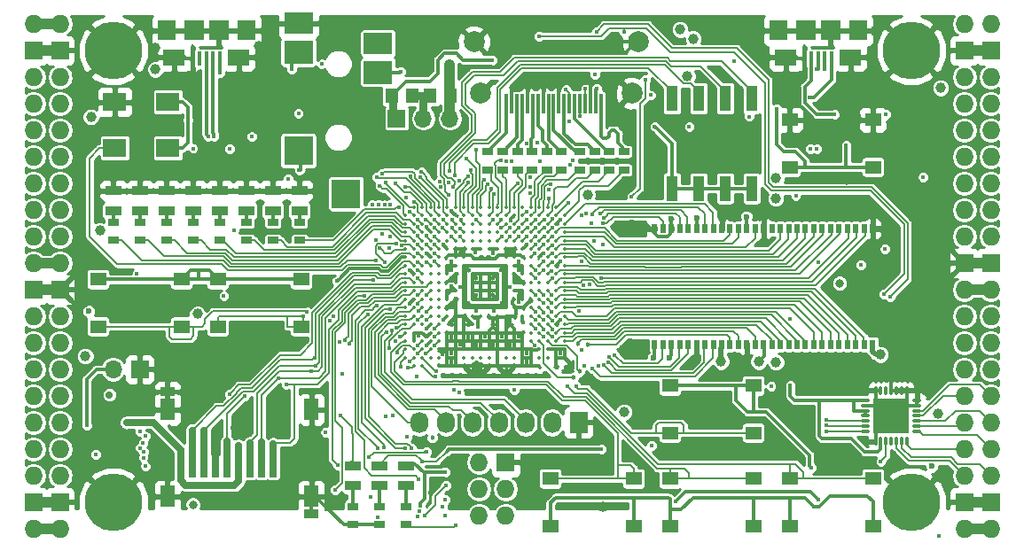
<source format=gtl>
G04 #@! TF.GenerationSoftware,KiCad,Pcbnew,5.0.0-rc3+dfsg1-1*
G04 #@! TF.CreationDate,2018-07-07T09:59:44+02:00*
G04 #@! TF.ProjectId,ulx3s,756C7833732E6B696361645F70636200,rev?*
G04 #@! TF.SameCoordinates,Original*
G04 #@! TF.FileFunction,Copper,L1,Top,Signal*
G04 #@! TF.FilePolarity,Positive*
%FSLAX46Y46*%
G04 Gerber Fmt 4.6, Leading zero omitted, Abs format (unit mm)*
G04 Created by KiCad (PCBNEW 5.0.0-rc3+dfsg1-1) date Sat Jul  7 09:59:44 2018*
%MOMM*%
%LPD*%
G01*
G04 APERTURE LIST*
G04 #@! TA.AperFunction,SMDPad,CuDef*
%ADD10R,0.300000X1.900000*%
G04 #@! TD*
G04 #@! TA.AperFunction,ComponentPad*
%ADD11C,2.000000*%
G04 #@! TD*
G04 #@! TA.AperFunction,SMDPad,CuDef*
%ADD12R,1.120000X2.440000*%
G04 #@! TD*
G04 #@! TA.AperFunction,SMDPad,CuDef*
%ADD13R,0.560000X0.900000*%
G04 #@! TD*
G04 #@! TA.AperFunction,ComponentPad*
%ADD14O,1.727200X1.727200*%
G04 #@! TD*
G04 #@! TA.AperFunction,ComponentPad*
%ADD15R,1.727200X1.727200*%
G04 #@! TD*
G04 #@! TA.AperFunction,ComponentPad*
%ADD16C,5.500000*%
G04 #@! TD*
G04 #@! TA.AperFunction,SMDPad,CuDef*
%ADD17O,0.850000X0.300000*%
G04 #@! TD*
G04 #@! TA.AperFunction,SMDPad,CuDef*
%ADD18O,0.300000X0.850000*%
G04 #@! TD*
G04 #@! TA.AperFunction,SMDPad,CuDef*
%ADD19R,1.675000X1.675000*%
G04 #@! TD*
G04 #@! TA.AperFunction,ComponentPad*
%ADD20R,1.727200X2.032000*%
G04 #@! TD*
G04 #@! TA.AperFunction,ComponentPad*
%ADD21O,1.727200X2.032000*%
G04 #@! TD*
G04 #@! TA.AperFunction,BGAPad,CuDef*
%ADD22C,0.350000*%
G04 #@! TD*
G04 #@! TA.AperFunction,SMDPad,CuDef*
%ADD23R,2.800000X2.000000*%
G04 #@! TD*
G04 #@! TA.AperFunction,SMDPad,CuDef*
%ADD24R,2.800000X2.200000*%
G04 #@! TD*
G04 #@! TA.AperFunction,SMDPad,CuDef*
%ADD25R,2.800000X2.800000*%
G04 #@! TD*
G04 #@! TA.AperFunction,SMDPad,CuDef*
%ADD26R,0.700000X1.500000*%
G04 #@! TD*
G04 #@! TA.AperFunction,SMDPad,CuDef*
%ADD27R,1.450000X0.900000*%
G04 #@! TD*
G04 #@! TA.AperFunction,SMDPad,CuDef*
%ADD28R,1.450000X2.000000*%
G04 #@! TD*
G04 #@! TA.AperFunction,SMDPad,CuDef*
%ADD29R,2.200000X1.800000*%
G04 #@! TD*
G04 #@! TA.AperFunction,SMDPad,CuDef*
%ADD30R,1.000000X0.670000*%
G04 #@! TD*
G04 #@! TA.AperFunction,SMDPad,CuDef*
%ADD31R,1.500000X0.970000*%
G04 #@! TD*
G04 #@! TA.AperFunction,ComponentPad*
%ADD32R,1.700000X1.700000*%
G04 #@! TD*
G04 #@! TA.AperFunction,ComponentPad*
%ADD33O,1.700000X1.700000*%
G04 #@! TD*
G04 #@! TA.AperFunction,SMDPad,CuDef*
%ADD34R,1.295000X1.400000*%
G04 #@! TD*
G04 #@! TA.AperFunction,SMDPad,CuDef*
%ADD35R,1.800000X1.900000*%
G04 #@! TD*
G04 #@! TA.AperFunction,SMDPad,CuDef*
%ADD36R,0.400000X1.350000*%
G04 #@! TD*
G04 #@! TA.AperFunction,SMDPad,CuDef*
%ADD37R,1.900000X1.900000*%
G04 #@! TD*
G04 #@! TA.AperFunction,SMDPad,CuDef*
%ADD38R,2.100000X1.600000*%
G04 #@! TD*
G04 #@! TA.AperFunction,SMDPad,CuDef*
%ADD39R,1.550000X1.300000*%
G04 #@! TD*
G04 #@! TA.AperFunction,ViaPad*
%ADD40C,0.400000*%
G04 #@! TD*
G04 #@! TA.AperFunction,ViaPad*
%ADD41C,2.000000*%
G04 #@! TD*
G04 #@! TA.AperFunction,ViaPad*
%ADD42C,0.454000*%
G04 #@! TD*
G04 #@! TA.AperFunction,ViaPad*
%ADD43C,0.600000*%
G04 #@! TD*
G04 #@! TA.AperFunction,ViaPad*
%ADD44C,1.000000*%
G04 #@! TD*
G04 #@! TA.AperFunction,ViaPad*
%ADD45C,0.800000*%
G04 #@! TD*
G04 #@! TA.AperFunction,ViaPad*
%ADD46C,0.700000*%
G04 #@! TD*
G04 #@! TA.AperFunction,Conductor*
%ADD47C,0.300000*%
G04 #@! TD*
G04 #@! TA.AperFunction,Conductor*
%ADD48C,0.500000*%
G04 #@! TD*
G04 #@! TA.AperFunction,Conductor*
%ADD49C,1.000000*%
G04 #@! TD*
G04 #@! TA.AperFunction,Conductor*
%ADD50C,0.700000*%
G04 #@! TD*
G04 #@! TA.AperFunction,Conductor*
%ADD51C,0.190000*%
G04 #@! TD*
G04 #@! TA.AperFunction,Conductor*
%ADD52C,0.800000*%
G04 #@! TD*
G04 #@! TA.AperFunction,Conductor*
%ADD53C,0.200000*%
G04 #@! TD*
G04 #@! TA.AperFunction,Conductor*
%ADD54C,0.127000*%
G04 #@! TD*
G04 #@! TA.AperFunction,Conductor*
%ADD55C,0.180000*%
G04 #@! TD*
G04 #@! TA.AperFunction,Conductor*
%ADD56C,0.254000*%
G04 #@! TD*
G04 APERTURE END LIST*
D10*
G04 #@! TO.P,GPDI1,19*
G04 #@! TO.N,/gpdi/GPDI_ETH-*
X149546000Y-70312000D03*
G04 #@! TO.P,GPDI1,18*
G04 #@! TO.N,+5V*
X149046000Y-70312000D03*
G04 #@! TO.P,GPDI1,17*
G04 #@! TO.N,GND*
X148546000Y-70312000D03*
G04 #@! TO.P,GPDI1,16*
G04 #@! TO.N,GPDI_SDA*
X148046000Y-70312000D03*
G04 #@! TO.P,GPDI1,15*
G04 #@! TO.N,GPDI_SCL*
X147546000Y-70312000D03*
G04 #@! TO.P,GPDI1,14*
G04 #@! TO.N,/gpdi/GPDI_ETH+*
X147046000Y-70312000D03*
G04 #@! TO.P,GPDI1,13*
G04 #@! TO.N,GPDI_CEC*
X146546000Y-70312000D03*
G04 #@! TO.P,GPDI1,12*
G04 #@! TO.N,/gpdi/GPDI_CLK-*
X146046000Y-70312000D03*
G04 #@! TO.P,GPDI1,11*
G04 #@! TO.N,GND*
X145546000Y-70312000D03*
G04 #@! TO.P,GPDI1,10*
G04 #@! TO.N,/gpdi/GPDI_CLK+*
X145046000Y-70312000D03*
G04 #@! TO.P,GPDI1,9*
G04 #@! TO.N,/gpdi/GPDI_D0-*
X144546000Y-70312000D03*
G04 #@! TO.P,GPDI1,8*
G04 #@! TO.N,GND*
X144046000Y-70312000D03*
G04 #@! TO.P,GPDI1,7*
G04 #@! TO.N,/gpdi/GPDI_D0+*
X143546000Y-70312000D03*
G04 #@! TO.P,GPDI1,6*
G04 #@! TO.N,/gpdi/GPDI_D1-*
X143046000Y-70312000D03*
G04 #@! TO.P,GPDI1,5*
G04 #@! TO.N,GND*
X142546000Y-70312000D03*
G04 #@! TO.P,GPDI1,4*
G04 #@! TO.N,/gpdi/GPDI_D1+*
X142046000Y-70312000D03*
G04 #@! TO.P,GPDI1,3*
G04 #@! TO.N,/gpdi/GPDI_D2-*
X141546000Y-70312000D03*
G04 #@! TO.P,GPDI1,2*
G04 #@! TO.N,GND*
X141046000Y-70312000D03*
G04 #@! TO.P,GPDI1,1*
G04 #@! TO.N,/gpdi/GPDI_D2+*
X140546000Y-70312000D03*
D11*
G04 #@! TO.P,GPDI1,0*
G04 #@! TO.N,GND*
X152546000Y-69312000D03*
X138046000Y-69312000D03*
X153146000Y-64412000D03*
X137446000Y-64412000D03*
G04 #@! TD*
D12*
G04 #@! TO.P,SW1,8*
G04 #@! TO.N,SW1*
X156330000Y-69815000D03*
G04 #@! TO.P,SW1,4*
G04 #@! TO.N,/blinkey/SWPU*
X163950000Y-78425000D03*
G04 #@! TO.P,SW1,7*
G04 #@! TO.N,SW2*
X158870000Y-69815000D03*
G04 #@! TO.P,SW1,3*
G04 #@! TO.N,/blinkey/SWPU*
X161410000Y-78425000D03*
G04 #@! TO.P,SW1,6*
G04 #@! TO.N,SW3*
X161410000Y-69815000D03*
G04 #@! TO.P,SW1,2*
G04 #@! TO.N,/blinkey/SWPU*
X158870000Y-78425000D03*
G04 #@! TO.P,SW1,5*
G04 #@! TO.N,SW4*
X163950000Y-69815000D03*
G04 #@! TO.P,SW1,1*
G04 #@! TO.N,/blinkey/SWPU*
X156330000Y-78425000D03*
G04 #@! TD*
D13*
G04 #@! TO.P,U2,28*
G04 #@! TO.N,GND*
X175493000Y-82270000D03*
G04 #@! TO.P,U2,1*
G04 #@! TO.N,+3V3*
X154693000Y-93330000D03*
G04 #@! TO.P,U2,2*
G04 #@! TO.N,SDRAM_D0*
X155493000Y-93330000D03*
G04 #@! TO.P,U2,3*
G04 #@! TO.N,+3V3*
X156293000Y-93330000D03*
G04 #@! TO.P,U2,4*
G04 #@! TO.N,SDRAM_D1*
X157093000Y-93330000D03*
G04 #@! TO.P,U2,5*
G04 #@! TO.N,SDRAM_D2*
X157893000Y-93330000D03*
G04 #@! TO.P,U2,6*
G04 #@! TO.N,GND*
X158693000Y-93330000D03*
G04 #@! TO.P,U2,7*
G04 #@! TO.N,SDRAM_D3*
X159493000Y-93330000D03*
G04 #@! TO.P,U2,8*
G04 #@! TO.N,SDRAM_D4*
X160293000Y-93330000D03*
G04 #@! TO.P,U2,9*
G04 #@! TO.N,+3V3*
X161093000Y-93330000D03*
G04 #@! TO.P,U2,10*
G04 #@! TO.N,SDRAM_D5*
X161893000Y-93330000D03*
G04 #@! TO.P,U2,11*
G04 #@! TO.N,SDRAM_D6*
X162693000Y-93330000D03*
G04 #@! TO.P,U2,12*
G04 #@! TO.N,GND*
X163493000Y-93330000D03*
G04 #@! TO.P,U2,13*
G04 #@! TO.N,SDRAM_D7*
X164293000Y-93330000D03*
G04 #@! TO.P,U2,14*
G04 #@! TO.N,+3V3*
X165093000Y-93330000D03*
G04 #@! TO.P,U2,15*
G04 #@! TO.N,SDRAM_DQM0*
X165893000Y-93330000D03*
G04 #@! TO.P,U2,16*
G04 #@! TO.N,SDRAM_nWE*
X166693000Y-93330000D03*
G04 #@! TO.P,U2,17*
G04 #@! TO.N,SDRAM_nCAS*
X167493000Y-93330000D03*
G04 #@! TO.P,U2,18*
G04 #@! TO.N,SDRAM_nRAS*
X168293000Y-93330000D03*
G04 #@! TO.P,U2,19*
G04 #@! TO.N,SDRAM_nCS*
X169093000Y-93330000D03*
G04 #@! TO.P,U2,20*
G04 #@! TO.N,SDRAM_BA0*
X169893000Y-93330000D03*
G04 #@! TO.P,U2,21*
G04 #@! TO.N,SDRAM_BA1*
X170693000Y-93330000D03*
G04 #@! TO.P,U2,22*
G04 #@! TO.N,SDRAM_A10*
X171493000Y-93330000D03*
G04 #@! TO.P,U2,23*
G04 #@! TO.N,SDRAM_A0*
X172293000Y-93330000D03*
G04 #@! TO.P,U2,24*
G04 #@! TO.N,SDRAM_A1*
X173093000Y-93330000D03*
G04 #@! TO.P,U2,25*
G04 #@! TO.N,SDRAM_A2*
X173893000Y-93330000D03*
G04 #@! TO.P,U2,26*
G04 #@! TO.N,SDRAM_A3*
X174693000Y-93330000D03*
G04 #@! TO.P,U2,27*
G04 #@! TO.N,+3V3*
X175493000Y-93330000D03*
G04 #@! TO.P,U2,29*
G04 #@! TO.N,SDRAM_A4*
X174693000Y-82270000D03*
G04 #@! TO.P,U2,30*
G04 #@! TO.N,SDRAM_A5*
X173893000Y-82270000D03*
G04 #@! TO.P,U2,31*
G04 #@! TO.N,SDRAM_A6*
X173093000Y-82270000D03*
G04 #@! TO.P,U2,32*
G04 #@! TO.N,SDRAM_A7*
X172293000Y-82270000D03*
G04 #@! TO.P,U2,33*
G04 #@! TO.N,SDRAM_A8*
X171493000Y-82270000D03*
G04 #@! TO.P,U2,34*
G04 #@! TO.N,SDRAM_A9*
X170693000Y-82270000D03*
G04 #@! TO.P,U2,35*
G04 #@! TO.N,SDRAM_A11*
X169893000Y-82270000D03*
G04 #@! TO.P,U2,36*
G04 #@! TO.N,SDRAM_A12*
X169093000Y-82270000D03*
G04 #@! TO.P,U2,37*
G04 #@! TO.N,SDRAM_CKE*
X168293000Y-82270000D03*
G04 #@! TO.P,U2,38*
G04 #@! TO.N,SDRAM_CLK*
X167493000Y-82270000D03*
G04 #@! TO.P,U2,39*
G04 #@! TO.N,SDRAM_DQM1*
X166693000Y-82270000D03*
G04 #@! TO.P,U2,40*
G04 #@! TO.N,N/C*
X165893000Y-82270000D03*
G04 #@! TO.P,U2,41*
G04 #@! TO.N,GND*
X165093000Y-82270000D03*
G04 #@! TO.P,U2,42*
G04 #@! TO.N,SDRAM_D8*
X164293000Y-82270000D03*
G04 #@! TO.P,U2,43*
G04 #@! TO.N,+3V3*
X163493000Y-82270000D03*
G04 #@! TO.P,U2,44*
G04 #@! TO.N,SDRAM_D9*
X162693000Y-82270000D03*
G04 #@! TO.P,U2,45*
G04 #@! TO.N,SDRAM_D10*
X161893000Y-82270000D03*
G04 #@! TO.P,U2,46*
G04 #@! TO.N,GND*
X161093000Y-82270000D03*
G04 #@! TO.P,U2,47*
G04 #@! TO.N,SDRAM_D11*
X160293000Y-82270000D03*
G04 #@! TO.P,U2,48*
G04 #@! TO.N,SDRAM_D12*
X159493000Y-82270000D03*
G04 #@! TO.P,U2,49*
G04 #@! TO.N,+3V3*
X158693000Y-82270000D03*
G04 #@! TO.P,U2,50*
G04 #@! TO.N,SDRAM_D13*
X157893000Y-82270000D03*
G04 #@! TO.P,U2,51*
G04 #@! TO.N,SDRAM_D14*
X157093000Y-82270000D03*
G04 #@! TO.P,U2,52*
G04 #@! TO.N,GND*
X156293000Y-82270000D03*
G04 #@! TO.P,U2,53*
G04 #@! TO.N,SDRAM_D15*
X155493000Y-82270000D03*
G04 #@! TO.P,U2,54*
G04 #@! TO.N,GND*
X154693000Y-82270000D03*
G04 #@! TD*
D14*
G04 #@! TO.P,J1,1*
G04 #@! TO.N,2V5_3V3*
X97910000Y-62690000D03*
G04 #@! TO.P,J1,2*
X95370000Y-62690000D03*
D15*
G04 #@! TO.P,J1,3*
G04 #@! TO.N,GND*
X97910000Y-65230000D03*
G04 #@! TO.P,J1,4*
X95370000Y-65230000D03*
D14*
G04 #@! TO.P,J1,5*
G04 #@! TO.N,GN0*
X97910000Y-67770000D03*
G04 #@! TO.P,J1,6*
G04 #@! TO.N,GP0*
X95370000Y-67770000D03*
G04 #@! TO.P,J1,7*
G04 #@! TO.N,GN1*
X97910000Y-70310000D03*
G04 #@! TO.P,J1,8*
G04 #@! TO.N,GP1*
X95370000Y-70310000D03*
G04 #@! TO.P,J1,9*
G04 #@! TO.N,GN2*
X97910000Y-72850000D03*
G04 #@! TO.P,J1,10*
G04 #@! TO.N,GP2*
X95370000Y-72850000D03*
G04 #@! TO.P,J1,11*
G04 #@! TO.N,GN3*
X97910000Y-75390000D03*
G04 #@! TO.P,J1,12*
G04 #@! TO.N,GP3*
X95370000Y-75390000D03*
G04 #@! TO.P,J1,13*
G04 #@! TO.N,GN4*
X97910000Y-77930000D03*
G04 #@! TO.P,J1,14*
G04 #@! TO.N,GP4*
X95370000Y-77930000D03*
G04 #@! TO.P,J1,15*
G04 #@! TO.N,GN5*
X97910000Y-80470000D03*
G04 #@! TO.P,J1,16*
G04 #@! TO.N,GP5*
X95370000Y-80470000D03*
G04 #@! TO.P,J1,17*
G04 #@! TO.N,GN6*
X97910000Y-83010000D03*
G04 #@! TO.P,J1,18*
G04 #@! TO.N,GP6*
X95370000Y-83010000D03*
G04 #@! TO.P,J1,19*
G04 #@! TO.N,2V5_3V3*
X97910000Y-85550000D03*
G04 #@! TO.P,J1,20*
X95370000Y-85550000D03*
D15*
G04 #@! TO.P,J1,21*
G04 #@! TO.N,GND*
X97910000Y-88090000D03*
G04 #@! TO.P,J1,22*
X95370000Y-88090000D03*
D14*
G04 #@! TO.P,J1,23*
G04 #@! TO.N,GN7*
X97910000Y-90630000D03*
G04 #@! TO.P,J1,24*
G04 #@! TO.N,GP7*
X95370000Y-90630000D03*
G04 #@! TO.P,J1,25*
G04 #@! TO.N,GN8*
X97910000Y-93170000D03*
G04 #@! TO.P,J1,26*
G04 #@! TO.N,GP8*
X95370000Y-93170000D03*
G04 #@! TO.P,J1,27*
G04 #@! TO.N,GN9*
X97910000Y-95710000D03*
G04 #@! TO.P,J1,28*
G04 #@! TO.N,GP9*
X95370000Y-95710000D03*
G04 #@! TO.P,J1,29*
G04 #@! TO.N,GN10*
X97910000Y-98250000D03*
G04 #@! TO.P,J1,30*
G04 #@! TO.N,GP10*
X95370000Y-98250000D03*
G04 #@! TO.P,J1,31*
G04 #@! TO.N,GN11*
X97910000Y-100790000D03*
G04 #@! TO.P,J1,32*
G04 #@! TO.N,GP11*
X95370000Y-100790000D03*
G04 #@! TO.P,J1,33*
G04 #@! TO.N,GN12*
X97910000Y-103330000D03*
G04 #@! TO.P,J1,34*
G04 #@! TO.N,GP12*
X95370000Y-103330000D03*
G04 #@! TO.P,J1,35*
G04 #@! TO.N,GN13*
X97910000Y-105870000D03*
G04 #@! TO.P,J1,36*
G04 #@! TO.N,GP13*
X95370000Y-105870000D03*
D15*
G04 #@! TO.P,J1,37*
G04 #@! TO.N,GND*
X97910000Y-108410000D03*
G04 #@! TO.P,J1,38*
X95370000Y-108410000D03*
D14*
G04 #@! TO.P,J1,39*
G04 #@! TO.N,2V5_3V3*
X97910000Y-110950000D03*
G04 #@! TO.P,J1,40*
X95370000Y-110950000D03*
G04 #@! TD*
G04 #@! TO.P,J2,1*
G04 #@! TO.N,+3V3*
X184270000Y-110950000D03*
G04 #@! TO.P,J2,2*
X186810000Y-110950000D03*
D15*
G04 #@! TO.P,J2,3*
G04 #@! TO.N,GND*
X184270000Y-108410000D03*
G04 #@! TO.P,J2,4*
X186810000Y-108410000D03*
D14*
G04 #@! TO.P,J2,5*
G04 #@! TO.N,GN14*
X184270000Y-105870000D03*
G04 #@! TO.P,J2,6*
G04 #@! TO.N,GP14*
X186810000Y-105870000D03*
G04 #@! TO.P,J2,7*
G04 #@! TO.N,GN15*
X184270000Y-103330000D03*
G04 #@! TO.P,J2,8*
G04 #@! TO.N,GP15*
X186810000Y-103330000D03*
G04 #@! TO.P,J2,9*
G04 #@! TO.N,GN16*
X184270000Y-100790000D03*
G04 #@! TO.P,J2,10*
G04 #@! TO.N,GP16*
X186810000Y-100790000D03*
G04 #@! TO.P,J2,11*
G04 #@! TO.N,GN17*
X184270000Y-98250000D03*
G04 #@! TO.P,J2,12*
G04 #@! TO.N,GP17*
X186810000Y-98250000D03*
G04 #@! TO.P,J2,13*
G04 #@! TO.N,GN18*
X184270000Y-95710000D03*
G04 #@! TO.P,J2,14*
G04 #@! TO.N,GP18*
X186810000Y-95710000D03*
G04 #@! TO.P,J2,15*
G04 #@! TO.N,GN19*
X184270000Y-93170000D03*
G04 #@! TO.P,J2,16*
G04 #@! TO.N,GP19*
X186810000Y-93170000D03*
G04 #@! TO.P,J2,17*
G04 #@! TO.N,GN20*
X184270000Y-90630000D03*
G04 #@! TO.P,J2,18*
G04 #@! TO.N,GP20*
X186810000Y-90630000D03*
G04 #@! TO.P,J2,19*
G04 #@! TO.N,+3V3*
X184270000Y-88090000D03*
G04 #@! TO.P,J2,20*
X186810000Y-88090000D03*
D15*
G04 #@! TO.P,J2,21*
G04 #@! TO.N,GND*
X184270000Y-85550000D03*
G04 #@! TO.P,J2,22*
X186810000Y-85550000D03*
D14*
G04 #@! TO.P,J2,23*
G04 #@! TO.N,GN21*
X184270000Y-83010000D03*
G04 #@! TO.P,J2,24*
G04 #@! TO.N,GP21*
X186810000Y-83010000D03*
G04 #@! TO.P,J2,25*
G04 #@! TO.N,GN22*
X184270000Y-80470000D03*
G04 #@! TO.P,J2,26*
G04 #@! TO.N,GP22*
X186810000Y-80470000D03*
G04 #@! TO.P,J2,27*
G04 #@! TO.N,GN23*
X184270000Y-77930000D03*
G04 #@! TO.P,J2,28*
G04 #@! TO.N,GP23*
X186810000Y-77930000D03*
G04 #@! TO.P,J2,29*
G04 #@! TO.N,GN24*
X184270000Y-75390000D03*
G04 #@! TO.P,J2,30*
G04 #@! TO.N,GP24*
X186810000Y-75390000D03*
G04 #@! TO.P,J2,31*
G04 #@! TO.N,GN25*
X184270000Y-72850000D03*
G04 #@! TO.P,J2,32*
G04 #@! TO.N,GP25*
X186810000Y-72850000D03*
G04 #@! TO.P,J2,33*
G04 #@! TO.N,GN26*
X184270000Y-70310000D03*
G04 #@! TO.P,J2,34*
G04 #@! TO.N,GP26*
X186810000Y-70310000D03*
G04 #@! TO.P,J2,35*
G04 #@! TO.N,GN27*
X184270000Y-67770000D03*
G04 #@! TO.P,J2,36*
G04 #@! TO.N,GP27*
X186810000Y-67770000D03*
D15*
G04 #@! TO.P,J2,37*
G04 #@! TO.N,GND*
X184270000Y-65230000D03*
G04 #@! TO.P,J2,38*
X186810000Y-65230000D03*
D14*
G04 #@! TO.P,J2,39*
G04 #@! TO.N,/gpio/IN5V*
X184270000Y-62690000D03*
G04 #@! TO.P,J2,40*
G04 #@! TO.N,/gpio/OUT5V*
X186810000Y-62690000D03*
G04 #@! TD*
D16*
G04 #@! TO.P,H1,1*
G04 #@! TO.N,GND*
X102990000Y-108410000D03*
G04 #@! TD*
G04 #@! TO.P,H2,1*
G04 #@! TO.N,GND*
X179190000Y-108410000D03*
G04 #@! TD*
G04 #@! TO.P,H3,1*
G04 #@! TO.N,GND*
X179190000Y-65230000D03*
G04 #@! TD*
G04 #@! TO.P,H4,1*
G04 #@! TO.N,GND*
X102990000Y-65230000D03*
G04 #@! TD*
D15*
G04 #@! TO.P,J4,1*
G04 #@! TO.N,GND*
X140455000Y-104600000D03*
D14*
G04 #@! TO.P,J4,2*
G04 #@! TO.N,+3V3*
X137915000Y-104600000D03*
G04 #@! TO.P,J4,3*
G04 #@! TO.N,JTAG_TDI*
X140455000Y-107140000D03*
G04 #@! TO.P,J4,4*
G04 #@! TO.N,JTAG_TCK*
X137915000Y-107140000D03*
G04 #@! TO.P,J4,5*
G04 #@! TO.N,JTAG_TMS*
X140455000Y-109680000D03*
G04 #@! TO.P,J4,6*
G04 #@! TO.N,JTAG_TDO*
X137915000Y-109680000D03*
G04 #@! TD*
D17*
G04 #@! TO.P,U8,1*
G04 #@! TO.N,GP15*
X179735000Y-101655000D03*
G04 #@! TO.P,U8,2*
G04 #@! TO.N,GN16*
X179735000Y-101155000D03*
G04 #@! TO.P,U8,3*
G04 #@! TO.N,GP16*
X179735000Y-100655000D03*
G04 #@! TO.P,U8,4*
G04 #@! TO.N,GN17*
X179735000Y-100155000D03*
G04 #@! TO.P,U8,5*
G04 #@! TO.N,GP17*
X179735000Y-99655000D03*
G04 #@! TO.P,U8,6*
G04 #@! TO.N,GND*
X179735000Y-99155000D03*
G04 #@! TO.P,U8,7*
X179735000Y-98655000D03*
D18*
G04 #@! TO.P,U8,8*
X178785000Y-97705000D03*
G04 #@! TO.P,U8,9*
X178285000Y-97705000D03*
G04 #@! TO.P,U8,10*
X177785000Y-97705000D03*
G04 #@! TO.P,U8,11*
X177285000Y-97705000D03*
G04 #@! TO.P,U8,12*
G04 #@! TO.N,Net-(U8-Pad12)*
X176785000Y-97705000D03*
G04 #@! TO.P,U8,13*
G04 #@! TO.N,GND*
X176285000Y-97705000D03*
G04 #@! TO.P,U8,14*
X175785000Y-97705000D03*
D17*
G04 #@! TO.P,U8,15*
G04 #@! TO.N,/analog/ADC3V3*
X174835000Y-98655000D03*
G04 #@! TO.P,U8,16*
G04 #@! TO.N,GND*
X174835000Y-99155000D03*
G04 #@! TO.P,U8,17*
G04 #@! TO.N,/analog/ADC3V3*
X174835000Y-99655000D03*
G04 #@! TO.P,U8,18*
X174835000Y-100155000D03*
G04 #@! TO.P,U8,19*
G04 #@! TO.N,ADC_SCLK*
X174835000Y-100655000D03*
G04 #@! TO.P,U8,20*
G04 #@! TO.N,ADC_CSn*
X174835000Y-101155000D03*
G04 #@! TO.P,U8,21*
G04 #@! TO.N,ADC_MOSI*
X174835000Y-101655000D03*
D18*
G04 #@! TO.P,U8,22*
G04 #@! TO.N,GND*
X175785000Y-102605000D03*
G04 #@! TO.P,U8,23*
G04 #@! TO.N,/analog/ADC3V3*
X176285000Y-102605000D03*
G04 #@! TO.P,U8,24*
G04 #@! TO.N,ADC_MISO*
X176785000Y-102605000D03*
G04 #@! TO.P,U8,25*
G04 #@! TO.N,Net-(U8-Pad25)*
X177285000Y-102605000D03*
G04 #@! TO.P,U8,26*
G04 #@! TO.N,GN14*
X177785000Y-102605000D03*
G04 #@! TO.P,U8,27*
G04 #@! TO.N,GP14*
X178285000Y-102605000D03*
G04 #@! TO.P,U8,28*
G04 #@! TO.N,GN15*
X178785000Y-102605000D03*
D19*
G04 #@! TO.P,U8,29*
G04 #@! TO.N,GND*
X176447500Y-99317500D03*
X176447500Y-100992500D03*
X178122500Y-99317500D03*
X178122500Y-100992500D03*
G04 #@! TD*
D20*
G04 #@! TO.P,OLED1,1*
G04 #@! TO.N,GND*
X147440000Y-100790000D03*
D21*
G04 #@! TO.P,OLED1,2*
G04 #@! TO.N,+3V3*
X144900000Y-100790000D03*
G04 #@! TO.P,OLED1,3*
G04 #@! TO.N,OLED_CLK*
X142360000Y-100790000D03*
G04 #@! TO.P,OLED1,4*
G04 #@! TO.N,OLED_MOSI*
X139820000Y-100790000D03*
G04 #@! TO.P,OLED1,5*
G04 #@! TO.N,OLED_RES*
X137280000Y-100790000D03*
G04 #@! TO.P,OLED1,6*
G04 #@! TO.N,OLED_DC*
X134740000Y-100790000D03*
G04 #@! TO.P,OLED1,7*
G04 #@! TO.N,OLED_CS*
X132200000Y-100790000D03*
G04 #@! TD*
D22*
G04 #@! TO.P,U1,A2*
G04 #@! TO.N,GP9*
X131680000Y-80200000D03*
G04 #@! TO.P,U1,A3*
G04 #@! TO.N,AUDIO_R0*
X132480000Y-80200000D03*
G04 #@! TO.P,U1,A4*
G04 #@! TO.N,GP8*
X133280000Y-80200000D03*
G04 #@! TO.P,U1,A5*
G04 #@! TO.N,GN8*
X134080000Y-80200000D03*
G04 #@! TO.P,U1,A6*
G04 #@! TO.N,GP7*
X134880000Y-80200000D03*
G04 #@! TO.P,U1,A7*
G04 #@! TO.N,GP4*
X135680000Y-80200000D03*
G04 #@! TO.P,U1,A8*
G04 #@! TO.N,GN4*
X136480000Y-80200000D03*
G04 #@! TO.P,U1,A9*
G04 #@! TO.N,GP2*
X137280000Y-80200000D03*
G04 #@! TO.P,U1,A10*
G04 #@! TO.N,GP1*
X138080000Y-80200000D03*
G04 #@! TO.P,U1,A11*
G04 #@! TO.N,GN1*
X138880000Y-80200000D03*
G04 #@! TO.P,U1,A12*
G04 #@! TO.N,FPDI_D2+*
X139680000Y-80200000D03*
G04 #@! TO.P,U1,A13*
G04 #@! TO.N,FPDI_D2-*
X140480000Y-80200000D03*
G04 #@! TO.P,U1,A14*
G04 #@! TO.N,FPDI_D1+*
X141280000Y-80200000D03*
G04 #@! TO.P,U1,A15*
G04 #@! TO.N,Net-(U1-PadA15)*
X142080000Y-80200000D03*
G04 #@! TO.P,U1,A16*
G04 #@! TO.N,FPDI_D0+*
X142880000Y-80200000D03*
G04 #@! TO.P,U1,A17*
G04 #@! TO.N,FPDI_CLK+*
X143680000Y-80200000D03*
G04 #@! TO.P,U1,A18*
G04 #@! TO.N,/gpdi/FPDI_CEC*
X144480000Y-80200000D03*
G04 #@! TO.P,U1,A19*
G04 #@! TO.N,FPDI_ETH+*
X145280000Y-80200000D03*
G04 #@! TO.P,U1,B1*
G04 #@! TO.N,GN9*
X130880000Y-81000000D03*
G04 #@! TO.P,U1,B2*
G04 #@! TO.N,LED0*
X131680000Y-81000000D03*
G04 #@! TO.P,U1,B3*
G04 #@! TO.N,AUDIO_L3*
X132480000Y-81000000D03*
G04 #@! TO.P,U1,B4*
G04 #@! TO.N,GN10*
X133280000Y-81000000D03*
G04 #@! TO.P,U1,B5*
G04 #@! TO.N,AUDIO_R1*
X134080000Y-81000000D03*
G04 #@! TO.P,U1,B6*
G04 #@! TO.N,GN7*
X134880000Y-81000000D03*
G04 #@! TO.P,U1,B7*
G04 #@! TO.N,GND*
X135680000Y-81000000D03*
G04 #@! TO.P,U1,B8*
G04 #@! TO.N,GN5*
X136480000Y-81000000D03*
G04 #@! TO.P,U1,B9*
G04 #@! TO.N,GP3*
X137280000Y-81000000D03*
G04 #@! TO.P,U1,B10*
G04 #@! TO.N,GN2*
X138080000Y-81000000D03*
G04 #@! TO.P,U1,B11*
G04 #@! TO.N,GP0*
X138880000Y-81000000D03*
G04 #@! TO.P,U1,B12*
G04 #@! TO.N,USB_FPGA_PULL_D+*
X139680000Y-81000000D03*
G04 #@! TO.P,U1,B13*
G04 #@! TO.N,GP26*
X140480000Y-81000000D03*
G04 #@! TO.P,U1,B14*
G04 #@! TO.N,GND*
X141280000Y-81000000D03*
G04 #@! TO.P,U1,B15*
G04 #@! TO.N,GP22*
X142080000Y-81000000D03*
G04 #@! TO.P,U1,B16*
G04 #@! TO.N,FPDI_D0-*
X142880000Y-81000000D03*
G04 #@! TO.P,U1,B17*
G04 #@! TO.N,GP23*
X143680000Y-81000000D03*
G04 #@! TO.P,U1,B18*
G04 #@! TO.N,FPDI_CLK-*
X144480000Y-81000000D03*
G04 #@! TO.P,U1,B19*
G04 #@! TO.N,FPDI_SDA*
X145280000Y-81000000D03*
G04 #@! TO.P,U1,B20*
G04 #@! TO.N,FPDI_ETH-*
X146080000Y-81000000D03*
G04 #@! TO.P,U1,C1*
G04 #@! TO.N,LED2*
X130880000Y-81800000D03*
G04 #@! TO.P,U1,C2*
G04 #@! TO.N,LED1*
X131680000Y-81800000D03*
G04 #@! TO.P,U1,C3*
G04 #@! TO.N,AUDIO_L2*
X132480000Y-81800000D03*
G04 #@! TO.P,U1,C4*
G04 #@! TO.N,GP10*
X133280000Y-81800000D03*
G04 #@! TO.P,U1,C5*
G04 #@! TO.N,AUDIO_R3*
X134080000Y-81800000D03*
G04 #@! TO.P,U1,C6*
G04 #@! TO.N,GP6*
X134880000Y-81800000D03*
G04 #@! TO.P,U1,C7*
G04 #@! TO.N,GN6*
X135680000Y-81800000D03*
G04 #@! TO.P,U1,C8*
G04 #@! TO.N,GP5*
X136480000Y-81800000D03*
G04 #@! TO.P,U1,C9*
G04 #@! TO.N,Net-(U1-PadC9)*
X137280000Y-81800000D03*
G04 #@! TO.P,U1,C10*
G04 #@! TO.N,GN3*
X138080000Y-81800000D03*
G04 #@! TO.P,U1,C11*
G04 #@! TO.N,GN0*
X138880000Y-81800000D03*
G04 #@! TO.P,U1,C12*
G04 #@! TO.N,USB_FPGA_PULL_D-*
X139680000Y-81800000D03*
G04 #@! TO.P,U1,C13*
G04 #@! TO.N,GN26*
X140480000Y-81800000D03*
G04 #@! TO.P,U1,C14*
G04 #@! TO.N,FPDI_D1-*
X141280000Y-81800000D03*
G04 #@! TO.P,U1,C15*
G04 #@! TO.N,GN22*
X142080000Y-81800000D03*
G04 #@! TO.P,U1,C16*
G04 #@! TO.N,GP24*
X142880000Y-81800000D03*
G04 #@! TO.P,U1,C17*
G04 #@! TO.N,GN23*
X143680000Y-81800000D03*
G04 #@! TO.P,U1,C18*
G04 #@! TO.N,GP21*
X144480000Y-81800000D03*
G04 #@! TO.P,U1,C19*
G04 #@! TO.N,GND*
X145280000Y-81800000D03*
G04 #@! TO.P,U1,C20*
G04 #@! TO.N,SDRAM_D11*
X146080000Y-81800000D03*
G04 #@! TO.P,U1,D1*
G04 #@! TO.N,LED4*
X130880000Y-82600000D03*
G04 #@! TO.P,U1,D2*
G04 #@! TO.N,LED3*
X131680000Y-82600000D03*
G04 #@! TO.P,U1,D3*
G04 #@! TO.N,AUDIO_L1*
X132480000Y-82600000D03*
G04 #@! TO.P,U1,D4*
G04 #@! TO.N,GND*
X133280000Y-82600000D03*
G04 #@! TO.P,U1,D5*
G04 #@! TO.N,AUDIO_R2*
X134080000Y-82600000D03*
G04 #@! TO.P,U1,D6*
G04 #@! TO.N,BTN_PWRn*
X134880000Y-82600000D03*
G04 #@! TO.P,U1,D7*
G04 #@! TO.N,SW3*
X135680000Y-82600000D03*
G04 #@! TO.P,U1,D8*
G04 #@! TO.N,SW2*
X136480000Y-82600000D03*
G04 #@! TO.P,U1,D9*
G04 #@! TO.N,Net-(U1-PadD9)*
X137280000Y-82600000D03*
G04 #@! TO.P,U1,D10*
G04 #@! TO.N,Net-(U1-PadD10)*
X138080000Y-82600000D03*
G04 #@! TO.P,U1,D11*
G04 #@! TO.N,Net-(U1-PadD11)*
X138880000Y-82600000D03*
G04 #@! TO.P,U1,D12*
G04 #@! TO.N,Net-(U1-PadD12)*
X139680000Y-82600000D03*
G04 #@! TO.P,U1,D13*
G04 #@! TO.N,GP27*
X140480000Y-82600000D03*
G04 #@! TO.P,U1,D14*
G04 #@! TO.N,GP25*
X141280000Y-82600000D03*
G04 #@! TO.P,U1,D15*
G04 #@! TO.N,USB_FPGA_D+*
X142080000Y-82600000D03*
G04 #@! TO.P,U1,D16*
G04 #@! TO.N,GN24*
X142880000Y-82600000D03*
G04 #@! TO.P,U1,D17*
G04 #@! TO.N,GN21*
X143680000Y-82600000D03*
G04 #@! TO.P,U1,D18*
G04 #@! TO.N,GP20*
X144480000Y-82600000D03*
G04 #@! TO.P,U1,D19*
G04 #@! TO.N,SDRAM_D10*
X145280000Y-82600000D03*
G04 #@! TO.P,U1,D20*
G04 #@! TO.N,SDRAM_D9*
X146080000Y-82600000D03*
G04 #@! TO.P,U1,E1*
G04 #@! TO.N,LED6*
X130880000Y-83400000D03*
G04 #@! TO.P,U1,E2*
G04 #@! TO.N,LED5*
X131680000Y-83400000D03*
G04 #@! TO.P,U1,E3*
G04 #@! TO.N,GN11*
X132480000Y-83400000D03*
G04 #@! TO.P,U1,E4*
G04 #@! TO.N,AUDIO_L0*
X133280000Y-83400000D03*
G04 #@! TO.P,U1,E5*
G04 #@! TO.N,AUDIO_V3*
X134080000Y-83400000D03*
G04 #@! TO.P,U1,E6*
G04 #@! TO.N,Net-(U1-PadE6)*
X134880000Y-83400000D03*
G04 #@! TO.P,U1,E7*
G04 #@! TO.N,SW4*
X135680000Y-83400000D03*
G04 #@! TO.P,U1,E8*
G04 #@! TO.N,SW1*
X136480000Y-83400000D03*
G04 #@! TO.P,U1,E9*
G04 #@! TO.N,Net-(U1-PadE9)*
X137280000Y-83400000D03*
G04 #@! TO.P,U1,E10*
G04 #@! TO.N,Net-(U1-PadE10)*
X138080000Y-83400000D03*
G04 #@! TO.P,U1,E11*
G04 #@! TO.N,Net-(U1-PadE11)*
X138880000Y-83400000D03*
G04 #@! TO.P,U1,E12*
G04 #@! TO.N,FPDI_SCL*
X139680000Y-83400000D03*
G04 #@! TO.P,U1,E13*
G04 #@! TO.N,GN27*
X140480000Y-83400000D03*
G04 #@! TO.P,U1,E14*
G04 #@! TO.N,GN25*
X141280000Y-83400000D03*
G04 #@! TO.P,U1,E15*
G04 #@! TO.N,USB_FPGA_D-*
X142080000Y-83400000D03*
G04 #@! TO.P,U1,E16*
G04 #@! TO.N,USB_FPGA_D+*
X142880000Y-83400000D03*
G04 #@! TO.P,U1,E17*
G04 #@! TO.N,GN20*
X143680000Y-83400000D03*
G04 #@! TO.P,U1,E18*
G04 #@! TO.N,SDRAM_D12*
X144480000Y-83400000D03*
G04 #@! TO.P,U1,E19*
G04 #@! TO.N,SDRAM_D8*
X145280000Y-83400000D03*
G04 #@! TO.P,U1,E20*
G04 #@! TO.N,SDRAM_DQM1*
X146080000Y-83400000D03*
G04 #@! TO.P,U1,F1*
G04 #@! TO.N,WIFI_EN*
X130880000Y-84200000D03*
G04 #@! TO.P,U1,F2*
G04 #@! TO.N,AUDIO_V1*
X131680000Y-84200000D03*
G04 #@! TO.P,U1,F3*
G04 #@! TO.N,GN12*
X132480000Y-84200000D03*
G04 #@! TO.P,U1,F4*
G04 #@! TO.N,GP11*
X133280000Y-84200000D03*
G04 #@! TO.P,U1,F5*
G04 #@! TO.N,AUDIO_V2*
X134080000Y-84200000D03*
G04 #@! TO.P,U1,F6*
G04 #@! TO.N,+2V5*
X134880000Y-84200000D03*
G04 #@! TO.P,U1,F7*
G04 #@! TO.N,GND*
X135680000Y-84200000D03*
G04 #@! TO.P,U1,F8*
X136480000Y-84200000D03*
G04 #@! TO.P,U1,F9*
G04 #@! TO.N,2V5_3V3*
X137280000Y-84200000D03*
G04 #@! TO.P,U1,F10*
X138080000Y-84200000D03*
G04 #@! TO.P,U1,F11*
G04 #@! TO.N,+3V3*
X138880000Y-84200000D03*
G04 #@! TO.P,U1,F12*
X139680000Y-84200000D03*
G04 #@! TO.P,U1,F13*
G04 #@! TO.N,GND*
X140480000Y-84200000D03*
G04 #@! TO.P,U1,F14*
X141280000Y-84200000D03*
G04 #@! TO.P,U1,F15*
G04 #@! TO.N,+2V5*
X142080000Y-84200000D03*
G04 #@! TO.P,U1,F16*
G04 #@! TO.N,USB_FPGA_D-*
X142880000Y-84200000D03*
G04 #@! TO.P,U1,F17*
G04 #@! TO.N,GP19*
X143680000Y-84200000D03*
G04 #@! TO.P,U1,F18*
G04 #@! TO.N,SDRAM_D13*
X144480000Y-84200000D03*
G04 #@! TO.P,U1,F19*
G04 #@! TO.N,SDRAM_CLK*
X145280000Y-84200000D03*
G04 #@! TO.P,U1,F20*
G04 #@! TO.N,SDRAM_CKE*
X146080000Y-84200000D03*
G04 #@! TO.P,U1,G1*
G04 #@! TO.N,/usb/ANT_433MHz*
X130880000Y-85000000D03*
G04 #@! TO.P,U1,G2*
G04 #@! TO.N,CLK_25MHz*
X131680000Y-85000000D03*
G04 #@! TO.P,U1,G3*
G04 #@! TO.N,GP12*
X132480000Y-85000000D03*
G04 #@! TO.P,U1,G4*
G04 #@! TO.N,GND*
X133280000Y-85000000D03*
G04 #@! TO.P,U1,G5*
G04 #@! TO.N,GN13*
X134080000Y-85000000D03*
G04 #@! TO.P,U1,G6*
G04 #@! TO.N,GND*
X134880000Y-85000000D03*
G04 #@! TO.P,U1,G7*
X135680000Y-85000000D03*
G04 #@! TO.P,U1,G8*
X136480000Y-85000000D03*
G04 #@! TO.P,U1,G9*
X137280000Y-85000000D03*
G04 #@! TO.P,U1,G10*
X138080000Y-85000000D03*
G04 #@! TO.P,U1,G11*
X138880000Y-85000000D03*
G04 #@! TO.P,U1,G12*
X139680000Y-85000000D03*
G04 #@! TO.P,U1,G13*
X140480000Y-85000000D03*
G04 #@! TO.P,U1,G14*
X141280000Y-85000000D03*
G04 #@! TO.P,U1,G15*
X142080000Y-85000000D03*
G04 #@! TO.P,U1,G16*
G04 #@! TO.N,SHUTDOWN*
X142880000Y-85000000D03*
G04 #@! TO.P,U1,G17*
G04 #@! TO.N,GND*
X143680000Y-85000000D03*
G04 #@! TO.P,U1,G18*
G04 #@! TO.N,GN19*
X144480000Y-85000000D03*
G04 #@! TO.P,U1,G19*
G04 #@! TO.N,SDRAM_A12*
X145280000Y-85000000D03*
G04 #@! TO.P,U1,G20*
G04 #@! TO.N,SDRAM_A11*
X146080000Y-85000000D03*
G04 #@! TO.P,U1,H1*
G04 #@! TO.N,SD_D1*
X130880000Y-85800000D03*
G04 #@! TO.P,U1,H2*
G04 #@! TO.N,SD_CLK*
X131680000Y-85800000D03*
G04 #@! TO.P,U1,H3*
G04 #@! TO.N,LED7*
X132480000Y-85800000D03*
G04 #@! TO.P,U1,H4*
G04 #@! TO.N,GP13*
X133280000Y-85800000D03*
G04 #@! TO.P,U1,H5*
G04 #@! TO.N,AUDIO_V0*
X134080000Y-85800000D03*
G04 #@! TO.P,U1,H6*
G04 #@! TO.N,2V5_3V3*
X134880000Y-85800000D03*
G04 #@! TO.P,U1,H7*
X135680000Y-85800000D03*
G04 #@! TO.P,U1,H8*
G04 #@! TO.N,+1V1*
X136480000Y-85800000D03*
G04 #@! TO.P,U1,H9*
X137280000Y-85800000D03*
G04 #@! TO.P,U1,H10*
X138080000Y-85800000D03*
G04 #@! TO.P,U1,H11*
X138880000Y-85800000D03*
G04 #@! TO.P,U1,H12*
X139680000Y-85800000D03*
G04 #@! TO.P,U1,H13*
X140480000Y-85800000D03*
G04 #@! TO.P,U1,H14*
G04 #@! TO.N,+3V3*
X141280000Y-85800000D03*
G04 #@! TO.P,U1,H15*
X142080000Y-85800000D03*
G04 #@! TO.P,U1,H16*
G04 #@! TO.N,BTN_R*
X142880000Y-85800000D03*
G04 #@! TO.P,U1,H17*
G04 #@! TO.N,GN18*
X143680000Y-85800000D03*
G04 #@! TO.P,U1,H18*
G04 #@! TO.N,GP18*
X144480000Y-85800000D03*
G04 #@! TO.P,U1,H19*
G04 #@! TO.N,GND*
X145280000Y-85800000D03*
G04 #@! TO.P,U1,H20*
G04 #@! TO.N,SDRAM_A9*
X146080000Y-85800000D03*
G04 #@! TO.P,U1,J1*
G04 #@! TO.N,SD_CMD*
X130880000Y-86600000D03*
G04 #@! TO.P,U1,J2*
G04 #@! TO.N,GND*
X131680000Y-86600000D03*
G04 #@! TO.P,U1,J3*
G04 #@! TO.N,SD_D0*
X132480000Y-86600000D03*
G04 #@! TO.P,U1,J4*
G04 #@! TO.N,Net-(U1-PadJ4)*
X133280000Y-86600000D03*
G04 #@! TO.P,U1,J5*
G04 #@! TO.N,Net-(U1-PadJ5)*
X134080000Y-86600000D03*
G04 #@! TO.P,U1,J6*
G04 #@! TO.N,2V5_3V3*
X134880000Y-86600000D03*
G04 #@! TO.P,U1,J7*
G04 #@! TO.N,GND*
X135680000Y-86600000D03*
G04 #@! TO.P,U1,J8*
G04 #@! TO.N,+1V1*
X136480000Y-86600000D03*
G04 #@! TO.P,U1,J9*
G04 #@! TO.N,GND*
X137280000Y-86600000D03*
G04 #@! TO.P,U1,J10*
X138080000Y-86600000D03*
G04 #@! TO.P,U1,J11*
X138880000Y-86600000D03*
G04 #@! TO.P,U1,J12*
X139680000Y-86600000D03*
G04 #@! TO.P,U1,J13*
G04 #@! TO.N,+1V1*
X140480000Y-86600000D03*
G04 #@! TO.P,U1,J14*
G04 #@! TO.N,GND*
X141280000Y-86600000D03*
G04 #@! TO.P,U1,J15*
G04 #@! TO.N,+3V3*
X142080000Y-86600000D03*
G04 #@! TO.P,U1,J16*
G04 #@! TO.N,SDRAM_D0*
X142880000Y-86600000D03*
G04 #@! TO.P,U1,J17*
G04 #@! TO.N,SDRAM_D15*
X143680000Y-86600000D03*
G04 #@! TO.P,U1,J18*
G04 #@! TO.N,SDRAM_D14*
X144480000Y-86600000D03*
G04 #@! TO.P,U1,J19*
G04 #@! TO.N,SDRAM_A8*
X145280000Y-86600000D03*
G04 #@! TO.P,U1,J20*
G04 #@! TO.N,SDRAM_A7*
X146080000Y-86600000D03*
G04 #@! TO.P,U1,K1*
G04 #@! TO.N,SD_D2*
X130880000Y-87400000D03*
G04 #@! TO.P,U1,K2*
G04 #@! TO.N,SD_D3*
X131680000Y-87400000D03*
G04 #@! TO.P,U1,K3*
G04 #@! TO.N,WIFI_RXD*
X132480000Y-87400000D03*
G04 #@! TO.P,U1,K4*
G04 #@! TO.N,WIFI_TXD*
X133280000Y-87400000D03*
G04 #@! TO.P,U1,K5*
G04 #@! TO.N,Net-(U1-PadK5)*
X134080000Y-87400000D03*
G04 #@! TO.P,U1,K6*
G04 #@! TO.N,GND*
X134880000Y-87400000D03*
G04 #@! TO.P,U1,K7*
X135680000Y-87400000D03*
G04 #@! TO.P,U1,K8*
G04 #@! TO.N,+1V1*
X136480000Y-87400000D03*
G04 #@! TO.P,U1,K9*
G04 #@! TO.N,GND*
X137280000Y-87400000D03*
G04 #@! TO.P,U1,K10*
X138080000Y-87400000D03*
G04 #@! TO.P,U1,K11*
X138880000Y-87400000D03*
G04 #@! TO.P,U1,K12*
X139680000Y-87400000D03*
G04 #@! TO.P,U1,K13*
G04 #@! TO.N,+1V1*
X140480000Y-87400000D03*
G04 #@! TO.P,U1,K14*
G04 #@! TO.N,GND*
X141280000Y-87400000D03*
G04 #@! TO.P,U1,K15*
X142080000Y-87400000D03*
G04 #@! TO.P,U1,K16*
G04 #@! TO.N,Net-(U1-PadK16)*
X142880000Y-87400000D03*
G04 #@! TO.P,U1,K17*
G04 #@! TO.N,Net-(U1-PadK17)*
X143680000Y-87400000D03*
G04 #@! TO.P,U1,K18*
G04 #@! TO.N,SDRAM_A6*
X144480000Y-87400000D03*
G04 #@! TO.P,U1,K19*
G04 #@! TO.N,SDRAM_A5*
X145280000Y-87400000D03*
G04 #@! TO.P,U1,K20*
G04 #@! TO.N,SDRAM_A4*
X146080000Y-87400000D03*
G04 #@! TO.P,U1,L1*
G04 #@! TO.N,WIFI_GPIO16*
X130880000Y-88200000D03*
G04 #@! TO.P,U1,L2*
G04 #@! TO.N,WIFI_GPIO0*
X131680000Y-88200000D03*
G04 #@! TO.P,U1,L3*
G04 #@! TO.N,FTDI_TXDEN*
X132480000Y-88200000D03*
G04 #@! TO.P,U1,L4*
G04 #@! TO.N,FTDI_RXD*
X133280000Y-88200000D03*
G04 #@! TO.P,U1,L5*
G04 #@! TO.N,Net-(U1-PadL5)*
X134080000Y-88200000D03*
G04 #@! TO.P,U1,L6*
G04 #@! TO.N,+3V3*
X134880000Y-88200000D03*
G04 #@! TO.P,U1,L7*
X135680000Y-88200000D03*
G04 #@! TO.P,U1,L8*
G04 #@! TO.N,+1V1*
X136480000Y-88200000D03*
G04 #@! TO.P,U1,L9*
G04 #@! TO.N,GND*
X137280000Y-88200000D03*
G04 #@! TO.P,U1,L10*
X138080000Y-88200000D03*
G04 #@! TO.P,U1,L11*
X138880000Y-88200000D03*
G04 #@! TO.P,U1,L12*
X139680000Y-88200000D03*
G04 #@! TO.P,U1,L13*
G04 #@! TO.N,+1V1*
X140480000Y-88200000D03*
G04 #@! TO.P,U1,L14*
G04 #@! TO.N,+3V3*
X141280000Y-88200000D03*
G04 #@! TO.P,U1,L15*
X142080000Y-88200000D03*
G04 #@! TO.P,U1,L16*
G04 #@! TO.N,GP17*
X142880000Y-88200000D03*
G04 #@! TO.P,U1,L17*
G04 #@! TO.N,GN17*
X143680000Y-88200000D03*
G04 #@! TO.P,U1,L18*
G04 #@! TO.N,SDRAM_D1*
X144480000Y-88200000D03*
G04 #@! TO.P,U1,L19*
G04 #@! TO.N,SDRAM_A3*
X145280000Y-88200000D03*
G04 #@! TO.P,U1,L20*
G04 #@! TO.N,SDRAM_A2*
X146080000Y-88200000D03*
G04 #@! TO.P,U1,M1*
G04 #@! TO.N,FTDI_TXD*
X130880000Y-89000000D03*
G04 #@! TO.P,U1,M2*
G04 #@! TO.N,GND*
X131680000Y-89000000D03*
G04 #@! TO.P,U1,M3*
G04 #@! TO.N,FTDI_nRTS*
X132480000Y-89000000D03*
G04 #@! TO.P,U1,M4*
G04 #@! TO.N,Net-(U1-PadM4)*
X133280000Y-89000000D03*
G04 #@! TO.P,U1,M5*
G04 #@! TO.N,Net-(U1-PadM5)*
X134080000Y-89000000D03*
G04 #@! TO.P,U1,M6*
G04 #@! TO.N,+3V3*
X134880000Y-89000000D03*
G04 #@! TO.P,U1,M7*
G04 #@! TO.N,GND*
X135680000Y-89000000D03*
G04 #@! TO.P,U1,M8*
G04 #@! TO.N,+1V1*
X136480000Y-89000000D03*
G04 #@! TO.P,U1,M9*
G04 #@! TO.N,GND*
X137280000Y-89000000D03*
G04 #@! TO.P,U1,M10*
X138080000Y-89000000D03*
G04 #@! TO.P,U1,M11*
X138880000Y-89000000D03*
G04 #@! TO.P,U1,M12*
X139680000Y-89000000D03*
G04 #@! TO.P,U1,M13*
G04 #@! TO.N,+1V1*
X140480000Y-89000000D03*
G04 #@! TO.P,U1,M14*
G04 #@! TO.N,GND*
X141280000Y-89000000D03*
G04 #@! TO.P,U1,M15*
G04 #@! TO.N,+3V3*
X142080000Y-89000000D03*
G04 #@! TO.P,U1,M16*
G04 #@! TO.N,GND*
X142880000Y-89000000D03*
G04 #@! TO.P,U1,M17*
G04 #@! TO.N,GN16*
X143680000Y-89000000D03*
G04 #@! TO.P,U1,M18*
G04 #@! TO.N,SDRAM_D2*
X144480000Y-89000000D03*
G04 #@! TO.P,U1,M19*
G04 #@! TO.N,SDRAM_A1*
X145280000Y-89000000D03*
G04 #@! TO.P,U1,M20*
G04 #@! TO.N,SDRAM_A0*
X146080000Y-89000000D03*
G04 #@! TO.P,U1,N1*
G04 #@! TO.N,FTDI_nDTR*
X130880000Y-89800000D03*
G04 #@! TO.P,U1,N2*
G04 #@! TO.N,OLED_CS*
X131680000Y-89800000D03*
G04 #@! TO.P,U1,N3*
G04 #@! TO.N,WIFI_GPIO17*
X132480000Y-89800000D03*
G04 #@! TO.P,U1,N4*
G04 #@! TO.N,WIFI_GPIO5*
X133280000Y-89800000D03*
G04 #@! TO.P,U1,N5*
G04 #@! TO.N,SD_CD*
X134080000Y-89800000D03*
G04 #@! TO.P,U1,N6*
G04 #@! TO.N,GND*
X134880000Y-89800000D03*
G04 #@! TO.P,U1,N7*
X135680000Y-89800000D03*
G04 #@! TO.P,U1,N8*
G04 #@! TO.N,+1V1*
X136480000Y-89800000D03*
G04 #@! TO.P,U1,N9*
X137280000Y-89800000D03*
G04 #@! TO.P,U1,N10*
X138080000Y-89800000D03*
G04 #@! TO.P,U1,N11*
X138880000Y-89800000D03*
G04 #@! TO.P,U1,N12*
X139680000Y-89800000D03*
G04 #@! TO.P,U1,N13*
X140480000Y-89800000D03*
G04 #@! TO.P,U1,N14*
G04 #@! TO.N,GND*
X141280000Y-89800000D03*
G04 #@! TO.P,U1,N15*
X142080000Y-89800000D03*
G04 #@! TO.P,U1,N16*
G04 #@! TO.N,GP16*
X142880000Y-89800000D03*
G04 #@! TO.P,U1,N17*
G04 #@! TO.N,GP15*
X143680000Y-89800000D03*
G04 #@! TO.P,U1,N18*
G04 #@! TO.N,SDRAM_D3*
X144480000Y-89800000D03*
G04 #@! TO.P,U1,N19*
G04 #@! TO.N,SDRAM_A10*
X145280000Y-89800000D03*
G04 #@! TO.P,U1,N20*
G04 #@! TO.N,SDRAM_BA1*
X146080000Y-89800000D03*
G04 #@! TO.P,U1,P1*
G04 #@! TO.N,OLED_DC*
X130880000Y-90600000D03*
G04 #@! TO.P,U1,P2*
G04 #@! TO.N,OLED_RES*
X131680000Y-90600000D03*
G04 #@! TO.P,U1,P3*
G04 #@! TO.N,OLED_MOSI*
X132480000Y-90600000D03*
G04 #@! TO.P,U1,P4*
G04 #@! TO.N,OLED_CLK*
X133280000Y-90600000D03*
G04 #@! TO.P,U1,P5*
G04 #@! TO.N,SD_WP*
X134080000Y-90600000D03*
G04 #@! TO.P,U1,P6*
G04 #@! TO.N,+2V5*
X134880000Y-90600000D03*
G04 #@! TO.P,U1,P7*
G04 #@! TO.N,GND*
X135680000Y-90600000D03*
G04 #@! TO.P,U1,P8*
X136480000Y-90600000D03*
G04 #@! TO.P,U1,P9*
G04 #@! TO.N,+3V3*
X137280000Y-90600000D03*
G04 #@! TO.P,U1,P10*
X138080000Y-90600000D03*
G04 #@! TO.P,U1,P11*
G04 #@! TO.N,GND*
X138880000Y-90600000D03*
G04 #@! TO.P,U1,P12*
X139680000Y-90600000D03*
G04 #@! TO.P,U1,P13*
X140480000Y-90600000D03*
G04 #@! TO.P,U1,P14*
X141280000Y-90600000D03*
G04 #@! TO.P,U1,P15*
G04 #@! TO.N,+2V5*
X142080000Y-90600000D03*
G04 #@! TO.P,U1,P16*
G04 #@! TO.N,GN15*
X142880000Y-90600000D03*
G04 #@! TO.P,U1,P17*
G04 #@! TO.N,ADC_SCLK*
X143680000Y-90600000D03*
G04 #@! TO.P,U1,P18*
G04 #@! TO.N,SDRAM_D4*
X144480000Y-90600000D03*
G04 #@! TO.P,U1,P19*
G04 #@! TO.N,SDRAM_BA0*
X145280000Y-90600000D03*
G04 #@! TO.P,U1,P20*
G04 #@! TO.N,SDRAM_nCS*
X146080000Y-90600000D03*
G04 #@! TO.P,U1,R1*
G04 #@! TO.N,BTN_F1*
X130880000Y-91400000D03*
G04 #@! TO.P,U1,R2*
G04 #@! TO.N,/flash/FLASH_nCS*
X131680000Y-91400000D03*
G04 #@! TO.P,U1,R3*
G04 #@! TO.N,Net-(U1-PadR3)*
X132480000Y-91400000D03*
G04 #@! TO.P,U1,R4*
G04 #@! TO.N,GND*
X133280000Y-91400000D03*
G04 #@! TO.P,U1,R5*
G04 #@! TO.N,JTAG_TDI*
X134080000Y-91400000D03*
G04 #@! TO.P,U1,R16*
G04 #@! TO.N,ADC_MOSI*
X142880000Y-91400000D03*
G04 #@! TO.P,U1,R17*
G04 #@! TO.N,ADC_CSn*
X143680000Y-91400000D03*
G04 #@! TO.P,U1,R18*
G04 #@! TO.N,BTN_U*
X144480000Y-91400000D03*
G04 #@! TO.P,U1,R19*
G04 #@! TO.N,GND*
X145280000Y-91400000D03*
G04 #@! TO.P,U1,R20*
G04 #@! TO.N,SDRAM_nRAS*
X146080000Y-91400000D03*
G04 #@! TO.P,U1,T1*
G04 #@! TO.N,BTN_F2*
X130880000Y-92200000D03*
G04 #@! TO.P,U1,T2*
G04 #@! TO.N,+3V3*
X131680000Y-92200000D03*
G04 #@! TO.P,U1,T3*
X132480000Y-92200000D03*
G04 #@! TO.P,U1,T4*
X133280000Y-92200000D03*
G04 #@! TO.P,U1,T5*
G04 #@! TO.N,JTAG_TCK*
X134080000Y-92200000D03*
G04 #@! TO.P,U1,T6*
G04 #@! TO.N,GND*
X134880000Y-92200000D03*
G04 #@! TO.P,U1,T7*
X135680000Y-92200000D03*
G04 #@! TO.P,U1,T8*
X136480000Y-92200000D03*
G04 #@! TO.P,U1,T9*
X137280000Y-92200000D03*
G04 #@! TO.P,U1,T10*
X138080000Y-92200000D03*
G04 #@! TO.P,U1,T11*
X138880000Y-92200000D03*
G04 #@! TO.P,U1,T12*
X139680000Y-92200000D03*
G04 #@! TO.P,U1,T13*
X140480000Y-92200000D03*
G04 #@! TO.P,U1,T14*
X141280000Y-92200000D03*
G04 #@! TO.P,U1,T15*
X142080000Y-92200000D03*
G04 #@! TO.P,U1,T16*
G04 #@! TO.N,Net-(U1-PadT16)*
X142880000Y-92200000D03*
G04 #@! TO.P,U1,T17*
G04 #@! TO.N,SDRAM_D6*
X143680000Y-92200000D03*
G04 #@! TO.P,U1,T18*
G04 #@! TO.N,SDRAM_D5*
X144480000Y-92200000D03*
G04 #@! TO.P,U1,T19*
G04 #@! TO.N,SDRAM_nCAS*
X145280000Y-92200000D03*
G04 #@! TO.P,U1,T20*
G04 #@! TO.N,SDRAM_nWE*
X146080000Y-92200000D03*
G04 #@! TO.P,U1,U1*
G04 #@! TO.N,BTN_L*
X130880000Y-93000000D03*
G04 #@! TO.P,U1,U2*
G04 #@! TO.N,+3V3*
X131680000Y-93000000D03*
G04 #@! TO.P,U1,U3*
G04 #@! TO.N,/flash/FLASH_SCK*
X132480000Y-93000000D03*
G04 #@! TO.P,U1,U4*
G04 #@! TO.N,GND*
X133280000Y-93000000D03*
G04 #@! TO.P,U1,U5*
G04 #@! TO.N,JTAG_TMS*
X134080000Y-93000000D03*
G04 #@! TO.P,U1,U6*
G04 #@! TO.N,GND*
X134880000Y-93000000D03*
G04 #@! TO.P,U1,U7*
X135680000Y-93000000D03*
G04 #@! TO.P,U1,U8*
X136480000Y-93000000D03*
G04 #@! TO.P,U1,U9*
X137280000Y-93000000D03*
G04 #@! TO.P,U1,U10*
X138080000Y-93000000D03*
G04 #@! TO.P,U1,U11*
X138880000Y-93000000D03*
G04 #@! TO.P,U1,U12*
X139680000Y-93000000D03*
G04 #@! TO.P,U1,U13*
X140480000Y-93000000D03*
G04 #@! TO.P,U1,U14*
X141280000Y-93000000D03*
G04 #@! TO.P,U1,U15*
X142080000Y-93000000D03*
G04 #@! TO.P,U1,U16*
G04 #@! TO.N,ADC_MISO*
X142880000Y-93000000D03*
G04 #@! TO.P,U1,U17*
G04 #@! TO.N,GN14*
X143680000Y-93000000D03*
G04 #@! TO.P,U1,U18*
G04 #@! TO.N,GP14*
X144480000Y-93000000D03*
G04 #@! TO.P,U1,U19*
G04 #@! TO.N,SDRAM_DQM0*
X145280000Y-93000000D03*
G04 #@! TO.P,U1,U20*
G04 #@! TO.N,SDRAM_D7*
X146080000Y-93000000D03*
G04 #@! TO.P,U1,V1*
G04 #@! TO.N,BTN_D*
X130880000Y-93800000D03*
G04 #@! TO.P,U1,V2*
G04 #@! TO.N,/flash/FLASH_MISO*
X131680000Y-93800000D03*
G04 #@! TO.P,U1,V3*
G04 #@! TO.N,/flash/FPGA_INITN*
X132480000Y-93800000D03*
G04 #@! TO.P,U1,V4*
G04 #@! TO.N,JTAG_TDO*
X133280000Y-93800000D03*
G04 #@! TO.P,U1,V5*
G04 #@! TO.N,GND*
X134080000Y-93800000D03*
G04 #@! TO.P,U1,V6*
X134880000Y-93800000D03*
G04 #@! TO.P,U1,V7*
X135680000Y-93800000D03*
G04 #@! TO.P,U1,V8*
X136480000Y-93800000D03*
G04 #@! TO.P,U1,V9*
X137280000Y-93800000D03*
G04 #@! TO.P,U1,V10*
X138080000Y-93800000D03*
G04 #@! TO.P,U1,V11*
X138880000Y-93800000D03*
G04 #@! TO.P,U1,V12*
X139680000Y-93800000D03*
G04 #@! TO.P,U1,V13*
X140480000Y-93800000D03*
G04 #@! TO.P,U1,V14*
X141280000Y-93800000D03*
G04 #@! TO.P,U1,V15*
X142080000Y-93800000D03*
G04 #@! TO.P,U1,V16*
X142880000Y-93800000D03*
G04 #@! TO.P,U1,V17*
X143680000Y-93800000D03*
G04 #@! TO.P,U1,V18*
X144480000Y-93800000D03*
G04 #@! TO.P,U1,V19*
X145280000Y-93800000D03*
G04 #@! TO.P,U1,V20*
X146080000Y-93800000D03*
G04 #@! TO.P,U1,W1*
G04 #@! TO.N,/flash/FLASH_nHOLD*
X130880000Y-94600000D03*
G04 #@! TO.P,U1,W2*
G04 #@! TO.N,/flash/FLASH_MOSI*
X131680000Y-94600000D03*
G04 #@! TO.P,U1,W3*
G04 #@! TO.N,/flash/FPGA_PROGRAMN*
X132480000Y-94600000D03*
G04 #@! TO.P,U1,W4*
G04 #@! TO.N,Net-(U1-PadW4)*
X133280000Y-94600000D03*
G04 #@! TO.P,U1,W5*
G04 #@! TO.N,Net-(U1-PadW5)*
X134080000Y-94600000D03*
G04 #@! TO.P,U1,W6*
G04 #@! TO.N,GND*
X134880000Y-94600000D03*
G04 #@! TO.P,U1,W7*
X135680000Y-94600000D03*
G04 #@! TO.P,U1,W8*
G04 #@! TO.N,Net-(U1-PadW8)*
X136480000Y-94600000D03*
G04 #@! TO.P,U1,W9*
G04 #@! TO.N,Net-(U1-PadW9)*
X137280000Y-94600000D03*
G04 #@! TO.P,U1,W10*
G04 #@! TO.N,N/C*
X138080000Y-94600000D03*
G04 #@! TO.P,U1,W11*
X138880000Y-94600000D03*
G04 #@! TO.P,U1,W12*
G04 #@! TO.N,GND*
X139680000Y-94600000D03*
G04 #@! TO.P,U1,W13*
G04 #@! TO.N,Net-(U1-PadW13)*
X140480000Y-94600000D03*
G04 #@! TO.P,U1,W14*
G04 #@! TO.N,Net-(U1-PadW14)*
X141280000Y-94600000D03*
G04 #@! TO.P,U1,W15*
G04 #@! TO.N,GND*
X142080000Y-94600000D03*
G04 #@! TO.P,U1,W16*
X142880000Y-94600000D03*
G04 #@! TO.P,U1,W17*
G04 #@! TO.N,Net-(U1-PadW17)*
X143680000Y-94600000D03*
G04 #@! TO.P,U1,W18*
G04 #@! TO.N,Net-(U1-PadW18)*
X144480000Y-94600000D03*
G04 #@! TO.P,U1,W19*
G04 #@! TO.N,GND*
X145280000Y-94600000D03*
G04 #@! TO.P,U1,W20*
X146080000Y-94600000D03*
G04 #@! TO.P,U1,Y2*
G04 #@! TO.N,/flash/FLASH_nWP*
X131680000Y-95400000D03*
G04 #@! TO.P,U1,Y3*
G04 #@! TO.N,/flash/FPGA_DONE*
X132480000Y-95400000D03*
G04 #@! TO.P,U1,Y5*
G04 #@! TO.N,GND*
X134080000Y-95400000D03*
G04 #@! TO.P,U1,Y6*
X134880000Y-95400000D03*
G04 #@! TO.P,U1,Y7*
X135680000Y-95400000D03*
G04 #@! TO.P,U1,Y8*
X136480000Y-95400000D03*
G04 #@! TO.P,U1,Y11*
X138880000Y-95400000D03*
G04 #@! TO.P,U1,Y12*
X139680000Y-95400000D03*
G04 #@! TO.P,U1,Y14*
X141280000Y-95400000D03*
G04 #@! TO.P,U1,Y15*
X142080000Y-95400000D03*
G04 #@! TO.P,U1,Y16*
X142880000Y-95400000D03*
G04 #@! TO.P,U1,Y17*
X143680000Y-95400000D03*
G04 #@! TO.P,U1,Y19*
X145280000Y-95400000D03*
G04 #@! TD*
D23*
G04 #@! TO.P,AUDIO1,1*
G04 #@! TO.N,GND*
X120668000Y-62618000D03*
D24*
G04 #@! TO.P,AUDIO1,4*
G04 #@! TO.N,/analog/AUDIO_V*
X120668000Y-65418000D03*
D25*
G04 #@! TO.P,AUDIO1,2*
G04 #@! TO.N,/analog/AUDIO_L*
X120668000Y-74818000D03*
G04 #@! TO.P,AUDIO1,5*
G04 #@! TO.N,Net-(AUDIO1-Pad5)*
X125218000Y-78918000D03*
D24*
G04 #@! TO.P,AUDIO1,3*
G04 #@! TO.N,/analog/AUDIO_R*
X128268000Y-67318000D03*
D23*
G04 #@! TO.P,AUDIO1,6*
G04 #@! TO.N,Net-(AUDIO1-Pad6)*
X128268000Y-64518000D03*
G04 #@! TD*
D26*
G04 #@! TO.P,SD1,1*
G04 #@! TO.N,SD_D2*
X118250000Y-105250000D03*
G04 #@! TO.P,SD1,2*
G04 #@! TO.N,SD_D3*
X117150000Y-105250000D03*
G04 #@! TO.P,SD1,3*
G04 #@! TO.N,SD_CMD*
X116050000Y-105250000D03*
G04 #@! TO.P,SD1,4*
G04 #@! TO.N,/sdcard/SD3V3*
X114950000Y-105250000D03*
G04 #@! TO.P,SD1,5*
G04 #@! TO.N,SD_CLK*
X113850000Y-105250000D03*
G04 #@! TO.P,SD1,6*
G04 #@! TO.N,GND*
X112750000Y-105250000D03*
G04 #@! TO.P,SD1,7*
G04 #@! TO.N,SD_D0*
X111650000Y-105250000D03*
G04 #@! TO.P,SD1,8*
G04 #@! TO.N,SD_D1*
X110550000Y-105250000D03*
D27*
G04 #@! TO.P,SD1,10*
G04 #@! TO.N,GND*
X121925000Y-109550000D03*
G04 #@! TO.P,SD1,11*
X108175000Y-97850000D03*
D28*
G04 #@! TO.P,SD1,9*
X108175000Y-107850000D03*
X121925000Y-107850000D03*
X121925000Y-99550000D03*
X108175000Y-99550000D03*
G04 #@! TD*
D29*
G04 #@! TO.P,Y1,1*
G04 #@! TO.N,+3V3*
X108212000Y-70160000D03*
G04 #@! TO.P,Y1,2*
G04 #@! TO.N,GND*
X103132000Y-70160000D03*
G04 #@! TO.P,Y1,3*
G04 #@! TO.N,CLK_25MHz*
X103132000Y-74560000D03*
G04 #@! TO.P,Y1,4*
G04 #@! TO.N,+3V3*
X108212000Y-74560000D03*
G04 #@! TD*
D30*
G04 #@! TO.P,C36,1*
G04 #@! TO.N,FPDI_ETH+*
X150361000Y-76646000D03*
G04 #@! TO.P,C36,2*
G04 #@! TO.N,/gpdi/GPDI_ETH+*
X150361000Y-74896000D03*
G04 #@! TD*
G04 #@! TO.P,C37,2*
G04 #@! TO.N,/gpdi/GPDI_ETH-*
X151758000Y-74896000D03*
G04 #@! TO.P,C37,1*
G04 #@! TO.N,FPDI_ETH-*
X151758000Y-76646000D03*
G04 #@! TD*
G04 #@! TO.P,C38,2*
G04 #@! TO.N,/gpdi/GPDI_D2-*
X140201000Y-74896000D03*
G04 #@! TO.P,C38,1*
G04 #@! TO.N,FPDI_D2-*
X140201000Y-76646000D03*
G04 #@! TD*
G04 #@! TO.P,C39,1*
G04 #@! TO.N,FPDI_D1-*
X142995000Y-76646000D03*
G04 #@! TO.P,C39,2*
G04 #@! TO.N,/gpdi/GPDI_D1-*
X142995000Y-74896000D03*
G04 #@! TD*
G04 #@! TO.P,C40,1*
G04 #@! TO.N,FPDI_D0-*
X145789000Y-76646000D03*
G04 #@! TO.P,C40,2*
G04 #@! TO.N,/gpdi/GPDI_D0-*
X145789000Y-74896000D03*
G04 #@! TD*
G04 #@! TO.P,C41,2*
G04 #@! TO.N,/gpdi/GPDI_CLK-*
X148964000Y-74896000D03*
G04 #@! TO.P,C41,1*
G04 #@! TO.N,FPDI_CLK-*
X148964000Y-76646000D03*
G04 #@! TD*
G04 #@! TO.P,C42,1*
G04 #@! TO.N,FPDI_D2+*
X138742800Y-76638600D03*
G04 #@! TO.P,C42,2*
G04 #@! TO.N,/gpdi/GPDI_D2+*
X138742800Y-74888600D03*
G04 #@! TD*
G04 #@! TO.P,C43,2*
G04 #@! TO.N,/gpdi/GPDI_D1+*
X141598000Y-74896000D03*
G04 #@! TO.P,C43,1*
G04 #@! TO.N,FPDI_D1+*
X141598000Y-76646000D03*
G04 #@! TD*
G04 #@! TO.P,C44,2*
G04 #@! TO.N,/gpdi/GPDI_D0+*
X144392000Y-74896000D03*
G04 #@! TO.P,C44,1*
G04 #@! TO.N,FPDI_D0+*
X144392000Y-76646000D03*
G04 #@! TD*
G04 #@! TO.P,C45,1*
G04 #@! TO.N,FPDI_CLK+*
X147567000Y-76634000D03*
G04 #@! TO.P,C45,2*
G04 #@! TO.N,/gpdi/GPDI_CLK+*
X147567000Y-74884000D03*
G04 #@! TD*
D31*
G04 #@! TO.P,D19,1*
G04 #@! TO.N,/blinkey/LED_TXLED*
X130930000Y-106825000D03*
G04 #@! TO.P,D19,2*
G04 #@! TO.N,FT2V5*
X130930000Y-104915000D03*
G04 #@! TD*
G04 #@! TO.P,D0,1*
G04 #@! TO.N,GND*
X120770000Y-78644000D03*
G04 #@! TO.P,D0,2*
G04 #@! TO.N,/blinkey/ALED0*
X120770000Y-80554000D03*
G04 #@! TD*
G04 #@! TO.P,D1,2*
G04 #@! TO.N,/blinkey/ALED1*
X118230000Y-80554000D03*
G04 #@! TO.P,D1,1*
G04 #@! TO.N,GND*
X118230000Y-78644000D03*
G04 #@! TD*
G04 #@! TO.P,D2,1*
G04 #@! TO.N,GND*
X115690000Y-78644000D03*
G04 #@! TO.P,D2,2*
G04 #@! TO.N,/blinkey/ALED2*
X115690000Y-80554000D03*
G04 #@! TD*
G04 #@! TO.P,D3,1*
G04 #@! TO.N,GND*
X113150000Y-78644000D03*
G04 #@! TO.P,D3,2*
G04 #@! TO.N,/blinkey/ALED3*
X113150000Y-80554000D03*
G04 #@! TD*
G04 #@! TO.P,D4,2*
G04 #@! TO.N,/blinkey/ALED4*
X110610000Y-80554000D03*
G04 #@! TO.P,D4,1*
G04 #@! TO.N,GND*
X110610000Y-78644000D03*
G04 #@! TD*
G04 #@! TO.P,D5,2*
G04 #@! TO.N,/blinkey/ALED5*
X108070000Y-80554000D03*
G04 #@! TO.P,D5,1*
G04 #@! TO.N,GND*
X108070000Y-78644000D03*
G04 #@! TD*
G04 #@! TO.P,D6,1*
G04 #@! TO.N,GND*
X105545000Y-78644000D03*
G04 #@! TO.P,D6,2*
G04 #@! TO.N,/blinkey/ALED6*
X105545000Y-80554000D03*
G04 #@! TD*
G04 #@! TO.P,D7,2*
G04 #@! TO.N,/blinkey/ALED7*
X102990000Y-80554000D03*
G04 #@! TO.P,D7,1*
G04 #@! TO.N,GND*
X102990000Y-78644000D03*
G04 #@! TD*
G04 #@! TO.P,D18,1*
G04 #@! TO.N,/blinkey/LED_PWREN*
X128390000Y-106825000D03*
G04 #@! TO.P,D18,2*
G04 #@! TO.N,FTDI_nSLEEP*
X128390000Y-104915000D03*
G04 #@! TD*
G04 #@! TO.P,D22,2*
G04 #@! TO.N,WIFI_GPIO5*
X125850000Y-104915000D03*
G04 #@! TO.P,D22,1*
G04 #@! TO.N,/blinkey/LED_WIFI*
X125850000Y-106825000D03*
G04 #@! TD*
D30*
G04 #@! TO.P,R41,1*
G04 #@! TO.N,LED0*
X120770000Y-83377000D03*
G04 #@! TO.P,R41,2*
G04 #@! TO.N,/blinkey/ALED0*
X120770000Y-81627000D03*
G04 #@! TD*
G04 #@! TO.P,R42,2*
G04 #@! TO.N,/blinkey/ALED1*
X118230000Y-81627000D03*
G04 #@! TO.P,R42,1*
G04 #@! TO.N,LED1*
X118230000Y-83377000D03*
G04 #@! TD*
G04 #@! TO.P,R43,1*
G04 #@! TO.N,LED2*
X115690000Y-83377000D03*
G04 #@! TO.P,R43,2*
G04 #@! TO.N,/blinkey/ALED2*
X115690000Y-81627000D03*
G04 #@! TD*
G04 #@! TO.P,R44,2*
G04 #@! TO.N,/blinkey/ALED3*
X113150000Y-81627000D03*
G04 #@! TO.P,R44,1*
G04 #@! TO.N,LED3*
X113150000Y-83377000D03*
G04 #@! TD*
G04 #@! TO.P,R45,2*
G04 #@! TO.N,/blinkey/ALED4*
X110610000Y-81627000D03*
G04 #@! TO.P,R45,1*
G04 #@! TO.N,LED4*
X110610000Y-83377000D03*
G04 #@! TD*
G04 #@! TO.P,R46,1*
G04 #@! TO.N,LED5*
X108070000Y-83377000D03*
G04 #@! TO.P,R46,2*
G04 #@! TO.N,/blinkey/ALED5*
X108070000Y-81627000D03*
G04 #@! TD*
G04 #@! TO.P,R47,2*
G04 #@! TO.N,/blinkey/ALED6*
X105530000Y-81627000D03*
G04 #@! TO.P,R47,1*
G04 #@! TO.N,LED6*
X105530000Y-83377000D03*
G04 #@! TD*
G04 #@! TO.P,R48,1*
G04 #@! TO.N,LED7*
X102990000Y-83377000D03*
G04 #@! TO.P,R48,2*
G04 #@! TO.N,/blinkey/ALED7*
X102990000Y-81627000D03*
G04 #@! TD*
G04 #@! TO.P,R36,2*
G04 #@! TO.N,GND*
X128390000Y-110555000D03*
G04 #@! TO.P,R36,1*
G04 #@! TO.N,/blinkey/LED_PWREN*
X128390000Y-108805000D03*
G04 #@! TD*
G04 #@! TO.P,R37,1*
G04 #@! TO.N,FTDI_nTXLED*
X130930000Y-110555000D03*
G04 #@! TO.P,R37,2*
G04 #@! TO.N,/blinkey/LED_TXLED*
X130930000Y-108805000D03*
G04 #@! TD*
G04 #@! TO.P,R62,1*
G04 #@! TO.N,/blinkey/LED_WIFI*
X125850000Y-108805000D03*
G04 #@! TO.P,R62,2*
G04 #@! TO.N,GND*
X125850000Y-110555000D03*
G04 #@! TD*
D32*
G04 #@! TO.P,J3,1*
G04 #@! TO.N,GND*
X105530000Y-95710000D03*
D33*
G04 #@! TO.P,J3,2*
G04 #@! TO.N,/wifi/WIFIEN*
X102990000Y-95710000D03*
G04 #@! TD*
D32*
G04 #@! TO.P,J5,1*
G04 #@! TO.N,+2V5*
X130056000Y-71725000D03*
D33*
G04 #@! TO.P,J5,2*
G04 #@! TO.N,2V5_3V3*
X132596000Y-71725000D03*
G04 #@! TO.P,J5,3*
G04 #@! TO.N,+3V3*
X135136000Y-71725000D03*
G04 #@! TD*
D34*
G04 #@! TO.P,RV2,2*
G04 #@! TO.N,2V5_3V3*
X131531500Y-69566000D03*
G04 #@! TO.P,RV2,1*
G04 #@! TO.N,+2V5*
X129596500Y-69566000D03*
G04 #@! TD*
G04 #@! TO.P,RV3,1*
G04 #@! TO.N,2V5_3V3*
X133279500Y-69566000D03*
G04 #@! TO.P,RV3,2*
G04 #@! TO.N,+3V3*
X135214500Y-69566000D03*
G04 #@! TD*
D35*
G04 #@! TO.P,US1,6*
G04 #@! TO.N,GND*
X108080000Y-63325000D03*
X115680000Y-63325000D03*
D36*
G04 #@! TO.P,US1,5*
X110580000Y-66000000D03*
G04 #@! TO.P,US1,4*
G04 #@! TO.N,Net-(US1-Pad4)*
X111230000Y-66000000D03*
G04 #@! TO.P,US1,3*
G04 #@! TO.N,/usb/FTD+*
X111880000Y-66000000D03*
G04 #@! TO.P,US1,2*
G04 #@! TO.N,/usb/FTD-*
X112530000Y-66000000D03*
G04 #@! TO.P,US1,1*
G04 #@! TO.N,USB5V*
X113180000Y-66000000D03*
D37*
G04 #@! TO.P,US1,6*
G04 #@! TO.N,GND*
X110680000Y-63325000D03*
X113080000Y-63325000D03*
D38*
X108780000Y-65875000D03*
X114980000Y-65875000D03*
G04 #@! TD*
G04 #@! TO.P,US2,6*
G04 #@! TO.N,GND*
X173400000Y-65875000D03*
X167200000Y-65875000D03*
D37*
X171500000Y-63325000D03*
X169100000Y-63325000D03*
D36*
G04 #@! TO.P,US2,1*
G04 #@! TO.N,/usb/US2VBUS*
X171600000Y-66000000D03*
G04 #@! TO.P,US2,2*
G04 #@! TO.N,/usb/FPD-*
X170950000Y-66000000D03*
G04 #@! TO.P,US2,3*
G04 #@! TO.N,/usb/FPD+*
X170300000Y-66000000D03*
G04 #@! TO.P,US2,4*
G04 #@! TO.N,US2_ID*
X169650000Y-66000000D03*
G04 #@! TO.P,US2,5*
G04 #@! TO.N,GND*
X169000000Y-66000000D03*
D35*
G04 #@! TO.P,US2,6*
X174100000Y-63325000D03*
X166500000Y-63325000D03*
G04 #@! TD*
D39*
G04 #@! TO.P,B0,2*
G04 #@! TO.N,GND*
X175550000Y-71870000D03*
G04 #@! TO.P,B0,1*
G04 #@! TO.N,/power/PWRBTn*
X175550000Y-76370000D03*
X167590000Y-76370000D03*
G04 #@! TO.P,B0,2*
G04 #@! TO.N,GND*
X167590000Y-71870000D03*
G04 #@! TD*
G04 #@! TO.P,B1,2*
G04 #@! TO.N,BTN_F1*
X109510000Y-91610000D03*
G04 #@! TO.P,B1,1*
G04 #@! TO.N,/blinkey/BTNPUL*
X109510000Y-87110000D03*
X101550000Y-87110000D03*
G04 #@! TO.P,B1,2*
G04 #@! TO.N,BTN_F1*
X101550000Y-91610000D03*
G04 #@! TD*
G04 #@! TO.P,B2,2*
G04 #@! TO.N,BTN_F2*
X112980000Y-91610000D03*
G04 #@! TO.P,B2,1*
G04 #@! TO.N,/blinkey/BTNPUL*
X112980000Y-87110000D03*
X120940000Y-87110000D03*
G04 #@! TO.P,B2,2*
G04 #@! TO.N,BTN_F2*
X120940000Y-91610000D03*
G04 #@! TD*
G04 #@! TO.P,B3,2*
G04 #@! TO.N,BTN_U*
X164120000Y-101770000D03*
G04 #@! TO.P,B3,1*
G04 #@! TO.N,/blinkey/BTNPUR*
X164120000Y-97270000D03*
X156160000Y-97270000D03*
G04 #@! TO.P,B3,2*
G04 #@! TO.N,BTN_U*
X156160000Y-101770000D03*
G04 #@! TD*
G04 #@! TO.P,B4,2*
G04 #@! TO.N,BTN_D*
X164120000Y-106160000D03*
G04 #@! TO.P,B4,1*
G04 #@! TO.N,/blinkey/BTNPUR*
X164120000Y-110660000D03*
X156160000Y-110660000D03*
G04 #@! TO.P,B4,2*
G04 #@! TO.N,BTN_D*
X156160000Y-106160000D03*
G04 #@! TD*
G04 #@! TO.P,B5,2*
G04 #@! TO.N,BTN_L*
X144730000Y-106160000D03*
G04 #@! TO.P,B5,1*
G04 #@! TO.N,/blinkey/BTNPUR*
X144730000Y-110660000D03*
X152690000Y-110660000D03*
G04 #@! TO.P,B5,2*
G04 #@! TO.N,BTN_L*
X152690000Y-106160000D03*
G04 #@! TD*
G04 #@! TO.P,B6,2*
G04 #@! TO.N,BTN_R*
X175550000Y-106160000D03*
G04 #@! TO.P,B6,1*
G04 #@! TO.N,/blinkey/BTNPUR*
X175550000Y-110660000D03*
X167590000Y-110660000D03*
G04 #@! TO.P,B6,2*
G04 #@! TO.N,BTN_R*
X167590000Y-106160000D03*
G04 #@! TD*
D40*
G04 #@! TO.N,*
X124632693Y-93120351D03*
D41*
G04 #@! TO.N,GND*
X118689500Y-101316000D03*
D40*
X141742847Y-69038361D03*
X152408000Y-72169500D03*
X138480000Y-92600000D03*
X140080000Y-92600000D03*
X135280000Y-87000000D03*
X145687392Y-90996646D03*
D42*
X141675979Y-86986521D03*
D40*
X140876932Y-84552536D03*
X132882184Y-84635369D03*
X132879996Y-82103336D03*
X140922639Y-81447441D03*
X177287984Y-96778661D03*
D43*
X152510125Y-81695229D03*
D40*
X131264297Y-86227110D03*
X135342764Y-89381630D03*
X144103496Y-84660400D03*
D44*
X177658444Y-82281349D03*
D40*
X145680000Y-81405125D03*
X145691238Y-94166752D03*
D44*
X163203000Y-94966000D03*
X158539988Y-94868772D03*
D45*
X164727000Y-81123000D03*
D43*
X156262773Y-81349374D03*
X123437000Y-108972000D03*
D40*
X135281276Y-80583119D03*
X131279502Y-89407325D03*
X170309539Y-85441529D03*
X145672808Y-85396062D03*
X133216000Y-107465000D03*
X137680000Y-88600000D03*
X142480000Y-95000000D03*
X141680000Y-92600000D03*
X135284627Y-94985297D03*
X135288625Y-94225619D03*
X134455822Y-94267172D03*
X136095958Y-93369652D03*
D42*
X139264636Y-91615205D03*
D44*
X116880503Y-64802940D03*
X106974809Y-64953974D03*
D40*
X140874194Y-91433353D03*
X142480000Y-94200000D03*
X140880000Y-93400000D03*
X139280000Y-93400000D03*
X137680000Y-93400000D03*
X136880000Y-92600000D03*
X135280000Y-92600000D03*
X132880000Y-91800000D03*
X132880000Y-93400000D03*
D42*
X139280000Y-87000000D03*
X137680000Y-87000000D03*
X136080000Y-84600000D03*
X139280000Y-88600000D03*
D44*
X175776000Y-63343000D03*
X164854000Y-63343000D03*
D40*
X174252000Y-71471000D03*
D44*
X158645000Y-98635000D03*
X104402000Y-76932000D03*
X123198000Y-64232000D03*
D45*
X167267000Y-68677000D03*
D43*
X179459000Y-71344000D03*
D40*
X170061000Y-103094000D03*
X173109000Y-103094000D03*
D44*
X166632000Y-96363000D03*
X173490000Y-94585000D03*
D45*
X176411000Y-86838000D03*
D44*
X159266000Y-72360000D03*
D40*
X122944000Y-67788000D03*
D44*
X118245000Y-67534000D03*
D40*
X114181000Y-76678000D03*
X111006000Y-76551000D03*
X106815000Y-76424000D03*
D44*
X105149000Y-71725000D03*
D40*
X101354000Y-76297000D03*
X116340000Y-76678000D03*
D44*
X121674000Y-104618000D03*
D45*
X116594000Y-95474000D03*
D44*
X101989000Y-100681000D03*
X108339000Y-71852000D03*
X181491000Y-78202000D03*
X147455000Y-107031000D03*
X149741000Y-108809000D03*
D43*
X152408000Y-92997500D03*
X154567000Y-77567000D03*
X154567000Y-79154500D03*
D40*
X169045000Y-79535500D03*
D44*
X173045500Y-77567000D03*
X173934500Y-68550000D03*
X180221000Y-94712000D03*
X181618000Y-92045000D03*
X161171000Y-81123000D03*
D41*
X115197000Y-101316000D03*
D45*
X112784000Y-101633500D03*
D40*
G04 #@! TO.N,+5V*
X149169500Y-68867500D03*
D44*
X166275426Y-77459534D03*
X107021491Y-67043629D03*
X166255545Y-79350736D03*
X157807568Y-67669269D03*
X101707889Y-82423180D03*
X166284693Y-95025145D03*
D40*
X174379000Y-85743000D03*
D44*
G04 #@! TO.N,/gpio/IN5V*
X157107000Y-63216000D03*
G04 #@! TO.N,/gpio/OUT5V*
X181999000Y-68804000D03*
X158376998Y-64105000D03*
D40*
G04 #@! TO.N,+3V3*
X119692151Y-77494120D03*
X135263000Y-87727000D03*
X141740000Y-89250994D03*
D43*
X156091000Y-94585000D03*
D40*
X137803000Y-91664000D03*
D43*
X181155918Y-104980708D03*
D44*
X135105588Y-66616618D03*
X148268387Y-79050018D03*
D40*
X114513935Y-82409431D03*
X132110753Y-92527478D03*
X165803369Y-97344883D03*
D43*
X154593901Y-94607945D03*
D44*
X164625730Y-94982471D03*
X176254940Y-94288458D03*
D45*
X110593913Y-108636458D03*
D40*
X180340784Y-77316932D03*
X129005202Y-100174798D03*
X101339000Y-103838000D03*
X139272517Y-84611349D03*
X141680000Y-86200000D03*
X132880000Y-92600000D03*
X141680000Y-85400000D03*
D46*
X102624000Y-98141000D03*
D40*
X110117000Y-71852000D03*
X148979000Y-67529972D03*
D44*
X181745000Y-99919000D03*
D45*
X172347000Y-87473000D03*
D43*
X163457000Y-81123000D03*
D44*
X161044000Y-94966000D03*
D43*
X158758000Y-81250000D03*
D40*
X113546000Y-88679500D03*
D44*
X100323000Y-94440000D03*
D40*
G04 #@! TO.N,BTN_F1*
X121494155Y-90235621D03*
X130019546Y-91732979D03*
G04 #@! TO.N,BTN_F2*
X121166000Y-90648000D03*
X130384540Y-92584728D03*
G04 #@! TO.N,BTN_R*
X146394787Y-97333919D03*
X143300000Y-86220000D03*
G04 #@! TO.N,BTN_U*
X144891603Y-91881937D03*
X147175985Y-97333919D03*
X147700000Y-93820000D03*
G04 #@! TO.N,+2V5*
X142107219Y-91201016D03*
X142480000Y-83800000D03*
X134480000Y-83800000D03*
X134480000Y-91000000D03*
X139200000Y-66137000D03*
D44*
X111025100Y-90413100D03*
D40*
G04 #@! TO.N,/power/PWREN*
X154313000Y-69502500D03*
X120664983Y-71227362D03*
X122926177Y-66532317D03*
X105245010Y-86595559D03*
G04 #@! TO.N,/power/VBAT*
X156725998Y-108301000D03*
X170315004Y-108174000D03*
G04 #@! TO.N,JTAG_TDI*
X128216338Y-109813327D03*
X136050273Y-97914229D03*
X132708000Y-109680000D03*
X134750646Y-106810513D03*
X133680000Y-91800000D03*
G04 #@! TO.N,JTAG_TCK*
X135517000Y-97633000D03*
X134675868Y-108131585D03*
D42*
X133449289Y-102232615D03*
D40*
X133680000Y-92600000D03*
G04 #@! TO.N,JTAG_TMS*
X132928488Y-103601340D03*
X127419091Y-104077728D03*
X133685482Y-93402296D03*
X134463998Y-108841973D03*
G04 #@! TO.N,JTAG_TDO*
X131986331Y-96404793D03*
X131039072Y-102187000D03*
X134636872Y-109719950D03*
X132846234Y-94197073D03*
G04 #@! TO.N,SHUTDOWN*
X176700000Y-84220000D03*
X143260000Y-84620000D03*
G04 #@! TO.N,GPDI_SDA*
X148090000Y-68867500D03*
G04 #@! TO.N,GPDI_SCL*
X147582000Y-71534498D03*
G04 #@! TO.N,SD_CMD*
X121928000Y-95855000D03*
G04 #@! TO.N,SD_CLK*
X114073995Y-98088051D03*
X115514500Y-98268000D03*
G04 #@! TO.N,SD_D0*
X122309000Y-95347000D03*
X127810351Y-87182069D03*
X132083026Y-86260405D03*
G04 #@! TO.N,SD_D1*
X122203636Y-94585375D03*
X124849021Y-96102869D03*
G04 #@! TO.N,USB5V*
X113157250Y-67343629D03*
X116198000Y-73474420D03*
X127586603Y-107875044D03*
G04 #@! TO.N,GPDI_CEC*
X146233418Y-68946082D03*
G04 #@! TO.N,FTDI_nDTR*
X131453853Y-103208291D03*
G04 #@! TO.N,SDRAM_D15*
X149787294Y-81774991D03*
X144080000Y-86200000D03*
G04 #@! TO.N,SDRAM_A6*
X149553145Y-86989440D03*
X144894316Y-86977564D03*
G04 #@! TO.N,SDRAM_D13*
X144896700Y-83863953D03*
X149527221Y-80838006D03*
D42*
G04 #@! TO.N,SDRAM_D6*
X147343891Y-93217126D03*
D40*
X144113248Y-92588762D03*
G04 #@! TO.N,SDRAM_D14*
X149853189Y-81252115D03*
X144875155Y-86292748D03*
G04 #@! TO.N,SDRAM_D12*
X144916886Y-83019942D03*
X148696112Y-80861847D03*
D42*
G04 #@! TO.N,SDRAM_D5*
X148349010Y-93322307D03*
D40*
X144882352Y-92577990D03*
G04 #@! TO.N,SDRAM_D4*
X144902941Y-91037926D03*
X148747982Y-95669626D03*
G04 #@! TO.N,SDRAM_D3*
X144867244Y-90193915D03*
X149795895Y-95251084D03*
G04 #@! TO.N,SDRAM_D2*
X144856756Y-89349904D03*
X150278898Y-95040253D03*
G04 #@! TO.N,SDRAM_D1*
X150345974Y-94517527D03*
X144877648Y-88622010D03*
G04 #@! TO.N,SDRAM_D0*
X150889207Y-94332565D03*
X143280000Y-87000000D03*
G04 #@! TO.N,/flash/FLASH_nWP*
X129972715Y-93035096D03*
X131084713Y-95564177D03*
G04 #@! TO.N,/flash/FLASH_nHOLD*
X130422000Y-95456000D03*
G04 #@! TO.N,/flash/FLASH_MOSI*
X131316164Y-94959140D03*
G04 #@! TO.N,/flash/FLASH_MISO*
X130123373Y-94122671D03*
G04 #@! TO.N,/flash/FLASH_SCK*
X132031990Y-93400000D03*
G04 #@! TO.N,/flash/FLASH_nCS*
X129362027Y-93645784D03*
G04 #@! TO.N,/flash/FPGA_PROGRAMN*
X141280657Y-97642010D03*
X133852393Y-95875797D03*
G04 #@! TO.N,/flash/FPGA_DONE*
X133762848Y-96395146D03*
G04 #@! TO.N,/flash/FPGA_INITN*
X132080000Y-94200000D03*
G04 #@! TO.N,WIFI_EN*
X128452683Y-84116867D03*
X105890482Y-103613569D03*
G04 #@! TO.N,FTDI_nRTS*
X129449238Y-89937935D03*
X130839477Y-103208987D03*
X132075624Y-89410644D03*
G04 #@! TO.N,FTDI_TXD*
X128806823Y-103185900D03*
G04 #@! TO.N,FTDI_RXD*
X128136791Y-89611518D03*
X132162861Y-106185868D03*
X132880000Y-88600000D03*
G04 #@! TO.N,WIFI_RXD*
X126970181Y-88659309D03*
X132080000Y-87000000D03*
X124448789Y-104875730D03*
G04 #@! TO.N,WIFI_GPIO0*
X125525099Y-93236764D03*
G04 #@! TO.N,WIFI_TXD*
X124202418Y-107207639D03*
G04 #@! TO.N,USB_FTDI_D+*
X110599084Y-74589383D03*
X132024412Y-109766775D03*
G04 #@! TO.N,USB_FTDI_D-*
X114104080Y-74612196D03*
X132219727Y-109277292D03*
G04 #@! TO.N,SD_D3*
X118797407Y-96534407D03*
G04 #@! TO.N,AUDIO_L3*
X131677570Y-79697994D03*
G04 #@! TO.N,AUDIO_L2*
X132088008Y-81408008D03*
G04 #@! TO.N,AUDIO_L1*
X132079995Y-82103334D03*
G04 #@! TO.N,AUDIO_L0*
X132872609Y-82947347D03*
G04 #@! TO.N,AUDIO_R3*
X133664491Y-81414685D03*
G04 #@! TO.N,AUDIO_R2*
X133648389Y-82190597D03*
G04 #@! TO.N,AUDIO_R1*
X131353451Y-77264702D03*
G04 #@! TO.N,AUDIO_R0*
X129920953Y-77910818D03*
G04 #@! TO.N,OLED_CLK*
X129568570Y-92005655D03*
X132880000Y-91000000D03*
G04 #@! TO.N,OLED_MOSI*
X129055731Y-92162718D03*
X132077338Y-91002010D03*
G04 #@! TO.N,LED0*
X131265176Y-80621782D03*
X130272149Y-80238214D03*
G04 #@! TO.N,LED7*
X128091794Y-85277024D03*
X132089786Y-85479378D03*
G04 #@! TO.N,BTN_PWRn*
X146565997Y-71979003D03*
X134250176Y-78253806D03*
X163703220Y-71542164D03*
X134433979Y-82180155D03*
G04 #@! TO.N,FTDI_nTXLED*
X135656559Y-110610712D03*
G04 #@! TO.N,FTDI_nSLEEP*
X149577281Y-103320847D03*
X132468001Y-104503413D03*
D46*
G04 #@! TO.N,/sdcard/SD3V3*
X104260000Y-100790000D03*
D40*
G04 #@! TO.N,SD_D2*
X119515000Y-97125000D03*
G04 #@! TO.N,/blinkey/BTNPUL*
X111895217Y-86253790D03*
G04 #@! TO.N,/blinkey/BTNPUR*
X162441000Y-97270000D03*
X169934000Y-108808998D03*
X169680000Y-105126000D03*
G04 #@! TO.N,USB_FPGA_D+*
X169553000Y-74646000D03*
X142571021Y-82204353D03*
X143287402Y-83042010D03*
G04 #@! TO.N,/power/FTDI_nSUSPEND*
X154425580Y-102987766D03*
X168166438Y-79108038D03*
G04 #@! TO.N,/usb/FTD-*
X112614274Y-73474420D03*
G04 #@! TO.N,/usb/FTD+*
X112074854Y-73474420D03*
G04 #@! TO.N,ADC_MISO*
X143269694Y-93414905D03*
X176284000Y-104491000D03*
G04 #@! TO.N,ADC_MOSI*
X171089123Y-101653244D03*
X143280000Y-91800000D03*
G04 #@! TO.N,ADC_CSn*
X171089123Y-101086833D03*
X144064831Y-91877646D03*
G04 #@! TO.N,ADC_SCLK*
X171089123Y-100559822D03*
X144080000Y-90956495D03*
G04 #@! TO.N,SW3*
X135315381Y-82193851D03*
X135414395Y-78229653D03*
G04 #@! TO.N,SW2*
X135129679Y-76730134D03*
X136124555Y-82260038D03*
G04 #@! TO.N,SW1*
X135587699Y-77140701D03*
X136080000Y-83000000D03*
G04 #@! TO.N,USB_FPGA_D-*
X170188000Y-74646000D03*
X142785835Y-77341923D03*
X142460000Y-83020000D03*
X143280000Y-83800000D03*
G04 #@! TO.N,/usb/FPD+*
X170188000Y-67026000D03*
G04 #@! TO.N,/usb/FPD-*
X170950000Y-67026000D03*
G04 #@! TO.N,WIFI_GPIO16*
X125110333Y-92897638D03*
G04 #@! TO.N,/usb/ANT_433MHz*
X124361185Y-87274371D03*
X124361184Y-87274370D03*
X181872000Y-111603000D03*
G04 #@! TO.N,/power/PWRBTn*
X166353476Y-70835462D03*
X172982000Y-74265000D03*
G04 #@! TO.N,PROG_DONE*
X123273881Y-101715917D03*
X129660000Y-100155000D03*
G04 #@! TO.N,FTDI_TXDEN*
X128247798Y-103208979D03*
X127301115Y-90454353D03*
X132084049Y-88558274D03*
G04 #@! TO.N,/analog/AUDIO_V*
X120008000Y-67008000D03*
G04 #@! TO.N,AUDIO_V3*
X129437600Y-79946788D03*
X133680000Y-83000000D03*
G04 #@! TO.N,AUDIO_V2*
X128908575Y-79985477D03*
X133680000Y-83800000D03*
G04 #@! TO.N,AUDIO_V1*
X128328791Y-79953099D03*
X130487935Y-83869856D03*
G04 #@! TO.N,AUDIO_V0*
X133623139Y-85366416D03*
X127749884Y-79991140D03*
X128913013Y-85505853D03*
X129992018Y-83691508D03*
G04 #@! TO.N,+1V1*
X136080000Y-87800000D03*
X137624890Y-90122896D03*
X139322319Y-90164039D03*
X140080000Y-89400000D03*
X136880000Y-89400000D03*
X140896226Y-87816226D03*
D42*
X136938110Y-86196311D03*
D40*
X140014602Y-86192969D03*
D44*
X151758000Y-99774000D03*
D40*
G04 #@! TO.N,SW4*
X135021320Y-79024950D03*
X135280000Y-83022010D03*
G04 #@! TO.N,/blinkey/SWPU*
X154694000Y-72487000D03*
G04 #@! TO.N,/wifi/WIFIEN*
X100450000Y-101044000D03*
G04 #@! TO.N,FT2V5*
X132285867Y-108754446D03*
X134707351Y-105508447D03*
G04 #@! TO.N,GN0*
X139280000Y-81400000D03*
G04 #@! TO.N,GP0*
X139314656Y-78918689D03*
G04 #@! TO.N,GN1*
X139039938Y-78419090D03*
G04 #@! TO.N,GP1*
X138722927Y-77981589D03*
G04 #@! TO.N,GN2*
X138405916Y-77551542D03*
G04 #@! TO.N,GP2*
X137625200Y-74696800D03*
G04 #@! TO.N,GN3*
X137680000Y-81400000D03*
G04 #@! TO.N,GP3*
X136742593Y-75579407D03*
G04 #@! TO.N,GN4*
X137174375Y-76624866D03*
G04 #@! TO.N,GP4*
X136863200Y-77287600D03*
G04 #@! TO.N,GN5*
X136894606Y-77861070D03*
G04 #@! TO.N,GP5*
X136048819Y-77645502D03*
X136233339Y-81437235D03*
G04 #@! TO.N,GN6*
X135359567Y-81395445D03*
X135034780Y-77831198D03*
G04 #@! TO.N,GP6*
X134508502Y-81406751D03*
X134177298Y-77721089D03*
D42*
G04 #@! TO.N,GN14*
X146942280Y-96452058D03*
G04 #@! TO.N,GP14*
X147534467Y-95913260D03*
D40*
G04 #@! TO.N,GN15*
X147928857Y-95339016D03*
X143322010Y-91000657D03*
G04 #@! TO.N,GP15*
X149284391Y-95377990D03*
X144077013Y-90266968D03*
G04 #@! TO.N,GN16*
X147430953Y-90112484D03*
X144076240Y-89395301D03*
G04 #@! TO.N,GP16*
X143322010Y-90201951D03*
G04 #@! TO.N,GN17*
X147910791Y-87683418D03*
X144082832Y-88584510D03*
G04 #@! TO.N,GP17*
X148483539Y-87623462D03*
X143322010Y-88595030D03*
G04 #@! TO.N,GN18*
X144102010Y-85397219D03*
G04 #@! TO.N,GP18*
X144889349Y-85448737D03*
X147687390Y-85374093D03*
G04 #@! TO.N,GN19*
X144912409Y-84657964D03*
X149732494Y-83807694D03*
G04 #@! TO.N,GP19*
X148921512Y-83442010D03*
X144103186Y-83777990D03*
G04 #@! TO.N,GN20*
X144131413Y-83000000D03*
X148610661Y-81705858D03*
G04 #@! TO.N,GP20*
X144888125Y-82175931D03*
G04 #@! TO.N,GN21*
X144176662Y-82199998D03*
X148175253Y-80781550D03*
G04 #@! TO.N,GP21*
X144887777Y-81331919D03*
X147688311Y-80983115D03*
G04 #@! TO.N,GN22*
X142450323Y-81420000D03*
X142811300Y-78846033D03*
G04 #@! TO.N,GP22*
X142784407Y-78283067D03*
X142460000Y-80620000D03*
G04 #@! TO.N,GN23*
X144138346Y-81383767D03*
X144606344Y-78517346D03*
G04 #@! TO.N,GP23*
X144791531Y-78023942D03*
G04 #@! TO.N,GN24*
X146587441Y-76174058D03*
X143332651Y-82197990D03*
G04 #@! TO.N,GP24*
X146909804Y-75707894D03*
X143294334Y-81377293D03*
G04 #@! TO.N,GN25*
X143708879Y-75817300D03*
X141727010Y-82998875D03*
G04 #@! TO.N,GP25*
X141727010Y-82194937D03*
G04 #@! TO.N,GN26*
X140028978Y-82200000D03*
G04 #@! TO.N,GP26*
X141624813Y-77914503D03*
G04 #@! TO.N,GN27*
X142436989Y-74138000D03*
X140861329Y-83041266D03*
G04 #@! TO.N,GP27*
X143518000Y-74074500D03*
X140872990Y-82177164D03*
G04 #@! TO.N,GN7*
X132309031Y-77342560D03*
G04 #@! TO.N,GP7*
X132428734Y-76829323D03*
G04 #@! TO.N,GN8*
X128644933Y-77015661D03*
G04 #@! TO.N,GP8*
X128152012Y-77332672D03*
G04 #@! TO.N,GN9*
X128446805Y-78179514D03*
G04 #@! TO.N,GP9*
X128961752Y-77878818D03*
G04 #@! TO.N,GN10*
X130878594Y-78253288D03*
G04 #@! TO.N,GP10*
X132820479Y-81400981D03*
X130952639Y-79249008D03*
G04 #@! TO.N,GN11*
X129458086Y-83004065D03*
X132079024Y-82947345D03*
X105572759Y-101618485D03*
G04 #@! TO.N,GP11*
X132881746Y-83791358D03*
X128691780Y-82737217D03*
X106076127Y-102093465D03*
G04 #@! TO.N,GN12*
X105840996Y-102767214D03*
X129302562Y-84153497D03*
X132083682Y-83791356D03*
G04 #@! TO.N,GP12*
X128062071Y-83328884D03*
X105553144Y-103208669D03*
X132092886Y-84635367D03*
G04 #@! TO.N,GN13*
X105847765Y-104138847D03*
X133671942Y-84595200D03*
G04 #@! TO.N,GP13*
X132896883Y-85469380D03*
X106088753Y-104974041D03*
G04 #@! TO.N,WIFI_GPIO5*
X123709657Y-91064721D03*
X124707442Y-100126977D03*
X132900000Y-90180000D03*
G04 #@! TO.N,WIFI_GPIO17*
X124015020Y-90635192D03*
X132100000Y-90157990D03*
G04 #@! TO.N,USB_FPGA_PULL_D+*
X139992737Y-75748003D03*
X162271466Y-66284958D03*
G04 #@! TO.N,USB_FPGA_PULL_D-*
X140028978Y-81400000D03*
X140517734Y-75793988D03*
X176797084Y-71341791D03*
G04 #@! TO.N,FPDI_SDA*
X153805000Y-67996270D03*
X176605426Y-88507160D03*
X152497066Y-79193467D03*
X146481406Y-79819384D03*
X143650666Y-63862520D03*
X151773000Y-63470000D03*
G04 #@! TO.N,FPDI_SCL*
X141042112Y-75846610D03*
X140060000Y-83020000D03*
X149134122Y-63424051D03*
X177188990Y-88764025D03*
G04 #@! TO.N,/gpdi/FPDI_CEC*
X144606344Y-79361357D03*
G04 #@! TO.N,2V5_3V3*
X157996000Y-72487000D03*
D44*
X100855891Y-71574861D03*
D40*
X135280000Y-85400000D03*
D43*
X100652119Y-90162239D03*
D40*
X137550785Y-84577294D03*
X135280000Y-86200000D03*
G04 #@! TO.N,/usb/US2VBUS*
X169517039Y-69686488D03*
G04 #@! TO.N,US2_ID*
X171839000Y-71344000D03*
G04 #@! TO.N,/analog/AUDIO_L*
X120739932Y-76694083D03*
G04 #@! TO.N,/analog/AUDIO_R*
X130437000Y-67280000D03*
G04 #@! TO.N,/analog/ADC3V3*
X167648000Y-90902000D03*
X167648000Y-97252000D03*
G04 #@! TD*
D47*
G04 #@! TO.N,GND*
X153146000Y-64412000D02*
X151466000Y-64412000D01*
X151466000Y-64412000D02*
X151392000Y-64486000D01*
X125850000Y-110555000D02*
X125020000Y-110555000D01*
X125020000Y-110555000D02*
X123437000Y-108972000D01*
X128390000Y-110555000D02*
X125850000Y-110555000D01*
X118230000Y-78644000D02*
X120770000Y-78644000D01*
X115690000Y-78644000D02*
X118230000Y-78644000D01*
X113150000Y-78644000D02*
X115690000Y-78644000D01*
X110610000Y-78644000D02*
X113150000Y-78644000D01*
X108070000Y-78644000D02*
X110610000Y-78644000D01*
X105545000Y-78644000D02*
X108070000Y-78644000D01*
X102990000Y-78644000D02*
X105545000Y-78644000D01*
X141046000Y-69062000D02*
X141069639Y-69038361D01*
X141069639Y-69038361D02*
X141460005Y-69038361D01*
X141460005Y-69038361D02*
X141742847Y-69038361D01*
X141046000Y-70312000D02*
X141046000Y-69062000D01*
X141105001Y-89174999D02*
X141280000Y-89000000D01*
X141105001Y-89425001D02*
X141105001Y-89174999D01*
X142080000Y-89800000D02*
X142211038Y-89800000D01*
X142705001Y-89306037D02*
X142705001Y-89174999D01*
X142705001Y-89174999D02*
X142880000Y-89000000D01*
X141480000Y-89800000D02*
X141105001Y-89425001D01*
X142211038Y-89800000D02*
X142705001Y-89306037D01*
X152546000Y-69312000D02*
X151546001Y-68312001D01*
X151546001Y-68312001D02*
X148835999Y-68312001D01*
X148835999Y-68312001D02*
X148598000Y-68550000D01*
X148454999Y-68312001D02*
X148407500Y-68359500D01*
X146058000Y-68359500D02*
X148407500Y-68359500D01*
X148407500Y-68359500D02*
X148598000Y-68550000D01*
X148598000Y-68550000D02*
X148598000Y-69010000D01*
X145546000Y-68871500D02*
X146058000Y-68359500D01*
X145546000Y-69062000D02*
X145546000Y-68871500D01*
X148546000Y-70312000D02*
X148546000Y-69062000D01*
X148546000Y-69062000D02*
X148598000Y-69010000D01*
X144046000Y-70312000D02*
X144046000Y-68951000D01*
X145546000Y-70312000D02*
X145546000Y-69062000D01*
X145546000Y-69062000D02*
X145550000Y-69058000D01*
X142565500Y-69375500D02*
X142565500Y-69058000D01*
X142546000Y-70312000D02*
X142546000Y-69395000D01*
X142546000Y-69395000D02*
X142565500Y-69375500D01*
X138480000Y-92200000D02*
X138880000Y-92200000D01*
X138080000Y-92200000D02*
X138480000Y-92200000D01*
X138480000Y-92200000D02*
X138480000Y-92600000D01*
X140080000Y-92200000D02*
X140480000Y-92200000D01*
X139680000Y-92200000D02*
X140080000Y-92200000D01*
X140080000Y-92200000D02*
X140080000Y-92600000D01*
X139680000Y-95400000D02*
X141280000Y-95400000D01*
X136480000Y-95400000D02*
X138880000Y-95400000D01*
X140480000Y-92200000D02*
X140480000Y-91827547D01*
X140480000Y-91827547D02*
X140874194Y-91433353D01*
X141280000Y-92200000D02*
X141280000Y-91839159D01*
X141280000Y-91839159D02*
X140874194Y-91433353D01*
X139680000Y-92200000D02*
X139680000Y-92030569D01*
X139680000Y-92030569D02*
X139264636Y-91615205D01*
X138880000Y-92200000D02*
X138880000Y-91999841D01*
X138880000Y-91999841D02*
X139264636Y-91615205D01*
X139680000Y-90600000D02*
X139680000Y-92200000D01*
X135680000Y-90600000D02*
X135680000Y-92200000D01*
X135342764Y-89381630D02*
X135342764Y-89462764D01*
X135342764Y-89462764D02*
X135680000Y-89800000D01*
X135342764Y-89381630D02*
X135342764Y-89337236D01*
X135342764Y-89337236D02*
X135680000Y-89000000D01*
X135342764Y-89381630D02*
X135298370Y-89381630D01*
X135298370Y-89381630D02*
X134880000Y-89800000D01*
X135680000Y-89800000D02*
X135280000Y-89800000D01*
X135280000Y-89800000D02*
X134880000Y-89800000D01*
X135280000Y-89727236D02*
X135280000Y-89800000D01*
X135342764Y-89381630D02*
X135342764Y-89664472D01*
X135342764Y-89664472D02*
X135280000Y-89727236D01*
X135280000Y-87000000D02*
X135680000Y-86600000D01*
X135280000Y-87000000D02*
X134880000Y-87400000D01*
X135680000Y-87000000D02*
X135680000Y-87400000D01*
X135680000Y-86600000D02*
X135680000Y-87000000D01*
X135680000Y-87000000D02*
X135280000Y-87000000D01*
X139680000Y-90600000D02*
X139830784Y-90750784D01*
X139830784Y-90750784D02*
X140329216Y-90750784D01*
X140329216Y-90750784D02*
X140480000Y-90600000D01*
X145683354Y-90996646D02*
X145687392Y-90996646D01*
X145280000Y-91400000D02*
X145683354Y-90996646D01*
X141675979Y-86986521D02*
X141675979Y-87004021D01*
X141675979Y-87004021D02*
X141280000Y-87400000D01*
X141675979Y-86986521D02*
X141675979Y-86995979D01*
X141675979Y-86995979D02*
X142080000Y-87400000D01*
X141666521Y-86986521D02*
X141675979Y-86986521D01*
X141280000Y-86600000D02*
X141666521Y-86986521D01*
X140927464Y-84552536D02*
X140876932Y-84552536D01*
X141280000Y-84200000D02*
X140927464Y-84552536D01*
X133280000Y-85000000D02*
X132915369Y-84635369D01*
X132915369Y-84635369D02*
X132882184Y-84635369D01*
X133280000Y-82600000D02*
X132879996Y-82199996D01*
X132879996Y-82199996D02*
X132879996Y-82103336D01*
X141280000Y-81000000D02*
X140922639Y-81357361D01*
X140922639Y-81357361D02*
X140922639Y-81447441D01*
X177285000Y-96781645D02*
X177287984Y-96778661D01*
X177285000Y-97705000D02*
X177285000Y-96781645D01*
D48*
X184230000Y-85550000D02*
X182920003Y-84240003D01*
X182920003Y-84240003D02*
X182920003Y-84225534D01*
D47*
X184270000Y-85550000D02*
X184230000Y-85550000D01*
D48*
X184270000Y-85610000D02*
X182952738Y-86927262D01*
X182952738Y-86927262D02*
X182916738Y-86927262D01*
D47*
X184270000Y-85550000D02*
X184270000Y-85610000D01*
D48*
X97910000Y-88090000D02*
X99203955Y-86796045D01*
X99203955Y-86796045D02*
X99203955Y-86791266D01*
D47*
X155962030Y-83029572D02*
X155023970Y-83029572D01*
X155023970Y-83029572D02*
X153689627Y-81695229D01*
X156205000Y-82786602D02*
X155962030Y-83029572D01*
X153689627Y-81695229D02*
X152934389Y-81695229D01*
X152934389Y-81695229D02*
X152510125Y-81695229D01*
X156205000Y-81920000D02*
X156205000Y-82786602D01*
X135505001Y-87225001D02*
X135680000Y-87400000D01*
X135054999Y-87225001D02*
X135505001Y-87225001D01*
X134880000Y-87400000D02*
X135054999Y-87225001D01*
X131307110Y-86227110D02*
X131264297Y-86227110D01*
X131680000Y-86600000D02*
X131307110Y-86227110D01*
X135661630Y-89381630D02*
X135625606Y-89381630D01*
X135625606Y-89381630D02*
X135342764Y-89381630D01*
X135680000Y-89400000D02*
X135661630Y-89381630D01*
X139505001Y-90774999D02*
X139680000Y-90600000D01*
X139054999Y-90774999D02*
X139505001Y-90774999D01*
X138880000Y-90600000D02*
X139054999Y-90774999D01*
X144019600Y-84660400D02*
X144103496Y-84660400D01*
X143680000Y-85000000D02*
X144019600Y-84660400D01*
X177252609Y-82281349D02*
X177658444Y-82281349D01*
X177241260Y-82270000D02*
X177252609Y-82281349D01*
X145280000Y-81800000D02*
X145674875Y-81405125D01*
X145674875Y-81405125D02*
X145680000Y-81405125D01*
X145691238Y-93811238D02*
X145691238Y-93883910D01*
X145680000Y-93800000D02*
X145691238Y-93811238D01*
X145691238Y-93883910D02*
X145691238Y-94166752D01*
X121925000Y-107450000D02*
X121925000Y-109150000D01*
X156280000Y-82270000D02*
X156280000Y-81366601D01*
X156280000Y-81366601D02*
X156262773Y-81349374D01*
D48*
X175480000Y-82270000D02*
X177241260Y-82270000D01*
D47*
X134455822Y-94267172D02*
X134455822Y-94224178D01*
X134455822Y-94224178D02*
X134880000Y-93800000D01*
X121930000Y-107465000D02*
X123437000Y-108972000D01*
D49*
X184270000Y-65230000D02*
X186810000Y-65230000D01*
X184270000Y-85550000D02*
X186810000Y-85550000D01*
X184270000Y-108410000D02*
X186810000Y-108410000D01*
X95370000Y-108410000D02*
X97910000Y-108410000D01*
D48*
X97910000Y-88090000D02*
X99013590Y-89193590D01*
D47*
X99013590Y-89193590D02*
X99060056Y-89193590D01*
D49*
X95370000Y-88090000D02*
X97910000Y-88090000D01*
X95370000Y-65230000D02*
X97910000Y-65230000D01*
D47*
X139264636Y-90984636D02*
X139295364Y-90984636D01*
X139295364Y-90984636D02*
X139680000Y-90600000D01*
X140480000Y-90600000D02*
X140480000Y-92200000D01*
X135281276Y-80601276D02*
X135281276Y-80583119D01*
X135680000Y-81000000D02*
X135281276Y-80601276D01*
X131279502Y-89400498D02*
X131279502Y-89407325D01*
X131680000Y-89000000D02*
X131279502Y-89400498D01*
X145672808Y-85407192D02*
X145672808Y-85396062D01*
X145280000Y-85800000D02*
X145672808Y-85407192D01*
X137280000Y-89000000D02*
X137680000Y-88600000D01*
X142480000Y-94600000D02*
X142880000Y-94600000D01*
X142080000Y-94600000D02*
X142480000Y-94600000D01*
X142480000Y-94600000D02*
X142480000Y-95000000D01*
X141680000Y-92200000D02*
X142080000Y-92200000D01*
X141280000Y-92200000D02*
X141680000Y-92200000D01*
X141680000Y-92200000D02*
X141680000Y-92600000D01*
X135284627Y-95395373D02*
X135284627Y-95268139D01*
X135280000Y-95400000D02*
X135284627Y-95395373D01*
X135284627Y-95268139D02*
X135284627Y-94985297D01*
X135288625Y-93942777D02*
X135288625Y-94225619D01*
X135288625Y-93808625D02*
X135288625Y-93942777D01*
X135280000Y-93800000D02*
X135288625Y-93808625D01*
X134455822Y-94175822D02*
X134455822Y-94267172D01*
X134080000Y-93800000D02*
X134455822Y-94175822D01*
X145280000Y-94600000D02*
X145280000Y-95400000D01*
X143498655Y-93891906D02*
X143590561Y-93800000D01*
X143040733Y-93891906D02*
X143498655Y-93891906D01*
X142880000Y-93800000D02*
X142948827Y-93800000D01*
X142948827Y-93800000D02*
X143040733Y-93891906D01*
X143590561Y-93800000D02*
X143680000Y-93800000D01*
X145280000Y-93800000D02*
X144480000Y-93800000D01*
X146080000Y-94600000D02*
X146080000Y-93800000D01*
X145280000Y-94600000D02*
X146080000Y-94600000D01*
X142080000Y-95400000D02*
X142080000Y-94600000D01*
X142880000Y-95400000D02*
X142880000Y-94600000D01*
X142880000Y-95400000D02*
X143680000Y-95400000D01*
X142080000Y-95400000D02*
X142880000Y-95400000D01*
X141280000Y-95400000D02*
X142080000Y-95400000D01*
X142080000Y-93000000D02*
X142080000Y-93800000D01*
X138880000Y-92200000D02*
X138880000Y-93000000D01*
X139680000Y-92200000D02*
X139680000Y-93000000D01*
X140480000Y-93000000D02*
X140480000Y-92200000D01*
X141280000Y-93000000D02*
X141280000Y-92200000D01*
X142080000Y-93000000D02*
X141280000Y-93000000D01*
X142080000Y-92200000D02*
X142080000Y-93000000D01*
X140480000Y-92200000D02*
X141280000Y-92200000D01*
X138880000Y-92200000D02*
X139680000Y-92200000D01*
X136095958Y-93086810D02*
X136095958Y-93369652D01*
X136080000Y-93000000D02*
X136095958Y-93015958D01*
X136095958Y-93015958D02*
X136095958Y-93086810D01*
X139264636Y-91294179D02*
X139264636Y-91615205D01*
X139264636Y-90984636D02*
X139264636Y-91294179D01*
X138880000Y-90600000D02*
X139264636Y-90984636D01*
X175495631Y-72230631D02*
X175495631Y-71740274D01*
X175535000Y-72270000D02*
X175495631Y-72230631D01*
X178785000Y-97705000D02*
X178785000Y-98655000D01*
X178785000Y-98655000D02*
X178122500Y-99317500D01*
X176285000Y-97705000D02*
X175785000Y-97705000D01*
X175785000Y-102605000D02*
X175785000Y-101655000D01*
X175785000Y-101655000D02*
X176447500Y-100992500D01*
X178122500Y-99317500D02*
X178122500Y-100992500D01*
X176447500Y-99317500D02*
X178122500Y-99317500D01*
X176447500Y-100992500D02*
X178122500Y-100992500D01*
X178122500Y-99317500D02*
X178285000Y-99155000D01*
X178285000Y-99155000D02*
X179735000Y-99155000D01*
X179735000Y-98655000D02*
X179735000Y-99155000D01*
X177785000Y-97705000D02*
X177920000Y-97705000D01*
X177920000Y-97705000D02*
X178285000Y-97705000D01*
X178285000Y-97705000D02*
X178785000Y-97705000D01*
X177285000Y-97705000D02*
X177785000Y-97705000D01*
X175785000Y-97705000D02*
X175785000Y-98655000D01*
X175785000Y-98655000D02*
X176447500Y-99317500D01*
X174835000Y-99155000D02*
X176285000Y-99155000D01*
X176285000Y-99155000D02*
X176447500Y-99317500D01*
X135054999Y-84825001D02*
X137080000Y-84825001D01*
X137280000Y-85000000D02*
X137105001Y-84825001D01*
X137105001Y-84825001D02*
X137080000Y-84825001D01*
X138280000Y-85088351D02*
X137368351Y-85088351D01*
X137368351Y-85088351D02*
X137280000Y-85000000D01*
X139680000Y-86600000D02*
X139280000Y-87000000D01*
X139680000Y-88200000D02*
X139680000Y-89000000D01*
X139680000Y-87400000D02*
X139680000Y-88200000D01*
X139680000Y-86600000D02*
X139680000Y-87400000D01*
X137280000Y-88200000D02*
X137280000Y-89000000D01*
X137280000Y-87400000D02*
X137280000Y-88200000D01*
X137280000Y-86600000D02*
X137280000Y-87400000D01*
X138880000Y-87400000D02*
X138880000Y-88200000D01*
X138880000Y-86600000D02*
X138880000Y-87400000D01*
X138080000Y-87400000D02*
X138080000Y-86600000D01*
X138080000Y-88200000D02*
X138080000Y-87400000D01*
X138080000Y-89000000D02*
X138080000Y-88200000D01*
X138080000Y-88200000D02*
X138880000Y-88200000D01*
X138080000Y-87400000D02*
X138880000Y-87400000D01*
X137280000Y-87400000D02*
X138080000Y-87400000D01*
X141280000Y-89800000D02*
X141480000Y-89800000D01*
X141480000Y-89800000D02*
X142080000Y-89800000D01*
X141454999Y-90425001D02*
X141454999Y-89825001D01*
X141454999Y-89825001D02*
X141480000Y-89800000D01*
X140874194Y-90605806D02*
X140874194Y-91150511D01*
X140880000Y-90600000D02*
X140874194Y-90605806D01*
X140874194Y-91150511D02*
X140874194Y-91433353D01*
X140480000Y-90600000D02*
X140880000Y-90600000D01*
X140880000Y-90600000D02*
X141280000Y-90600000D01*
X141280000Y-85000000D02*
X141280000Y-84800000D01*
X141280000Y-84200000D02*
X141280000Y-85000000D01*
X140480000Y-84200000D02*
X141280000Y-84200000D01*
X141280000Y-84800000D02*
X141280000Y-84200000D01*
X141905001Y-84825001D02*
X141305001Y-84825001D01*
X141305001Y-84825001D02*
X141280000Y-84800000D01*
X140480000Y-85000000D02*
X140480000Y-84200000D01*
X139680000Y-85000000D02*
X139680000Y-84898347D01*
X139680000Y-84898347D02*
X139753346Y-84825001D01*
X138280000Y-85088351D02*
X138680000Y-85088351D01*
X138280000Y-85088351D02*
X139489996Y-85088351D01*
X138080000Y-85000000D02*
X138191649Y-85000000D01*
X138191649Y-85000000D02*
X138280000Y-85088351D01*
X138880000Y-85000000D02*
X138768351Y-85000000D01*
X138768351Y-85000000D02*
X138680000Y-85088351D01*
X135680000Y-84200000D02*
X135680000Y-84800000D01*
X135680000Y-84800000D02*
X135680000Y-85000000D01*
X135054999Y-84825001D02*
X135654999Y-84825001D01*
X135654999Y-84825001D02*
X135680000Y-84800000D01*
X136480000Y-85000000D02*
X136480000Y-84200000D01*
X134880000Y-85000000D02*
X135054999Y-84825001D01*
X138880000Y-87400000D02*
X139680000Y-87400000D01*
X138880000Y-88200000D02*
X138880000Y-89000000D01*
X138880000Y-88200000D02*
X139680000Y-88200000D01*
X137280000Y-88200000D02*
X138080000Y-88200000D01*
X141280000Y-90600000D02*
X141454999Y-90425001D01*
X145680000Y-93800000D02*
X145280000Y-93800000D01*
X146080000Y-93800000D02*
X145680000Y-93800000D01*
X135680000Y-89400000D02*
X135680000Y-89800000D01*
X135680000Y-89000000D02*
X135680000Y-89400000D01*
X135280000Y-95400000D02*
X135680000Y-95400000D01*
X134880000Y-95400000D02*
X135280000Y-95400000D01*
X135280000Y-93800000D02*
X135680000Y-93800000D01*
X134880000Y-93800000D02*
X135280000Y-93800000D01*
X142480000Y-93800000D02*
X142080000Y-93800000D01*
X142880000Y-93800000D02*
X142480000Y-93800000D01*
X142480000Y-93800000D02*
X142480000Y-94200000D01*
X140880000Y-93000000D02*
X141280000Y-93000000D01*
X140480000Y-93000000D02*
X140880000Y-93000000D01*
X140880000Y-93000000D02*
X140880000Y-93400000D01*
X139280000Y-93000000D02*
X138880000Y-93000000D01*
X139680000Y-93000000D02*
X139280000Y-93000000D01*
X139280000Y-93000000D02*
X139280000Y-93400000D01*
X137680000Y-93000000D02*
X137280000Y-93000000D01*
X137680000Y-93000000D02*
X137680000Y-93400000D01*
X138080000Y-93000000D02*
X137680000Y-93000000D01*
X136080000Y-93000000D02*
X135680000Y-93000000D01*
X136480000Y-93000000D02*
X136080000Y-93000000D01*
X136880000Y-93000000D02*
X136480000Y-93000000D01*
X137280000Y-93000000D02*
X136880000Y-93000000D01*
X136880000Y-93000000D02*
X136880000Y-92600000D01*
X135280000Y-93000000D02*
X135680000Y-93000000D01*
X134880000Y-93000000D02*
X135280000Y-93000000D01*
X135280000Y-93000000D02*
X135280000Y-92600000D01*
X133280000Y-91400000D02*
X132880000Y-91800000D01*
X133280000Y-93000000D02*
X132880000Y-93400000D01*
X139753346Y-84825001D02*
X141905001Y-84825001D01*
X139489996Y-85088351D02*
X139753346Y-84825001D01*
X141905001Y-84825001D02*
X142080000Y-85000000D01*
X136480000Y-90600000D02*
X136480000Y-92200000D01*
X139680000Y-89000000D02*
X139280000Y-88600000D01*
X137280000Y-86600000D02*
X137680000Y-87000000D01*
X136480000Y-84200000D02*
X136080000Y-84600000D01*
X141280000Y-86600000D02*
X141280000Y-87400000D01*
X142080000Y-87400000D02*
X141280000Y-87400000D01*
X135680000Y-84200000D02*
X136480000Y-84200000D01*
X138880000Y-86600000D02*
X139680000Y-86600000D01*
X138080000Y-86600000D02*
X138880000Y-86600000D01*
X137280000Y-86600000D02*
X138080000Y-86600000D01*
X138880000Y-89000000D02*
X139680000Y-89000000D01*
X138080000Y-89000000D02*
X138880000Y-89000000D01*
X137280000Y-89000000D02*
X138080000Y-89000000D01*
X135680000Y-90600000D02*
X135680000Y-89800000D01*
X135680000Y-90600000D02*
X136480000Y-90600000D01*
X140480000Y-93000000D02*
X139680000Y-93000000D01*
X139680000Y-93800000D02*
X140480000Y-93800000D01*
X139680000Y-93800000D02*
X139680000Y-94600000D01*
X139680000Y-95400000D02*
X139680000Y-94600000D01*
X138880000Y-95400000D02*
X139680000Y-95400000D01*
X135680000Y-95400000D02*
X136480000Y-95400000D01*
X135680000Y-95400000D02*
X135680000Y-94600000D01*
X134880000Y-95400000D02*
X134080000Y-95400000D01*
X134880000Y-94600000D02*
X134880000Y-95400000D01*
X134080000Y-93800000D02*
X134880000Y-93800000D01*
X134880000Y-94600000D02*
X134880000Y-93800000D01*
X135680000Y-94600000D02*
X134880000Y-94600000D01*
X135680000Y-93800000D02*
X135680000Y-94600000D01*
X134880000Y-93000000D02*
X134880000Y-93800000D01*
X134880000Y-92200000D02*
X134880000Y-93000000D01*
X135680000Y-92200000D02*
X134880000Y-92200000D01*
X135680000Y-93800000D02*
X136480000Y-93800000D01*
X135680000Y-93000000D02*
X135680000Y-93800000D01*
X135680000Y-92200000D02*
X135680000Y-93000000D01*
X135680000Y-92200000D02*
X136480000Y-92200000D01*
X136480000Y-92200000D02*
X137280000Y-92200000D01*
X137280000Y-93800000D02*
X137280000Y-93000000D01*
X136480000Y-93800000D02*
X137280000Y-93800000D01*
X136480000Y-93000000D02*
X136480000Y-93800000D01*
X136480000Y-92200000D02*
X136480000Y-93000000D01*
X137280000Y-92200000D02*
X138080000Y-92200000D01*
X137280000Y-93800000D02*
X138080000Y-93800000D01*
X137280000Y-92200000D02*
X137280000Y-93000000D01*
X138080000Y-92200000D02*
X138080000Y-93000000D01*
X138080000Y-93000000D02*
X138880000Y-93000000D01*
X138080000Y-93800000D02*
X138080000Y-93000000D01*
X138880000Y-93800000D02*
X138080000Y-93800000D01*
X138880000Y-93000000D02*
X138880000Y-93800000D01*
X139680000Y-93800000D02*
X139680000Y-93000000D01*
X138880000Y-93800000D02*
X139680000Y-93800000D01*
X140480000Y-93000000D02*
X140480000Y-93800000D01*
X141280000Y-93000000D02*
X141280000Y-93800000D01*
X141280000Y-93800000D02*
X142080000Y-93800000D01*
X140480000Y-93800000D02*
X141280000Y-93800000D01*
X142080000Y-93800000D02*
X142080000Y-94600000D01*
X142880000Y-94600000D02*
X142880000Y-93800000D01*
X145280000Y-93800000D02*
X145280000Y-94600000D01*
X109555000Y-66000000D02*
X109280000Y-65725000D01*
X110580000Y-66000000D02*
X109555000Y-66000000D01*
X167975000Y-66000000D02*
X167700000Y-65725000D01*
X169000000Y-66000000D02*
X167975000Y-66000000D01*
X174475000Y-71870000D02*
X174252000Y-71647000D01*
X175550000Y-71870000D02*
X174475000Y-71870000D01*
X174252000Y-71647000D02*
X174252000Y-71471000D01*
X161080000Y-82270000D02*
X161044000Y-82234000D01*
D50*
X112750000Y-105250000D02*
X112750000Y-102747000D01*
X112750000Y-101667500D02*
X112784000Y-101633500D01*
X112750000Y-102747000D02*
X112750000Y-101667500D01*
D47*
X153117000Y-64412000D02*
X153146000Y-64412000D01*
X153146000Y-64412000D02*
X152990000Y-64412000D01*
X152990000Y-64412000D02*
X152154000Y-65248000D01*
X152154000Y-65248000D02*
X152027000Y-65375000D01*
X152027000Y-65375000D02*
X151519000Y-65375000D01*
G04 #@! TO.N,+5V*
X149046000Y-68991000D02*
X149169500Y-68867500D01*
X149046000Y-70312000D02*
X149046000Y-68991000D01*
G04 #@! TO.N,/gpio/OUT5V*
X186810000Y-62877865D02*
X186810000Y-62690000D01*
D48*
G04 #@! TO.N,+3V3*
X175522000Y-94007914D02*
X175802544Y-94288458D01*
X175522000Y-93442000D02*
X175522000Y-94007914D01*
X175802544Y-94288458D02*
X176254940Y-94288458D01*
D47*
X156280000Y-93330000D02*
X156280000Y-94396000D01*
X156280000Y-94396000D02*
X156091000Y-94585000D01*
X154693000Y-94457000D02*
X154694000Y-94458000D01*
X154693000Y-93330000D02*
X154693000Y-94457000D01*
X154694000Y-94458000D02*
X154593901Y-94558099D01*
X154593901Y-94558099D02*
X154593901Y-94607945D01*
X135263000Y-87783000D02*
X135263000Y-87727000D01*
X134880000Y-88600000D02*
X135263000Y-88217000D01*
X135263000Y-88009842D02*
X135263000Y-87727000D01*
X135263000Y-88217000D02*
X135263000Y-88009842D01*
X135680000Y-88200000D02*
X135263000Y-87783000D01*
X141763091Y-88580633D02*
X141740000Y-88603724D01*
X141740000Y-88940000D02*
X141740000Y-88968158D01*
X141680000Y-88200000D02*
X141763091Y-88283091D01*
X141740000Y-88968158D02*
X141740000Y-89250994D01*
X142080000Y-88600000D02*
X141740000Y-88940000D01*
X142080000Y-88200000D02*
X141763091Y-88516909D01*
X141763091Y-88516909D02*
X141763091Y-88580633D01*
X141740000Y-88603724D02*
X141740000Y-88968158D01*
X141763091Y-88283091D02*
X141763091Y-88580633D01*
X135031700Y-69769200D02*
X135031700Y-71620700D01*
X135031700Y-71620700D02*
X135136000Y-71725000D01*
X137803000Y-90923000D02*
X137803000Y-91381158D01*
X137803000Y-91381158D02*
X137803000Y-91664000D01*
X137680000Y-90800000D02*
X137803000Y-90923000D01*
X137280000Y-90600000D02*
X137407485Y-90727485D01*
X137407485Y-90727485D02*
X137952515Y-90727485D01*
X137952515Y-90727485D02*
X138080000Y-90600000D01*
X142080000Y-85800000D02*
X141680000Y-86200000D01*
X142080000Y-85800000D02*
X142080000Y-86200000D01*
X142080000Y-86200000D02*
X142080000Y-86600000D01*
X141680000Y-86200000D02*
X142080000Y-86200000D01*
X135105588Y-66805157D02*
X135105588Y-66616618D01*
D49*
X135105588Y-71694588D02*
X135105588Y-66616618D01*
D47*
X135037757Y-66872988D02*
X135105588Y-66805157D01*
X135105588Y-71694588D02*
X135136000Y-71725000D01*
X132110753Y-92244636D02*
X132110753Y-92527478D01*
X132110753Y-92230753D02*
X132110753Y-92244636D01*
X132080000Y-92200000D02*
X132110753Y-92230753D01*
X165125729Y-94482472D02*
X164625730Y-94982471D01*
X165125729Y-93375729D02*
X165125729Y-94482472D01*
X165080000Y-93330000D02*
X165125729Y-93375729D01*
D49*
X184270000Y-88090000D02*
X186810000Y-88090000D01*
X184270000Y-110950000D02*
X186810000Y-110950000D01*
D47*
X137680000Y-90800000D02*
X137880000Y-90800000D01*
X137480000Y-90800000D02*
X137680000Y-90800000D01*
X137880000Y-90800000D02*
X138080000Y-90600000D01*
X137280000Y-90600000D02*
X137480000Y-90800000D01*
X132880000Y-92600000D02*
X133280000Y-92200000D01*
X132480000Y-92200000D02*
X132880000Y-92600000D01*
X139272517Y-84328507D02*
X139272517Y-84611349D01*
X139272517Y-84207483D02*
X139272517Y-84328507D01*
X139280000Y-84200000D02*
X139272517Y-84207483D01*
X142080000Y-88600000D02*
X142080000Y-89000000D01*
X142080000Y-88200000D02*
X142080000Y-88600000D01*
X141680000Y-85800000D02*
X141680000Y-86200000D01*
X132080000Y-92200000D02*
X132480000Y-92200000D01*
X131680000Y-92200000D02*
X132080000Y-92200000D01*
X131680000Y-93000000D02*
X131680000Y-92200000D01*
X134880000Y-88600000D02*
X134880000Y-89000000D01*
X134880000Y-88200000D02*
X134880000Y-88600000D01*
X141680000Y-88200000D02*
X142080000Y-88200000D01*
X141280000Y-88200000D02*
X141680000Y-88200000D01*
X141680000Y-85800000D02*
X142080000Y-85800000D01*
X141280000Y-85800000D02*
X141680000Y-85800000D01*
X141680000Y-85800000D02*
X141680000Y-85400000D01*
X139280000Y-84200000D02*
X139680000Y-84200000D01*
X138880000Y-84200000D02*
X139280000Y-84200000D01*
X134880000Y-88200000D02*
X135680000Y-88200000D01*
X109612000Y-70160000D02*
X110117000Y-70665000D01*
X108212000Y-70160000D02*
X109612000Y-70160000D01*
X109612000Y-74560000D02*
X110117000Y-74055000D01*
X108212000Y-74560000D02*
X109612000Y-74560000D01*
X110117000Y-74055000D02*
X110117000Y-71852000D01*
X110117000Y-71852000D02*
X110117000Y-70665000D01*
X163480000Y-82270000D02*
X163457000Y-82247000D01*
X163457000Y-81688685D02*
X163457000Y-81123000D01*
X163457000Y-82247000D02*
X163457000Y-81688685D01*
D48*
X161044000Y-93672243D02*
X161044000Y-94258894D01*
X161044000Y-94258894D02*
X161044000Y-94966000D01*
X161080000Y-93636243D02*
X161044000Y-93672243D01*
D47*
X158758000Y-82192000D02*
X158758000Y-81674264D01*
X158680000Y-82270000D02*
X158758000Y-82192000D01*
X158758000Y-81674264D02*
X158758000Y-81250000D01*
D51*
G04 #@! TO.N,BTN_D*
X156218000Y-105152986D02*
X157514986Y-105152986D01*
X154948000Y-105152986D02*
X156218000Y-105152986D01*
X156160000Y-106160000D02*
X156160000Y-105210986D01*
X156160000Y-105210986D02*
X156218000Y-105152986D01*
X157996000Y-106160000D02*
X164120000Y-106160000D01*
X156160000Y-106160000D02*
X157996000Y-106160000D01*
X157514986Y-105152986D02*
X157996000Y-105634000D01*
X157996000Y-105634000D02*
X157996000Y-106160000D01*
X154948000Y-105152986D02*
X148153982Y-98358968D01*
X156690000Y-106560000D02*
X156355014Y-106560000D01*
X145980952Y-98358968D02*
X144481958Y-96859974D01*
X148153982Y-98358968D02*
X145980952Y-98358968D01*
X144481958Y-96859974D02*
X136018451Y-96859974D01*
X136009197Y-96850720D02*
X135341455Y-96850720D01*
X135332201Y-96859974D02*
X130865089Y-96859974D01*
X136018451Y-96859974D02*
X136009197Y-96850720D01*
X130865089Y-96859974D02*
X129853650Y-95848535D01*
X135341455Y-96850720D02*
X135332201Y-96859974D01*
X130705001Y-94187437D02*
X130705001Y-93974999D01*
X129853650Y-95848535D02*
X129853650Y-95038788D01*
X129853650Y-95038788D02*
X130705001Y-94187437D01*
X130705001Y-93974999D02*
X130880000Y-93800000D01*
G04 #@! TO.N,BTN_F1*
X108339000Y-91610000D02*
X108339000Y-92553000D01*
X110371000Y-92807000D02*
X110641664Y-92536336D01*
X108085000Y-91610000D02*
X108339000Y-91610000D01*
X108339000Y-92553000D02*
X108593000Y-92807000D01*
X108593000Y-92807000D02*
X110371000Y-92807000D01*
X109510000Y-91610000D02*
X108085000Y-91610000D01*
X108085000Y-91610000D02*
X101550000Y-91610000D01*
X130156046Y-91732979D02*
X130019546Y-91732979D01*
X130489025Y-91400000D02*
X130156046Y-91732979D01*
X130880000Y-91400000D02*
X130489025Y-91400000D01*
X110641664Y-91626664D02*
X110625000Y-91610000D01*
X110641664Y-92536336D02*
X110641664Y-91626664D01*
X109510000Y-91610000D02*
X110625000Y-91610000D01*
X121398534Y-90140000D02*
X121494155Y-90235621D01*
X112530000Y-90140000D02*
X121398534Y-90140000D01*
X111768000Y-91346500D02*
X111768000Y-90902000D01*
X110625000Y-91610000D02*
X111504500Y-91610000D01*
X111768000Y-90902000D02*
X112530000Y-90140000D01*
X111504500Y-91610000D02*
X111768000Y-91346500D01*
G04 #@! TO.N,BTN_F2*
X119642000Y-91610000D02*
X119642000Y-91029000D01*
X120023000Y-90648000D02*
X120883158Y-90648000D01*
X120883158Y-90648000D02*
X121166000Y-90648000D01*
X120940000Y-91610000D02*
X119642000Y-91610000D01*
X121166000Y-90648000D02*
X121166000Y-91384000D01*
X121166000Y-91384000D02*
X120940000Y-91610000D01*
X130880000Y-92200000D02*
X130495272Y-92584728D01*
X130495272Y-92584728D02*
X130384540Y-92584728D01*
X112980000Y-90770000D02*
X113102000Y-90648000D01*
X112980000Y-91610000D02*
X112980000Y-90770000D01*
X113102000Y-90648000D02*
X119642000Y-90648000D01*
X119642000Y-91029000D02*
X119642000Y-90648000D01*
X119642000Y-90648000D02*
X121166000Y-90648000D01*
G04 #@! TO.N,BTN_L*
X152408000Y-104872000D02*
X152690000Y-105154000D01*
X151170694Y-104872000D02*
X152408000Y-104872000D01*
X152690000Y-105154000D02*
X152690000Y-106160000D01*
X151170694Y-101824000D02*
X151170694Y-104872000D01*
X151170694Y-104872000D02*
X151170694Y-106127306D01*
X148022673Y-98675979D02*
X151170694Y-101824000D01*
X144730000Y-106160000D02*
X151138000Y-106160000D01*
X151138000Y-106160000D02*
X152690000Y-106160000D01*
X151170694Y-106127306D02*
X151138000Y-106160000D01*
X130733779Y-97176985D02*
X135463511Y-97176985D01*
X130880000Y-93000000D02*
X130816480Y-93063520D01*
X135463511Y-97176985D02*
X135472765Y-97167731D01*
X135472765Y-97167731D02*
X135877887Y-97167731D01*
X130541105Y-93063520D02*
X129513368Y-94091257D01*
X144350648Y-97176985D02*
X145849642Y-98675979D01*
X135877887Y-97167731D02*
X135887141Y-97176985D01*
X129513368Y-95956574D02*
X130733779Y-97176985D01*
X130816480Y-93063520D02*
X130541105Y-93063520D01*
X145849642Y-98675979D02*
X148022673Y-98675979D01*
X129513368Y-94091257D02*
X129513368Y-95956574D01*
X135887141Y-97176985D02*
X144350648Y-97176985D01*
G04 #@! TO.N,BTN_R*
X167590000Y-106160000D02*
X167590000Y-104814000D01*
X154988334Y-104745000D02*
X167521000Y-104745000D01*
X167590000Y-104814000D02*
X167521000Y-104745000D01*
X147056868Y-97996000D02*
X148239334Y-97996000D01*
X146394787Y-97333919D02*
X147056868Y-97996000D01*
X148239334Y-97996000D02*
X154988334Y-104745000D01*
X169426000Y-106160000D02*
X175550000Y-106160000D01*
X142880000Y-85800000D02*
X143300000Y-86220000D01*
X167521000Y-104745000D02*
X168156000Y-104745000D01*
X168156000Y-104745000D02*
X168918000Y-105507000D01*
X168918000Y-105507000D02*
X168918000Y-106160000D01*
X167590000Y-106160000D02*
X168918000Y-106160000D01*
X168918000Y-106160000D02*
X169426000Y-106160000D01*
G04 #@! TO.N,BTN_U*
X157488000Y-101770000D02*
X156160000Y-101770000D01*
X157742000Y-101770000D02*
X157488000Y-101770000D01*
X157488000Y-101516000D02*
X157488000Y-101770000D01*
X154821000Y-101062000D02*
X155075000Y-100808000D01*
X154821000Y-101770000D02*
X154821000Y-101062000D01*
X155075000Y-100808000D02*
X157234000Y-100808000D01*
X157234000Y-100808000D02*
X157488000Y-101062000D01*
X157488000Y-101062000D02*
X157488000Y-101516000D01*
X154240000Y-101770000D02*
X154821000Y-101770000D01*
X154821000Y-101770000D02*
X156160000Y-101770000D01*
X164120000Y-101770000D02*
X157742000Y-101770000D01*
X152461654Y-101770000D02*
X154240000Y-101770000D01*
X144900000Y-91873540D02*
X144891603Y-91881937D01*
X144900000Y-91820000D02*
X144900000Y-91873540D01*
X144480000Y-91400000D02*
X144900000Y-91820000D01*
X152461654Y-101770000D02*
X148225572Y-97533918D01*
X148225572Y-97533918D02*
X147375984Y-97533918D01*
X147375984Y-97533918D02*
X147175985Y-97333919D01*
D47*
G04 #@! TO.N,+2V5*
X142080000Y-90600000D02*
X142080000Y-91173797D01*
X142080000Y-91173797D02*
X142107219Y-91201016D01*
X142254999Y-84025001D02*
X142480000Y-83800000D01*
X142080000Y-84200000D02*
X142254999Y-84025001D01*
X134880000Y-84200000D02*
X134480000Y-83800000D01*
X134880000Y-90600000D02*
X134480000Y-91000000D01*
D52*
X129723500Y-71392500D02*
X130056000Y-71725000D01*
X129723500Y-69566000D02*
X129723500Y-71392500D01*
D47*
X136406000Y-66137000D02*
X139200000Y-66137000D01*
X135771000Y-65502000D02*
X136406000Y-66137000D01*
X134628000Y-65502000D02*
X135771000Y-65502000D01*
X129596500Y-69513500D02*
X130941000Y-68169000D01*
X133231000Y-68169000D02*
X133993000Y-67407000D01*
X129596500Y-69566000D02*
X129596500Y-69513500D01*
X133993000Y-67407000D02*
X133993000Y-66137000D01*
X130941000Y-68169000D02*
X133231000Y-68169000D01*
X133993000Y-66137000D02*
X134628000Y-65502000D01*
G04 #@! TO.N,/power/VBAT*
X156725998Y-108301000D02*
X157614998Y-107412000D01*
X157614998Y-107412000D02*
X169553004Y-107412000D01*
X170115005Y-107974001D02*
X170315004Y-108174000D01*
X169553004Y-107412000D02*
X170115005Y-107974001D01*
D51*
G04 #@! TO.N,JTAG_TDI*
X132708000Y-109680000D02*
X133755686Y-108632314D01*
X133755686Y-108632314D02*
X133755686Y-107805473D01*
X133755686Y-107805473D02*
X134550647Y-107010512D01*
X134550647Y-107010512D02*
X134750646Y-106810513D01*
X134080000Y-91400000D02*
X133680000Y-91800000D01*
G04 #@! TO.N,JTAG_TCK*
X134080000Y-92200000D02*
X133680000Y-92600000D01*
G04 #@! TO.N,JTAG_TMS*
X127865830Y-103630989D02*
X132615997Y-103630989D01*
X132645646Y-103601340D02*
X132928488Y-103601340D01*
X132615997Y-103630989D02*
X132645646Y-103601340D01*
X127419091Y-104077728D02*
X127865830Y-103630989D01*
X134080000Y-93000000D02*
X133685482Y-93394518D01*
X133685482Y-93394518D02*
X133685482Y-93402296D01*
G04 #@! TO.N,JTAG_TDO*
X133280000Y-93800000D02*
X132882927Y-94197073D01*
X132882927Y-94197073D02*
X132846234Y-94197073D01*
G04 #@! TO.N,SHUTDOWN*
X142880000Y-85000000D02*
X143260000Y-84620000D01*
G04 #@! TO.N,GPDI_SDA*
X148046000Y-68911500D02*
X148090000Y-68867500D01*
X148046000Y-70312000D02*
X148046000Y-68911500D01*
G04 #@! TO.N,GPDI_SCL*
X147546000Y-70312000D02*
X147546000Y-71498498D01*
X147546000Y-71498498D02*
X147582000Y-71534498D01*
G04 #@! TO.N,SD_CMD*
X126001792Y-87603286D02*
X122942647Y-90662431D01*
X127435362Y-87603286D02*
X126001792Y-87603286D01*
X129388972Y-87604079D02*
X127436155Y-87604079D01*
X122942647Y-95475353D02*
X122563000Y-95855000D01*
X130880000Y-86600000D02*
X130393051Y-86600000D01*
X127436155Y-87604079D02*
X127435362Y-87603286D01*
X122563000Y-95855000D02*
X122210842Y-95855000D01*
X130393051Y-86600000D02*
X129388972Y-87604079D01*
X122942647Y-90662431D02*
X122942647Y-95475353D01*
X122210842Y-95855000D02*
X121928000Y-95855000D01*
X118880000Y-95855000D02*
X121928000Y-95855000D01*
X116721000Y-98014000D02*
X118880000Y-95855000D01*
X116721000Y-101951000D02*
X116721000Y-98014000D01*
X116050000Y-102622000D02*
X116721000Y-101951000D01*
D50*
X116050000Y-102749000D02*
X116086000Y-102713000D01*
X116050000Y-105250000D02*
X116050000Y-102749000D01*
D51*
G04 #@! TO.N,SD_CLK*
X114273994Y-97888052D02*
X114073995Y-98088051D01*
X118933656Y-94340844D02*
X116085022Y-97189478D01*
X120837557Y-94340844D02*
X118933656Y-94340844D01*
X121991614Y-90268501D02*
X121991614Y-93186787D01*
X125817059Y-86443056D02*
X121991614Y-90268501D01*
X121991614Y-93186787D02*
X120837557Y-94340844D01*
X130682647Y-85400000D02*
X129373203Y-86709444D01*
X116085022Y-97189478D02*
X114972568Y-97189478D01*
X131280000Y-85400000D02*
X130682647Y-85400000D01*
X128201195Y-86443056D02*
X125817059Y-86443056D01*
X128467583Y-86709444D02*
X128201195Y-86443056D01*
X114972568Y-97189478D02*
X114273994Y-97888052D01*
X129373203Y-86709444D02*
X128467583Y-86709444D01*
X131680000Y-85800000D02*
X131280000Y-85400000D01*
D50*
X113850000Y-105250000D02*
X113850000Y-102599500D01*
D51*
X113850000Y-99932500D02*
X113850000Y-102599500D01*
X115514500Y-98268000D02*
X113850000Y-99932500D01*
G04 #@! TO.N,SD_D0*
X122309000Y-95347000D02*
X122625636Y-95030364D01*
X122625636Y-90531121D02*
X125974688Y-87182069D01*
X122625636Y-95030364D02*
X122625636Y-90531121D01*
X125974688Y-87182069D02*
X127810351Y-87182069D01*
X132140405Y-86260405D02*
X132083026Y-86260405D01*
X132480000Y-86600000D02*
X132140405Y-86260405D01*
X122026158Y-95347000D02*
X122309000Y-95347000D01*
X118824142Y-95347000D02*
X122026158Y-95347000D01*
X111650000Y-101557180D02*
X115092499Y-98114681D01*
X115092499Y-98114681D02*
X115092499Y-98065439D01*
X115092499Y-98065439D02*
X115334438Y-97823500D01*
X116347642Y-97823500D02*
X118824142Y-95347000D01*
X115334438Y-97823500D02*
X116347642Y-97823500D01*
D50*
X111650000Y-105250000D02*
X111650000Y-101557180D01*
D51*
G04 #@! TO.N,SD_D1*
X122203636Y-94585375D02*
X122308625Y-94585375D01*
X122308625Y-90399811D02*
X125948369Y-86760067D01*
X128279301Y-87026455D02*
X129518276Y-87026455D01*
X122308625Y-94585375D02*
X122308625Y-90399811D01*
X130705001Y-85974999D02*
X130880000Y-85800000D01*
X125948369Y-86760067D02*
X128012913Y-86760067D01*
X128012913Y-86760067D02*
X128279301Y-87026455D01*
X129518276Y-87026455D02*
X130569732Y-85974999D01*
X130569732Y-85974999D02*
X130705001Y-85974999D01*
D50*
X110550000Y-105250000D02*
X110550000Y-101518000D01*
D51*
X122003637Y-94785374D02*
X122203636Y-94585375D01*
X116216334Y-97506490D02*
X118937450Y-94785374D01*
X112847500Y-99220500D02*
X113538362Y-99220500D01*
X114775489Y-97983373D02*
X114775489Y-97934130D01*
X114775489Y-97934130D02*
X115203129Y-97506490D01*
X110550000Y-101518000D02*
X112847500Y-99220500D01*
X118937450Y-94785374D02*
X122003637Y-94785374D01*
X113538362Y-99220500D02*
X114775489Y-97983373D01*
X115203129Y-97506490D02*
X116216334Y-97506490D01*
D47*
G04 #@! TO.N,USB5V*
X113157250Y-67060787D02*
X113157250Y-67343629D01*
X113157250Y-66657750D02*
X113157250Y-67060787D01*
X113180000Y-66635000D02*
X113157250Y-66657750D01*
D51*
G04 #@! TO.N,GPDI_CEC*
X146546000Y-69258664D02*
X146233418Y-68946082D01*
X146546000Y-70312000D02*
X146546000Y-69258664D01*
G04 #@! TO.N,FTDI_nDTR*
X127354969Y-91893955D02*
X127354969Y-97943585D01*
X129940790Y-102786977D02*
X131032539Y-102786977D01*
X127354971Y-100201158D02*
X129940790Y-102786977D01*
X127354971Y-97943587D02*
X127354971Y-100201158D01*
X128888979Y-90359945D02*
X127354969Y-91893955D01*
X130632513Y-89800000D02*
X130609357Y-89823156D01*
X130880000Y-89800000D02*
X130632513Y-89800000D01*
X130609357Y-89823156D02*
X130189497Y-89823156D01*
X131032539Y-102786977D02*
X131253854Y-103008292D01*
X130189497Y-89823156D02*
X129652708Y-90359945D01*
X129652708Y-90359945D02*
X128888979Y-90359945D01*
X127354969Y-97943585D02*
X127354971Y-97943587D01*
X131253854Y-103008292D02*
X131453853Y-103208291D01*
G04 #@! TO.N,SDRAM_CKE*
X166517936Y-84982375D02*
X168280000Y-83220311D01*
X156772672Y-84986638D02*
X156776935Y-84982375D01*
X148835255Y-84982375D02*
X154209065Y-84982375D01*
X148052881Y-84200000D02*
X148835255Y-84982375D01*
X168280000Y-83220311D02*
X168280000Y-82270000D01*
X146080000Y-84200000D02*
X148052881Y-84200000D01*
X154209065Y-84982375D02*
X154213328Y-84986638D01*
X156776935Y-84982375D02*
X166517936Y-84982375D01*
X154213328Y-84986638D02*
X156772672Y-84986638D01*
G04 #@! TO.N,SDRAM_A7*
X146327487Y-86600000D02*
X146080000Y-86600000D01*
X146360057Y-86567430D02*
X146327487Y-86600000D01*
X153552515Y-86567430D02*
X146360057Y-86567430D01*
X157433485Y-86567430D02*
X157429222Y-86571693D01*
X172363670Y-82762836D02*
X168559076Y-86567430D01*
X168559076Y-86567430D02*
X157433485Y-86567430D01*
X153556778Y-86571693D02*
X153552515Y-86567430D01*
X172363670Y-81986643D02*
X172363670Y-82762836D01*
X157429222Y-86571693D02*
X153556778Y-86571693D01*
G04 #@! TO.N,SDRAM_D15*
X150105201Y-81774991D02*
X150070136Y-81774991D01*
X155480000Y-82270000D02*
X155480000Y-81547884D01*
X155480000Y-81547884D02*
X155067161Y-81135045D01*
X155067161Y-81135045D02*
X150745147Y-81135045D01*
X150070136Y-81774991D02*
X149787294Y-81774991D01*
X150745147Y-81135045D02*
X150105201Y-81774991D01*
X143680000Y-86600000D02*
X144080000Y-86200000D01*
G04 #@! TO.N,SDRAM_BA1*
X147118875Y-89800000D02*
X147228392Y-89690483D01*
X146080000Y-89800000D02*
X147118875Y-89800000D01*
X147228392Y-89690483D02*
X150614913Y-89690483D01*
X150614913Y-89690483D02*
X150754361Y-89551035D01*
X170680000Y-92156000D02*
X170680000Y-93330000D01*
X168075035Y-89551035D02*
X170680000Y-92156000D01*
X150754361Y-89551035D02*
X168075035Y-89551035D01*
G04 #@! TO.N,SDRAM_D7*
X150887353Y-92556290D02*
X151673531Y-91770112D01*
X163467738Y-91770112D02*
X164280000Y-92582374D01*
X151673531Y-91770112D02*
X163467738Y-91770112D01*
X164280000Y-92582374D02*
X164280000Y-93330000D01*
X146080000Y-93000000D02*
X146881538Y-93000000D01*
X147325250Y-92556290D02*
X150887353Y-92556290D01*
X146881538Y-93000000D02*
X147325250Y-92556290D01*
G04 #@! TO.N,SDRAM_A6*
X173182410Y-81935472D02*
X173182410Y-83165471D01*
X149835987Y-86989440D02*
X149553145Y-86989440D01*
X169358441Y-86989440D02*
X149835987Y-86989440D01*
X173182410Y-83165471D02*
X169358441Y-86989440D01*
X144894316Y-86985684D02*
X144894316Y-86977564D01*
X144480000Y-87400000D02*
X144894316Y-86985684D01*
G04 #@! TO.N,SDRAM_CLK*
X148966565Y-84665364D02*
X154340375Y-84665364D01*
X156645625Y-84665364D02*
X166042849Y-84665364D01*
X156641362Y-84669627D02*
X156645625Y-84665364D01*
X154340375Y-84665364D02*
X154344638Y-84669627D01*
X148103369Y-83802167D02*
X148966565Y-84665364D01*
X145677833Y-83802167D02*
X148103369Y-83802167D01*
X145280000Y-84200000D02*
X145677833Y-83802167D01*
X154344638Y-84669627D02*
X156641362Y-84669627D01*
X167480000Y-83228213D02*
X167480000Y-82270000D01*
X166042849Y-84665364D02*
X167480000Y-83228213D01*
D53*
G04 #@! TO.N,SDRAM_D13*
X144816047Y-83863953D02*
X144896700Y-83863953D01*
X144480000Y-84200000D02*
X144816047Y-83863953D01*
D51*
X157821798Y-81134824D02*
X157187997Y-80501023D01*
X149864204Y-80501023D02*
X149727220Y-80638007D01*
X157187997Y-80501023D02*
X149864204Y-80501023D01*
X149727220Y-80638007D02*
X149527221Y-80838006D01*
X157821798Y-81957260D02*
X157821798Y-81134824D01*
G04 #@! TO.N,SDRAM_BA0*
X169880000Y-92118000D02*
X169880000Y-93330000D01*
X167630046Y-89868046D02*
X169880000Y-92118000D01*
X147228392Y-90654224D02*
X150099493Y-90654224D01*
X145678604Y-90201396D02*
X146775564Y-90201396D01*
X145280000Y-90600000D02*
X145678604Y-90201396D01*
X150099493Y-90654224D02*
X150885671Y-89868046D01*
X146775564Y-90201396D02*
X147228392Y-90654224D01*
X150885671Y-89868046D02*
X167630046Y-89868046D01*
G04 #@! TO.N,SDRAM_D6*
X151018663Y-92873301D02*
X147687716Y-92873301D01*
X162680000Y-92531580D02*
X162235543Y-92087123D01*
X151804841Y-92087123D02*
X151018663Y-92873301D01*
X162680000Y-93330000D02*
X162680000Y-92531580D01*
X147687716Y-92873301D02*
X147570890Y-92990127D01*
X147570890Y-92990127D02*
X147343891Y-93217126D01*
X162235543Y-92087123D02*
X151804841Y-92087123D01*
X144068762Y-92588762D02*
X144113248Y-92588762D01*
X143680000Y-92200000D02*
X144068762Y-92588762D01*
G04 #@! TO.N,SDRAM_A5*
X169760530Y-87331958D02*
X173981000Y-83111488D01*
X147116207Y-86884441D02*
X148823582Y-86884441D01*
X145280000Y-87400000D02*
X145680000Y-87000000D01*
X173981000Y-83111488D02*
X173981000Y-82660000D01*
X149835191Y-87331958D02*
X169760530Y-87331958D01*
X145680000Y-87000000D02*
X147000648Y-87000000D01*
X173981000Y-82660000D02*
X173981000Y-81920000D01*
X149755707Y-87411442D02*
X149835191Y-87331958D01*
X147000648Y-87000000D02*
X147116207Y-86884441D01*
X149350583Y-87411442D02*
X149755707Y-87411442D01*
X148823582Y-86884441D02*
X149350583Y-87411442D01*
G04 #@! TO.N,SDRAM_D14*
X150053188Y-81052116D02*
X149853189Y-81252115D01*
X150287270Y-80818034D02*
X150053188Y-81052116D01*
X157080000Y-81181531D02*
X156716503Y-80818034D01*
X157080000Y-82270000D02*
X157080000Y-81181531D01*
X156716503Y-80818034D02*
X150287270Y-80818034D01*
X144787252Y-86292748D02*
X144875155Y-86292748D01*
X144480000Y-86600000D02*
X144787252Y-86292748D01*
G04 #@! TO.N,SDRAM_A11*
X167279886Y-85616397D02*
X169880000Y-83016283D01*
X169880000Y-83016283D02*
X169880000Y-82270000D01*
X157035292Y-85620660D02*
X157039555Y-85616397D01*
X147333801Y-85000000D02*
X147423756Y-84910045D01*
X148572635Y-85616397D02*
X153946445Y-85616397D01*
X157039555Y-85616397D02*
X167279886Y-85616397D01*
X146080000Y-85000000D02*
X147333801Y-85000000D01*
X147423756Y-84910045D02*
X147866283Y-84910045D01*
X153950708Y-85620660D02*
X157035292Y-85620660D01*
X153946445Y-85616397D02*
X153950708Y-85620660D01*
X147866283Y-84910045D02*
X148572635Y-85616397D01*
D53*
G04 #@! TO.N,SDRAM_D12*
X144860058Y-83019942D02*
X144916886Y-83019942D01*
X144480000Y-83400000D02*
X144860058Y-83019942D01*
D51*
X159445423Y-81946101D02*
X159445423Y-80788171D01*
X159445423Y-80788171D02*
X158841264Y-80184012D01*
X158841264Y-80184012D02*
X149373947Y-80184012D01*
X149373947Y-80184012D02*
X148896111Y-80661848D01*
X148896111Y-80661848D02*
X148696112Y-80861847D01*
G04 #@! TO.N,SDRAM_D5*
X148670036Y-93322307D02*
X148349010Y-93322307D01*
X161880000Y-92661103D02*
X161623031Y-92404134D01*
X161880000Y-93330000D02*
X161880000Y-92661103D01*
X151017978Y-93322307D02*
X148670036Y-93322307D01*
X151936151Y-92404134D02*
X151017978Y-93322307D01*
X161623031Y-92404134D02*
X151936151Y-92404134D01*
X144857990Y-92577990D02*
X144882352Y-92577990D01*
X144480000Y-92200000D02*
X144857990Y-92577990D01*
G04 #@! TO.N,SDRAM_A4*
X149219273Y-87728453D02*
X149887017Y-87728453D01*
X146080000Y-87400000D02*
X147590703Y-87400000D01*
X174789000Y-82955019D02*
X174789000Y-82660000D01*
X174789000Y-82660000D02*
X174789000Y-81920000D01*
X147590703Y-87400000D02*
X147789251Y-87201452D01*
X149887017Y-87728453D02*
X149966501Y-87648969D01*
X148692272Y-87201452D02*
X149219273Y-87728453D01*
X149966501Y-87648969D02*
X170095050Y-87648969D01*
X147789251Y-87201452D02*
X148692272Y-87201452D01*
X170095050Y-87648969D02*
X174789000Y-82955019D01*
G04 #@! TO.N,SDRAM_A10*
X171480000Y-92194000D02*
X171480000Y-92690000D01*
X168520024Y-89234024D02*
X171480000Y-92194000D01*
X171480000Y-92690000D02*
X171480000Y-93330000D01*
X147097082Y-89373472D02*
X150483603Y-89373472D01*
X147070554Y-89400000D02*
X147097082Y-89373472D01*
X145280000Y-89800000D02*
X145680000Y-89400000D01*
X150483603Y-89373472D02*
X150623051Y-89234024D01*
X145680000Y-89400000D02*
X147070554Y-89400000D01*
X150623051Y-89234024D02*
X168520024Y-89234024D01*
G04 #@! TO.N,SDRAM_D11*
X146080000Y-81800000D02*
X148012999Y-79867001D01*
X148012999Y-79867001D02*
X159447001Y-79867001D01*
X159447001Y-79867001D02*
X160280000Y-80700000D01*
X160280000Y-80700000D02*
X160280000Y-81630000D01*
X160280000Y-81630000D02*
X160280000Y-82270000D01*
G04 #@! TO.N,SDRAM_A3*
X174680000Y-93330000D02*
X174680000Y-92622471D01*
X145454999Y-88025001D02*
X145280000Y-88200000D01*
X147588498Y-88105428D02*
X147283070Y-87800000D01*
X149958363Y-88105428D02*
X147588498Y-88105428D01*
X174680000Y-92622471D02*
X170023509Y-87965980D01*
X150097811Y-87965980D02*
X149958363Y-88105428D01*
X145680000Y-87800000D02*
X145454999Y-88025001D01*
X147283070Y-87800000D02*
X145680000Y-87800000D01*
X170023509Y-87965980D02*
X150097811Y-87965980D01*
G04 #@! TO.N,SDRAM_D4*
X144480000Y-90600000D02*
X144902941Y-91022941D01*
X144902941Y-91022941D02*
X144902941Y-91037926D01*
X160280000Y-94645645D02*
X158527646Y-96397999D01*
X160280000Y-93330000D02*
X160280000Y-94645645D01*
X158527646Y-96397999D02*
X149476355Y-96397999D01*
X149476355Y-96397999D02*
X148947981Y-95869625D01*
X148947981Y-95869625D02*
X148747982Y-95669626D01*
G04 #@! TO.N,SDRAM_D10*
X156120385Y-83397320D02*
X161298944Y-83397320D01*
X161880000Y-82816264D02*
X161880000Y-82270000D01*
X154865615Y-83397320D02*
X154869878Y-83401583D01*
X154869878Y-83401583D02*
X156116122Y-83401583D01*
X145280000Y-82600000D02*
X145682999Y-82197001D01*
X145682999Y-82197001D02*
X149928757Y-82197001D01*
X149928757Y-82197001D02*
X151129076Y-83397320D01*
X151129076Y-83397320D02*
X154865615Y-83397320D01*
X156116122Y-83401583D02*
X156120385Y-83397320D01*
X161298944Y-83397320D02*
X161880000Y-82816264D01*
G04 #@! TO.N,SDRAM_D9*
X146080000Y-82600000D02*
X149883435Y-82600000D01*
X156247432Y-83718594D02*
X156251695Y-83714331D01*
X162680000Y-83139269D02*
X162680000Y-82270000D01*
X154738568Y-83718594D02*
X156247432Y-83718594D01*
X154734305Y-83714331D02*
X154738568Y-83718594D01*
X149883435Y-82600000D02*
X150997766Y-83714331D01*
X156251695Y-83714331D02*
X162104938Y-83714331D01*
X162104938Y-83714331D02*
X162680000Y-83139269D01*
X150997766Y-83714331D02*
X154734305Y-83714331D01*
G04 #@! TO.N,SDRAM_A9*
X157170865Y-85933408D02*
X167656592Y-85933408D01*
X170770053Y-82819947D02*
X170770053Y-82059745D01*
X148441325Y-85933408D02*
X153815135Y-85933408D01*
X146080000Y-85800000D02*
X148307917Y-85800000D01*
X157166602Y-85937671D02*
X157170865Y-85933408D01*
X153815135Y-85933408D02*
X153819398Y-85937671D01*
X153819398Y-85937671D02*
X157166602Y-85937671D01*
X148307917Y-85800000D02*
X148441325Y-85933408D01*
X167656592Y-85933408D02*
X170770053Y-82819947D01*
G04 #@! TO.N,SDRAM_D3*
X144480000Y-89800000D02*
X144867244Y-90187244D01*
X144867244Y-90187244D02*
X144867244Y-90193915D01*
X159435241Y-95026373D02*
X158380626Y-96080988D01*
X159435241Y-93374759D02*
X159435241Y-95026373D01*
X158380626Y-96080988D02*
X150625799Y-96080988D01*
X150625799Y-96080988D02*
X149995894Y-95451083D01*
X149995894Y-95451083D02*
X149795895Y-95251084D01*
G04 #@! TO.N,SDRAM_D8*
X145280000Y-83400000D02*
X145677001Y-83002999D01*
X145677001Y-83002999D02*
X149832023Y-83002999D01*
X149832023Y-83002999D02*
X150860366Y-84031342D01*
X154602995Y-84031342D02*
X154607258Y-84035605D01*
X150860366Y-84031342D02*
X154602995Y-84031342D01*
X154607258Y-84035605D02*
X156378742Y-84035605D01*
X156378742Y-84035605D02*
X156383005Y-84031342D01*
X156383005Y-84031342D02*
X163418361Y-84031342D01*
X163418361Y-84031342D02*
X164280000Y-83169703D01*
X164280000Y-83169703D02*
X164280000Y-82270000D01*
G04 #@! TO.N,SDRAM_A8*
X171552241Y-82837759D02*
X171552241Y-81942782D01*
X168139581Y-86250419D02*
X171552241Y-82837759D01*
X157297912Y-86254682D02*
X157302175Y-86250419D01*
X148256597Y-86197001D02*
X148310015Y-86250419D01*
X145682999Y-86197001D02*
X148256597Y-86197001D01*
X148310015Y-86250419D02*
X153683825Y-86250419D01*
X157302175Y-86250419D02*
X168139581Y-86250419D01*
X153688088Y-86254682D02*
X157297912Y-86254682D01*
X145280000Y-86600000D02*
X145682999Y-86197001D01*
X153683825Y-86250419D02*
X153688088Y-86254682D01*
G04 #@! TO.N,SDRAM_A2*
X169629942Y-88282991D02*
X150229121Y-88282991D01*
X173880000Y-92533049D02*
X169629942Y-88282991D01*
X147234749Y-88200000D02*
X146327487Y-88200000D01*
X146327487Y-88200000D02*
X146080000Y-88200000D01*
X150229121Y-88282991D02*
X150089673Y-88422439D01*
X173880000Y-93330000D02*
X173880000Y-92533049D01*
X147457188Y-88422439D02*
X147234749Y-88200000D01*
X150089673Y-88422439D02*
X147457188Y-88422439D01*
G04 #@! TO.N,SDRAM_A1*
X150360431Y-88600002D02*
X169280002Y-88600002D01*
X145280000Y-89000000D02*
X145680000Y-88600000D01*
X150220983Y-88739450D02*
X150360431Y-88600002D01*
X147186428Y-88600000D02*
X147325878Y-88739450D01*
X169280002Y-88600002D02*
X173080000Y-92400000D01*
X147325878Y-88739450D02*
X150220983Y-88739450D01*
X173080000Y-92400000D02*
X173080000Y-93330000D01*
X145680000Y-88600000D02*
X147186428Y-88600000D01*
G04 #@! TO.N,SDRAM_A0*
X172280000Y-92232000D02*
X172280000Y-93330000D01*
X146327487Y-89000000D02*
X146383948Y-89056461D01*
X146383948Y-89056461D02*
X150352293Y-89056461D01*
X150491741Y-88917013D02*
X168965013Y-88917013D01*
X150352293Y-89056461D02*
X150491741Y-88917013D01*
X146080000Y-89000000D02*
X146327487Y-89000000D01*
X168965013Y-88917013D02*
X172280000Y-92232000D01*
G04 #@! TO.N,SDRAM_D2*
X144480000Y-89000000D02*
X144829904Y-89349904D01*
X144829904Y-89349904D02*
X144856756Y-89349904D01*
X151002622Y-95763977D02*
X150478897Y-95240252D01*
X156301979Y-95763977D02*
X151002622Y-95763977D01*
X157880000Y-94185956D02*
X156301979Y-95763977D01*
X157880000Y-93330000D02*
X157880000Y-94185956D01*
X150478897Y-95240252D02*
X150278898Y-95040253D01*
G04 #@! TO.N,SDRAM_D1*
X157016553Y-93393447D02*
X157016553Y-94601082D01*
X157016553Y-94601082D02*
X156170669Y-95446966D01*
X156170669Y-95446966D02*
X151298899Y-95446966D01*
X151298899Y-95446966D02*
X150369460Y-94517527D01*
X150369460Y-94517527D02*
X150345974Y-94517527D01*
X144877648Y-88597648D02*
X144877648Y-88622010D01*
X144480000Y-88200000D02*
X144877648Y-88597648D01*
G04 #@! TO.N,SDRAM_D0*
X155394473Y-93415527D02*
X155394473Y-94738726D01*
X155394473Y-94738726D02*
X155003244Y-95129955D01*
X155003244Y-95129955D02*
X151686597Y-95129955D01*
X151686597Y-95129955D02*
X150889207Y-94332565D01*
X142880000Y-86600000D02*
X143280000Y-87000000D01*
G04 #@! TO.N,SDRAM_DQM0*
X165880000Y-92944000D02*
X165880000Y-93330000D01*
X145680000Y-92600000D02*
X146833217Y-92600000D01*
X145280000Y-93000000D02*
X145680000Y-92600000D01*
X146833217Y-92600000D02*
X147193940Y-92239279D01*
X150756043Y-92239279D02*
X151542221Y-91453101D01*
X147193940Y-92239279D02*
X150756043Y-92239279D01*
X164389101Y-91453101D02*
X165880000Y-92944000D01*
X151542221Y-91453101D02*
X164389101Y-91453101D01*
G04 #@! TO.N,SDRAM_nCS*
X166277659Y-90185057D02*
X169080000Y-92987398D01*
X151016981Y-90185057D02*
X166277659Y-90185057D01*
X146080000Y-90600000D02*
X146451235Y-90971235D01*
X169080000Y-92987398D02*
X169080000Y-93330000D01*
X146451235Y-90971235D02*
X150230803Y-90971235D01*
X150230803Y-90971235D02*
X151016981Y-90185057D01*
G04 #@! TO.N,SDRAM_nRAS*
X146080000Y-91400000D02*
X146327487Y-91400000D01*
X146439241Y-91288246D02*
X150362113Y-91288246D01*
X151148291Y-90502068D02*
X165794670Y-90502068D01*
X146327487Y-91400000D02*
X146439241Y-91288246D01*
X165794670Y-90502068D02*
X168280000Y-92987398D01*
X150362113Y-91288246D02*
X151148291Y-90502068D01*
X168280000Y-92987398D02*
X168280000Y-93330000D01*
G04 #@! TO.N,SDRAM_DQM1*
X165599133Y-84348353D02*
X166680000Y-83267486D01*
X156510052Y-84352616D02*
X156514315Y-84348353D01*
X146080000Y-83400000D02*
X148149522Y-83400000D01*
X148149522Y-83400000D02*
X149097875Y-84348353D01*
X149097875Y-84348353D02*
X154471685Y-84348353D01*
X166680000Y-83267486D02*
X166680000Y-82270000D01*
X156514315Y-84348353D02*
X165599133Y-84348353D01*
X154471685Y-84348353D02*
X154475948Y-84352616D01*
X154475948Y-84352616D02*
X156510052Y-84352616D01*
G04 #@! TO.N,SDRAM_nCAS*
X146931320Y-91605257D02*
X150493423Y-91605257D01*
X167480000Y-92987398D02*
X167480000Y-93330000D01*
X151279601Y-90819079D02*
X165311681Y-90819079D01*
X150493423Y-91605257D02*
X151279601Y-90819079D01*
X165311681Y-90819079D02*
X167480000Y-92987398D01*
X146736576Y-91800000D02*
X146931320Y-91605257D01*
X145680000Y-91800000D02*
X146736576Y-91800000D01*
X145280000Y-92200000D02*
X145680000Y-91800000D01*
G04 #@! TO.N,SDRAM_nWE*
X147062630Y-91922268D02*
X150624733Y-91922268D01*
X166680000Y-92987398D02*
X166680000Y-93330000D01*
X151410911Y-91136090D02*
X164828692Y-91136090D01*
X146080000Y-92200000D02*
X146784897Y-92200000D01*
X146784897Y-92200000D02*
X147062630Y-91922268D01*
X164828692Y-91136090D02*
X166680000Y-92987398D01*
X150624733Y-91922268D02*
X151410911Y-91136090D01*
G04 #@! TO.N,/flash/FLASH_nWP*
X131680000Y-95400000D02*
X131680000Y-95420470D01*
X131680000Y-95420470D02*
X131533700Y-95566770D01*
X131533700Y-95566770D02*
X131087306Y-95566770D01*
X131087306Y-95566770D02*
X131084713Y-95564177D01*
G04 #@! TO.N,/flash/FLASH_nHOLD*
X130422000Y-95456000D02*
X130422000Y-95058000D01*
X130422000Y-95058000D02*
X130880000Y-94600000D01*
G04 #@! TO.N,/flash/FLASH_MOSI*
X131680000Y-94600000D02*
X131320860Y-94959140D01*
X131320860Y-94959140D02*
X131316164Y-94959140D01*
G04 #@! TO.N,/flash/FLASH_MISO*
X130119224Y-93933721D02*
X130123373Y-93937870D01*
X131280000Y-93400000D02*
X130652945Y-93400000D01*
X131680000Y-93800000D02*
X131280000Y-93400000D01*
X130652945Y-93400000D02*
X130119224Y-93933721D01*
X130123373Y-93937870D02*
X130123373Y-94122671D01*
G04 #@! TO.N,/flash/FLASH_SCK*
X132080000Y-93400000D02*
X132031990Y-93400000D01*
X132480000Y-93000000D02*
X132080000Y-93400000D01*
G04 #@! TO.N,/flash/FLASH_nCS*
X130578266Y-91800000D02*
X130312084Y-92066182D01*
X130312084Y-92066182D02*
X130278523Y-92066182D01*
X129956860Y-92421406D02*
X129362027Y-93016239D01*
X129956860Y-92387846D02*
X129956860Y-92421406D01*
X130278523Y-92066182D02*
X129956860Y-92387846D01*
X131680000Y-91400000D02*
X131280000Y-91800000D01*
X129362027Y-93362942D02*
X129362027Y-93645784D01*
X129362027Y-93016239D02*
X129362027Y-93362942D01*
X131280000Y-91800000D02*
X130578266Y-91800000D01*
G04 #@! TO.N,/flash/FPGA_PROGRAMN*
X132480000Y-94600000D02*
X133755797Y-95875797D01*
X133755797Y-95875797D02*
X133852393Y-95875797D01*
G04 #@! TO.N,/flash/FPGA_DONE*
X133762848Y-96395146D02*
X133475146Y-96395146D01*
X133475146Y-96395146D02*
X132480000Y-95400000D01*
G04 #@! TO.N,/flash/FPGA_INITN*
X132480000Y-93800000D02*
X132080000Y-94200000D01*
G04 #@! TO.N,OLED_RES*
X128306004Y-96260295D02*
X128306004Y-92287883D01*
X129282909Y-91310978D02*
X130120768Y-91310978D01*
X130434659Y-90997087D02*
X131282913Y-90997087D01*
X130120768Y-91310978D02*
X130434659Y-90997087D01*
X128306004Y-92287883D02*
X129282909Y-91310978D01*
X136226400Y-99584000D02*
X135400617Y-99584000D01*
X137280000Y-100637600D02*
X136226400Y-99584000D01*
X137280000Y-100790000D02*
X137280000Y-100637600D01*
X131280688Y-99234979D02*
X128306004Y-96260295D01*
X131505001Y-90774999D02*
X131680000Y-90600000D01*
X131282913Y-90997087D02*
X131505001Y-90774999D01*
X135400617Y-99584000D02*
X135051596Y-99234979D01*
X135051596Y-99234979D02*
X131280688Y-99234979D01*
G04 #@! TO.N,OLED_DC*
X133654390Y-99551990D02*
X131149378Y-99551990D01*
X130632513Y-90600000D02*
X130880000Y-90600000D01*
X129915328Y-90993967D02*
X130309295Y-90600000D01*
X131149378Y-99551990D02*
X127988993Y-96391605D01*
X127988993Y-96391605D02*
X127988993Y-92156573D01*
X134740000Y-100637600D02*
X133654390Y-99551990D01*
X134740000Y-100790000D02*
X134740000Y-100637600D01*
X130309295Y-90600000D02*
X130632513Y-90600000D01*
X127988993Y-92156573D02*
X129151599Y-90993967D01*
X129151599Y-90993967D02*
X129915328Y-90993967D01*
G04 #@! TO.N,OLED_CS*
X129020289Y-90676956D02*
X127671982Y-92025263D01*
X129784018Y-90676956D02*
X129020289Y-90676956D01*
X131680000Y-89800000D02*
X131277001Y-90202999D01*
X127671982Y-92025263D02*
X127671982Y-97315582D01*
X131277001Y-90202999D02*
X130257975Y-90202999D01*
X130257975Y-90202999D02*
X129784018Y-90676956D01*
X127671982Y-97315582D02*
X131146400Y-100790000D01*
X131146400Y-100790000D02*
X132200000Y-100790000D01*
G04 #@! TO.N,WIFI_EN*
X130558129Y-84285988D02*
X130546906Y-84297211D01*
X128652682Y-84316866D02*
X128452683Y-84116867D01*
X129501153Y-84611011D02*
X128946827Y-84611011D01*
X130880000Y-84200000D02*
X130794012Y-84285988D01*
X130546906Y-84297211D02*
X129814953Y-84297211D01*
X130794012Y-84285988D02*
X130558129Y-84285988D01*
X128946827Y-84611011D02*
X128652682Y-84316866D01*
X129814953Y-84297211D02*
X129501153Y-84611011D01*
G04 #@! TO.N,FTDI_nRTS*
X130839477Y-103208987D02*
X129914479Y-103208987D01*
X129166396Y-89937935D02*
X129449238Y-89937935D01*
X127037960Y-100332468D02*
X127037960Y-91762643D01*
X128862668Y-89937935D02*
X129166396Y-89937935D01*
X127037960Y-91762643D02*
X128862668Y-89937935D01*
X129914479Y-103208987D02*
X127037960Y-100332468D01*
X132075624Y-89404376D02*
X132075624Y-89410644D01*
X132480000Y-89000000D02*
X132075624Y-89404376D01*
G04 #@! TO.N,FTDI_TXD*
X128806823Y-102903058D02*
X128806823Y-103185900D01*
X126720949Y-100817184D02*
X128806823Y-102903058D01*
X130373855Y-89506145D02*
X128846137Y-89506145D01*
X130880000Y-89000000D02*
X130373855Y-89506145D01*
X128846137Y-89506145D02*
X126720949Y-91631333D01*
X126720949Y-91631333D02*
X126720949Y-100817184D01*
G04 #@! TO.N,FTDI_RXD*
X127715957Y-90032352D02*
X127936792Y-89811517D01*
X126941521Y-102457532D02*
X126086926Y-101602937D01*
X127688600Y-105870000D02*
X126941521Y-105122921D01*
X131846993Y-105870000D02*
X127688600Y-105870000D01*
X126086926Y-91043980D02*
X127098554Y-90032352D01*
X132162861Y-106185868D02*
X131846993Y-105870000D01*
X126086926Y-101602937D02*
X126086926Y-91043980D01*
X127098554Y-90032352D02*
X127715957Y-90032352D01*
X126941521Y-105122921D02*
X126941521Y-102457532D01*
X127936792Y-89811517D02*
X128136791Y-89611518D01*
X133280000Y-88200000D02*
X132880000Y-88600000D01*
G04 #@! TO.N,WIFI_RXD*
X132480000Y-87400000D02*
X132080000Y-87000000D01*
X124248790Y-104675731D02*
X124448789Y-104875730D01*
X124818883Y-91098855D02*
X123893680Y-92024056D01*
X126290734Y-88659309D02*
X124818883Y-90131160D01*
X123893680Y-92024056D02*
X123893680Y-104320621D01*
X124818883Y-90131160D02*
X124818883Y-91098855D01*
X126970181Y-88659309D02*
X126290734Y-88659309D01*
X123893680Y-104320621D02*
X124248790Y-104675731D01*
G04 #@! TO.N,WIFI_GPIO0*
X127962362Y-89189134D02*
X127436155Y-89715341D01*
X127436155Y-89715341D02*
X126641018Y-89715341D01*
X125769916Y-92991947D02*
X125725098Y-93036765D01*
X125769916Y-90586443D02*
X125769916Y-92991947D01*
X130045522Y-89189134D02*
X127962362Y-89189134D01*
X131280204Y-88599796D02*
X130634860Y-88599796D01*
X130634860Y-88599796D02*
X130045522Y-89189134D01*
X131680000Y-88200000D02*
X131280204Y-88599796D01*
X125725098Y-93036765D02*
X125525099Y-93236764D01*
X126641018Y-89715341D02*
X125769916Y-90586443D01*
G04 #@! TO.N,WIFI_TXD*
X130538014Y-87800000D02*
X132880000Y-87800000D01*
X132880000Y-87800000D02*
X133105001Y-87574999D01*
X124870790Y-106539267D02*
X124870790Y-101277788D01*
X129782902Y-88555112D02*
X130538014Y-87800000D01*
X127699742Y-88555112D02*
X129782902Y-88555112D01*
X124870790Y-101277788D02*
X124210691Y-100617689D01*
X126317046Y-89081319D02*
X127173535Y-89081319D01*
X125135894Y-90262471D02*
X126317046Y-89081319D01*
X125135894Y-91230165D02*
X125135894Y-90262471D01*
X124202418Y-107207639D02*
X124870790Y-106539267D01*
X124210691Y-100617689D02*
X124210691Y-92155366D01*
X133105001Y-87574999D02*
X133280000Y-87400000D01*
X127173535Y-89081319D02*
X127699742Y-88555112D01*
X124210691Y-92155366D02*
X125135894Y-91230165D01*
G04 #@! TO.N,SD_D3*
X131280000Y-87000000D02*
X130441372Y-87000000D01*
X130441372Y-87000000D02*
X129520282Y-87921090D01*
X127304052Y-87920297D02*
X126133102Y-87920297D01*
X127304845Y-87921090D02*
X127304052Y-87920297D01*
X131680000Y-87400000D02*
X131280000Y-87000000D01*
X123259658Y-95920342D02*
X122645593Y-96534407D01*
X129520282Y-87921090D02*
X127304845Y-87921090D01*
X126133102Y-87920297D02*
X123259658Y-90793741D01*
X123259658Y-90793741D02*
X123259658Y-95920342D01*
X119080249Y-96534407D02*
X118797407Y-96534407D01*
X122645593Y-96534407D02*
X119080249Y-96534407D01*
D50*
X117150000Y-105250000D02*
X117150000Y-102665000D01*
D51*
X118514565Y-96817249D02*
X118797407Y-96534407D01*
X117150000Y-102665000D02*
X117165500Y-102649500D01*
X117165500Y-98166314D02*
X118514565Y-96817249D01*
X117165500Y-102649500D02*
X117165500Y-98166314D01*
G04 #@! TO.N,AUDIO_L3*
X131783916Y-79697994D02*
X131677570Y-79697994D01*
X132082999Y-80602999D02*
X132082999Y-79997077D01*
X132480000Y-81000000D02*
X132082999Y-80602999D01*
X132082999Y-79997077D02*
X131783916Y-79697994D01*
G04 #@! TO.N,AUDIO_L2*
X132480000Y-81800000D02*
X132088008Y-81408008D01*
G04 #@! TO.N,AUDIO_L1*
X132079995Y-82199995D02*
X132079995Y-82103334D01*
X132480000Y-82600000D02*
X132079995Y-82199995D01*
G04 #@! TO.N,AUDIO_L0*
X133280000Y-83400000D02*
X132872609Y-82992609D01*
X132872609Y-82992609D02*
X132872609Y-82947347D01*
G04 #@! TO.N,AUDIO_R3*
X134080000Y-81800000D02*
X133694685Y-81414685D01*
X133694685Y-81414685D02*
X133664491Y-81414685D01*
G04 #@! TO.N,AUDIO_R2*
X133670597Y-82190597D02*
X133648389Y-82190597D01*
X134080000Y-82600000D02*
X133670597Y-82190597D01*
G04 #@! TO.N,AUDIO_R1*
X133677001Y-80597001D02*
X133677001Y-79755663D01*
X131353451Y-77432113D02*
X131353451Y-77264702D01*
X133677001Y-79755663D02*
X131353451Y-77432113D01*
X134080000Y-81000000D02*
X133677001Y-80597001D01*
G04 #@! TO.N,AUDIO_R0*
X130781868Y-78771733D02*
X130120952Y-78110817D01*
X131348109Y-78771733D02*
X130781868Y-78771733D01*
X132480000Y-79903624D02*
X131348109Y-78771733D01*
X130120952Y-78110817D02*
X129920953Y-77910818D01*
X132480000Y-80200000D02*
X132480000Y-79903624D01*
G04 #@! TO.N,OLED_CLK*
X135314451Y-98601192D02*
X135314216Y-98600957D01*
X142360000Y-100790000D02*
X142360000Y-100637600D01*
X135314216Y-98600957D02*
X131543308Y-98600957D01*
X135719808Y-98600957D02*
X135719573Y-98601192D01*
X128940026Y-95997675D02*
X128940026Y-92989920D01*
X129568570Y-92361376D02*
X129568570Y-92288497D01*
X142360000Y-100637600D02*
X140323357Y-98600957D01*
X140323357Y-98600957D02*
X135719808Y-98600957D01*
X135719573Y-98601192D02*
X135314451Y-98601192D01*
X131543308Y-98600957D02*
X128940026Y-95997675D01*
X128940026Y-92989920D02*
X129568570Y-92361376D01*
X129568570Y-92288497D02*
X129568570Y-92005655D01*
X133280000Y-90600000D02*
X132880000Y-91000000D01*
G04 #@! TO.N,OLED_MOSI*
X139820000Y-100637600D02*
X138100368Y-98917968D01*
X135850883Y-98918203D02*
X135183141Y-98918203D01*
X128855732Y-92362717D02*
X129055731Y-92162718D01*
X128623015Y-96128985D02*
X128623015Y-92595434D01*
X135182906Y-98917968D02*
X131411998Y-98917968D01*
X138100368Y-98917968D02*
X135851118Y-98917968D01*
X139820000Y-100790000D02*
X139820000Y-100637600D01*
X135851118Y-98917968D02*
X135850883Y-98918203D01*
X135183141Y-98918203D02*
X135182906Y-98917968D01*
X128623015Y-92595434D02*
X128855732Y-92362717D01*
X131411998Y-98917968D02*
X128623015Y-96128985D01*
X132480000Y-90600000D02*
X132077990Y-91002010D01*
X132077990Y-91002010D02*
X132077338Y-91002010D01*
X139820000Y-100790000D02*
X139820000Y-100942400D01*
G04 #@! TO.N,LED0*
X129989307Y-80238214D02*
X129814371Y-80413150D01*
X130272149Y-80238214D02*
X129989307Y-80238214D01*
X129814371Y-80413150D02*
X126993353Y-80413150D01*
X126993353Y-80413150D02*
X124029503Y-83377000D01*
X124029503Y-83377000D02*
X120770000Y-83377000D01*
X131301782Y-80621782D02*
X131265176Y-80621782D01*
X131680000Y-81000000D02*
X131301782Y-80621782D01*
G04 #@! TO.N,LED1*
X119609655Y-83991655D02*
X118995000Y-83377000D01*
X118995000Y-83377000D02*
X118230000Y-83377000D01*
X123909157Y-83991655D02*
X119609655Y-83991655D01*
X127170651Y-80730161D02*
X123909157Y-83991655D01*
X131680000Y-81800000D02*
X131277001Y-81397001D01*
X130689439Y-81397001D02*
X130022599Y-80730161D01*
X131277001Y-81397001D02*
X130689439Y-81397001D01*
X130022599Y-80730161D02*
X127170651Y-80730161D01*
G04 #@! TO.N,LED2*
X117386666Y-84308666D02*
X116455000Y-83377000D01*
X116455000Y-83377000D02*
X115690000Y-83377000D01*
X129891289Y-81047172D02*
X130644117Y-81800000D01*
X124060230Y-84308666D02*
X127321724Y-81047172D01*
X127321724Y-81047172D02*
X129891289Y-81047172D01*
X117386666Y-84308666D02*
X124060230Y-84308666D01*
X130644117Y-81800000D02*
X130880000Y-81800000D01*
G04 #@! TO.N,LED3*
X124164273Y-84652944D02*
X114662944Y-84652944D01*
X129759980Y-81364183D02*
X127453034Y-81364183D01*
X130592798Y-82197001D02*
X129759980Y-81364183D01*
X127453034Y-81364183D02*
X124164273Y-84652944D01*
X131277001Y-82197001D02*
X130592798Y-82197001D01*
X131680000Y-82600000D02*
X131277001Y-82197001D01*
X113387000Y-83377000D02*
X113150000Y-83377000D01*
X114662944Y-84652944D02*
X113387000Y-83377000D01*
G04 #@! TO.N,LED4*
X114494952Y-84969955D02*
X113792574Y-84267577D01*
X124295583Y-84969955D02*
X114494952Y-84969955D01*
X129628671Y-81681194D02*
X127584344Y-81681194D01*
X113792574Y-84267577D02*
X112265577Y-84267577D01*
X127584344Y-81681194D02*
X124295583Y-84969955D01*
X130880000Y-82600000D02*
X130547477Y-82600000D01*
X130547477Y-82600000D02*
X129628671Y-81681194D01*
X112265577Y-84267577D02*
X111375000Y-83377000D01*
X111375000Y-83377000D02*
X110610000Y-83377000D01*
G04 #@! TO.N,LED5*
X127715654Y-81998205D02*
X124426893Y-85286966D01*
X131680000Y-83400000D02*
X131277001Y-82997001D01*
X130496156Y-82997001D02*
X129497360Y-81998205D01*
X124426893Y-85286966D02*
X114363642Y-85286966D01*
X129497360Y-81998205D02*
X127715654Y-81998205D01*
X131277001Y-82997001D02*
X130496156Y-82997001D01*
X114363642Y-85286966D02*
X113661264Y-84584588D01*
X113661264Y-84584588D02*
X110042588Y-84584588D01*
X110042588Y-84584588D02*
X108835000Y-83377000D01*
X108835000Y-83377000D02*
X108070000Y-83377000D01*
G04 #@! TO.N,LED6*
X114232332Y-85603977D02*
X113529954Y-84901599D01*
X106295000Y-83377000D02*
X105530000Y-83377000D01*
X127846964Y-82315216D02*
X124558203Y-85603977D01*
X130450835Y-83400000D02*
X129366051Y-82315216D01*
X129366051Y-82315216D02*
X127846964Y-82315216D01*
X124558203Y-85603977D02*
X114232332Y-85603977D01*
X130880000Y-83400000D02*
X130450835Y-83400000D01*
X107819599Y-84901599D02*
X106295000Y-83377000D01*
X113529954Y-84901599D02*
X107819599Y-84901599D01*
G04 #@! TO.N,LED7*
X105680124Y-85302124D02*
X103755000Y-83377000D01*
X113482162Y-85302124D02*
X105680124Y-85302124D01*
X114101026Y-85920988D02*
X113482162Y-85302124D01*
X124689513Y-85920988D02*
X114101026Y-85920988D01*
X128091794Y-85277024D02*
X125333477Y-85277024D01*
X125333477Y-85277024D02*
X124689513Y-85920988D01*
X103755000Y-83377000D02*
X102990000Y-83377000D01*
X132159378Y-85479378D02*
X132089786Y-85479378D01*
X132480000Y-85800000D02*
X132159378Y-85479378D01*
G04 #@! TO.N,BTN_PWRn*
X134880000Y-82600000D02*
X134460155Y-82180155D01*
X134460155Y-82180155D02*
X134433979Y-82180155D01*
G04 #@! TO.N,FTDI_nTXLED*
X130930000Y-110780000D02*
X135487271Y-110780000D01*
X135487271Y-110780000D02*
X135656559Y-110610712D01*
D47*
G04 #@! TO.N,FTDI_nSLEEP*
X149294439Y-103320847D02*
X149577281Y-103320847D01*
X135053034Y-103320847D02*
X149294439Y-103320847D01*
X134805677Y-103568204D02*
X135053034Y-103320847D01*
D51*
X129262981Y-103947999D02*
X131912587Y-103947999D01*
X131912587Y-103947999D02*
X132268002Y-104303414D01*
X134805677Y-103568204D02*
X133870468Y-104503413D01*
X132750843Y-104503413D02*
X132468001Y-104503413D01*
X132268002Y-104303414D02*
X132468001Y-104503413D01*
X128390000Y-104820980D02*
X129262981Y-103947999D01*
X133870468Y-104503413D02*
X132750843Y-104503413D01*
D47*
G04 #@! TO.N,/blinkey/LED_PWREN*
X128390000Y-106919020D02*
X128390000Y-108580000D01*
G04 #@! TO.N,/blinkey/LED_TXLED*
X130930000Y-108580000D02*
X130930000Y-107173020D01*
D50*
G04 #@! TO.N,/sdcard/SD3V3*
X109417708Y-106331708D02*
X109417708Y-103381176D01*
X109863000Y-106777000D02*
X109417708Y-106331708D01*
X114562000Y-106777000D02*
X109863000Y-106777000D01*
X109417708Y-103381176D02*
X106803383Y-100766851D01*
X114950000Y-105250000D02*
X114950000Y-106389000D01*
X114950000Y-106389000D02*
X114562000Y-106777000D01*
X106803383Y-100766851D02*
X104283149Y-100766851D01*
X104283149Y-100766851D02*
X104260000Y-100790000D01*
X114950000Y-105250000D02*
X114943000Y-102967000D01*
D51*
G04 #@! TO.N,SD_D2*
X123576669Y-91892746D02*
X123576669Y-96051652D01*
X130880000Y-87400000D02*
X130489693Y-87400000D01*
X129651592Y-88238101D02*
X127173535Y-88238101D01*
X124501872Y-89999850D02*
X124501872Y-90967545D01*
X123576669Y-96051652D02*
X122503321Y-97125000D01*
X124501872Y-90967545D02*
X123576669Y-91892746D01*
X119797842Y-97125000D02*
X119515000Y-97125000D01*
X126264414Y-88237308D02*
X124501872Y-89999850D01*
X127172742Y-88237308D02*
X126264414Y-88237308D01*
X127173535Y-88238101D02*
X127172742Y-88237308D01*
X130489693Y-87400000D02*
X129651592Y-88238101D01*
X120277000Y-97188500D02*
X120213500Y-97125000D01*
X122503321Y-97125000D02*
X120213500Y-97125000D01*
X120213500Y-97125000D02*
X119797842Y-97125000D01*
D50*
X118250000Y-105250000D02*
X118250000Y-102845000D01*
D51*
X118250000Y-102845000D02*
X118372000Y-102723000D01*
X118372000Y-102723000D02*
X119886000Y-102723000D01*
X119886000Y-102723000D02*
X120277000Y-102332000D01*
X120277000Y-102332000D02*
X120277000Y-97188500D01*
G04 #@! TO.N,CLK_25MHz*
X130678216Y-84614222D02*
X130416219Y-84614222D01*
X125359788Y-85699034D02*
X124820823Y-86237999D01*
X124820823Y-86237999D02*
X113969716Y-86237999D01*
X130689439Y-84602999D02*
X130678216Y-84614222D01*
X103378892Y-85644822D02*
X100718726Y-82984656D01*
X128775767Y-85965422D02*
X128509379Y-85699034D01*
X131680000Y-85000000D02*
X131282999Y-84602999D01*
X128509379Y-85699034D02*
X125359788Y-85699034D01*
X113376540Y-85644822D02*
X103378892Y-85644822D01*
X130416219Y-84614222D02*
X129065019Y-85965422D01*
X129065019Y-85965422D02*
X128775767Y-85965422D01*
X131282999Y-84602999D02*
X130689439Y-84602999D01*
X113969716Y-86237999D02*
X113376540Y-85644822D01*
X100718726Y-82984656D02*
X100718726Y-75535274D01*
X101694000Y-74560000D02*
X103132000Y-74560000D01*
X100718726Y-75535274D02*
X101694000Y-74560000D01*
D47*
G04 #@! TO.N,/blinkey/BTNPUL*
X107704000Y-87110000D02*
X101550000Y-87110000D01*
X109510000Y-87110000D02*
X107704000Y-87110000D01*
X114689000Y-87110000D02*
X112980000Y-87110000D01*
X120940000Y-87110000D02*
X114689000Y-87110000D01*
X111895217Y-86253790D02*
X111133000Y-86253790D01*
X111133000Y-86253790D02*
X110366210Y-86253790D01*
X111905000Y-87110000D02*
X111133000Y-87110000D01*
X111133000Y-87110000D02*
X109510000Y-87110000D01*
X111133000Y-86253790D02*
X111133000Y-87110000D01*
X110366210Y-86253790D02*
X109510000Y-87110000D01*
X111895217Y-86253790D02*
X112123790Y-86253790D01*
X112123790Y-86253790D02*
X112980000Y-87110000D01*
X112980000Y-87110000D02*
X111905000Y-87110000D01*
X101520779Y-87110000D02*
X101485717Y-87145062D01*
G04 #@! TO.N,/blinkey/BTNPUR*
X164120000Y-97270000D02*
X164120000Y-99693000D01*
X164120000Y-99693000D02*
X164219000Y-99792000D01*
X164219000Y-99792000D02*
X163584000Y-99792000D01*
X163584000Y-99792000D02*
X162441000Y-98649000D01*
X162441000Y-98649000D02*
X162441000Y-97270000D01*
X162441000Y-97270000D02*
X156160000Y-97270000D01*
X164120000Y-97270000D02*
X162441000Y-97270000D01*
X167590000Y-108063726D02*
X167480000Y-107953726D01*
X152690000Y-110660000D02*
X152690000Y-107993726D01*
X152690000Y-107993726D02*
X152730000Y-107953726D01*
X152730000Y-107953726D02*
X148447328Y-107953726D01*
X145230000Y-107950000D02*
X144730000Y-108450000D01*
X144730000Y-108450000D02*
X144730000Y-110660000D01*
X148443602Y-107950000D02*
X145230000Y-107950000D01*
X148447328Y-107953726D02*
X148443602Y-107950000D01*
X167590000Y-110660000D02*
X167590000Y-108809000D01*
X167590002Y-108808998D02*
X167590000Y-108809000D01*
X167590000Y-108809000D02*
X167590000Y-108063726D01*
X152730000Y-107953726D02*
X156013998Y-107953726D01*
X156013998Y-107953726D02*
X156160000Y-108099728D01*
X156160000Y-109063000D02*
X157234000Y-109063000D01*
X156160000Y-109063000D02*
X156160000Y-108099728D01*
X156160000Y-110660000D02*
X156160000Y-109063000D01*
X157234000Y-109063000D02*
X158343274Y-107953726D01*
X164120000Y-110660000D02*
X164120000Y-107981726D01*
X164120000Y-107981726D02*
X164092000Y-107953726D01*
X158343274Y-107953726D02*
X164092000Y-107953726D01*
X164092000Y-107953726D02*
X167480000Y-107953726D01*
X169078728Y-107953726D02*
X169934000Y-108808998D01*
X167480000Y-107953726D02*
X169078728Y-107953726D01*
X170442000Y-108808998D02*
X169934000Y-108808998D01*
X171458000Y-107793000D02*
X170442000Y-108808998D01*
X175014000Y-107793000D02*
X171458000Y-107793000D01*
X175550000Y-108329000D02*
X175014000Y-107793000D01*
X175550000Y-110660000D02*
X175550000Y-108329000D01*
X169480001Y-103910001D02*
X169480001Y-104926001D01*
X169480001Y-104926001D02*
X169680000Y-105126000D01*
X164219000Y-99792000D02*
X165362000Y-99792000D01*
X165362000Y-99792000D02*
X169480001Y-103910001D01*
D51*
G04 #@! TO.N,USB_FPGA_D+*
X142475647Y-82204353D02*
X142571021Y-82204353D01*
X142080000Y-82600000D02*
X142475647Y-82204353D01*
X142880000Y-83400000D02*
X143237990Y-83042010D01*
X143237990Y-83042010D02*
X143287402Y-83042010D01*
D47*
G04 #@! TO.N,/blinkey/ALED0*
X120770000Y-80935000D02*
X120770000Y-81752000D01*
G04 #@! TO.N,/blinkey/ALED1*
X118230000Y-80935000D02*
X118230000Y-81752000D01*
G04 #@! TO.N,/blinkey/ALED2*
X115690000Y-80935000D02*
X115690000Y-81752000D01*
G04 #@! TO.N,/blinkey/ALED3*
X113150000Y-80935000D02*
X113150000Y-81752000D01*
G04 #@! TO.N,/blinkey/ALED4*
X110610000Y-80935000D02*
X110610000Y-81752000D01*
G04 #@! TO.N,/blinkey/ALED5*
X108070000Y-80935000D02*
X108070000Y-81752000D01*
G04 #@! TO.N,/blinkey/ALED6*
X105530000Y-80935000D02*
X105530000Y-81752000D01*
G04 #@! TO.N,/blinkey/ALED7*
X102990000Y-80935000D02*
X102990000Y-81752000D01*
G04 #@! TO.N,/usb/FTD-*
X112530000Y-73107304D02*
X112614274Y-73191578D01*
X112530000Y-66635000D02*
X112530000Y-73107304D01*
X112614274Y-73191578D02*
X112614274Y-73474420D01*
G04 #@! TO.N,/usb/FTD+*
X111874855Y-66640145D02*
X111874855Y-73274421D01*
X111874855Y-73274421D02*
X112074854Y-73474420D01*
X111880000Y-66635000D02*
X111874855Y-66640145D01*
D51*
G04 #@! TO.N,ADC_MISO*
X142880000Y-93000000D02*
X143269694Y-93389694D01*
X143269694Y-93389694D02*
X143269694Y-93414905D01*
X176785000Y-102605000D02*
X176785000Y-103990000D01*
X176785000Y-103990000D02*
X176483999Y-104291001D01*
X176483999Y-104291001D02*
X176284000Y-104491000D01*
G04 #@! TO.N,ADC_MOSI*
X171090879Y-101655000D02*
X171089123Y-101653244D01*
X174835000Y-101655000D02*
X171090879Y-101655000D01*
X142880000Y-91400000D02*
X143280000Y-91800000D01*
G04 #@! TO.N,ADC_CSn*
X171157290Y-101155000D02*
X171089123Y-101086833D01*
X174835000Y-101155000D02*
X171157290Y-101155000D01*
X144064831Y-91784831D02*
X144064831Y-91877646D01*
X143680000Y-91400000D02*
X144064831Y-91784831D01*
G04 #@! TO.N,ADC_SCLK*
X171184301Y-100655000D02*
X171089123Y-100559822D01*
X174835000Y-100655000D02*
X171184301Y-100655000D01*
X144036495Y-90956495D02*
X144080000Y-90956495D01*
X143680000Y-90600000D02*
X144036495Y-90956495D01*
G04 #@! TO.N,SW3*
X135315381Y-82235381D02*
X135315381Y-82193851D01*
X135680000Y-82600000D02*
X135315381Y-82235381D01*
X161382213Y-69015213D02*
X161382213Y-69808178D01*
X159099076Y-66732076D02*
X161382213Y-69015213D01*
X156235397Y-66732076D02*
X159099076Y-66732076D01*
X155771344Y-66268023D02*
X156235397Y-66732076D01*
X134586999Y-77068252D02*
X134586999Y-76076359D01*
X141612022Y-66264978D02*
X152293774Y-66264978D01*
X134927944Y-77409197D02*
X134586999Y-77068252D01*
X140279989Y-67597011D02*
X141612022Y-66264978D01*
X135614394Y-77780956D02*
X135242635Y-77409197D01*
X135242635Y-77409197D02*
X134927944Y-77409197D01*
X135414395Y-78229653D02*
X135614394Y-78029654D01*
X137485989Y-67597011D02*
X140279989Y-67597011D01*
X135614394Y-78029654D02*
X135614394Y-77780956D01*
X137548511Y-71276190D02*
X136655692Y-70383371D01*
X134586999Y-76076359D02*
X137548511Y-73114847D01*
X137548511Y-73114847D02*
X137548511Y-71276190D01*
X136655692Y-70383371D02*
X136655692Y-68427308D01*
X152293774Y-66264978D02*
X152296819Y-66268023D01*
X136655692Y-68427308D02*
X137485989Y-67597011D01*
X152296819Y-66268023D02*
X155771344Y-66268023D01*
G04 #@! TO.N,SW2*
X136480000Y-82600000D02*
X136140038Y-82260038D01*
X136140038Y-82260038D02*
X136124555Y-82260038D01*
X135129679Y-76447292D02*
X135129679Y-76730134D01*
X135129679Y-75982000D02*
X135129679Y-76447292D01*
X137290690Y-73820989D02*
X135129679Y-75982000D01*
X138628011Y-73820989D02*
X137290690Y-73820989D01*
X139644989Y-72804011D02*
X138628011Y-73820989D01*
X139644989Y-68799690D02*
X139644989Y-72804011D01*
X141862690Y-66581989D02*
X139644989Y-68799690D01*
X152162464Y-66581989D02*
X141862690Y-66581989D01*
X158870000Y-69155000D02*
X158120000Y-68405000D01*
X158870000Y-69815000D02*
X158870000Y-69155000D01*
X157460000Y-68405000D02*
X155640034Y-66585034D01*
X158120000Y-68405000D02*
X157460000Y-68405000D01*
X155640034Y-66585034D02*
X152165509Y-66585034D01*
X152165509Y-66585034D02*
X152162464Y-66581989D01*
G04 #@! TO.N,SW1*
X136480000Y-83400000D02*
X136080000Y-83000000D01*
X135587699Y-76857859D02*
X135587699Y-77140701D01*
X135587699Y-75972301D02*
X135587699Y-76857859D01*
X137422000Y-74138000D02*
X135587699Y-75972301D01*
X138819001Y-74138000D02*
X137422000Y-74138000D01*
X139962000Y-72995001D02*
X138819001Y-74138000D01*
X152031154Y-66899000D02*
X141994000Y-66899000D01*
X152034199Y-66902045D02*
X152031154Y-66899000D01*
X154077045Y-66902045D02*
X152034199Y-66902045D01*
X139962000Y-68931000D02*
X139962000Y-72995001D01*
X141994000Y-66899000D02*
X139962000Y-68931000D01*
X156330000Y-69815000D02*
X156330000Y-69155000D01*
X156330000Y-69155000D02*
X154077045Y-66902045D01*
G04 #@! TO.N,USB_FPGA_D-*
X142080000Y-83400000D02*
X142460000Y-83020000D01*
X142880000Y-84200000D02*
X143280000Y-83800000D01*
D47*
G04 #@! TO.N,/usb/FPD+*
X170249000Y-67026000D02*
X170188000Y-67026000D01*
X170300000Y-66000000D02*
X170300000Y-66975000D01*
X170300000Y-66975000D02*
X170249000Y-67026000D01*
G04 #@! TO.N,/usb/FPD-*
X170950000Y-66000000D02*
X170950000Y-67026000D01*
D51*
G04 #@! TO.N,WIFI_GPIO16*
X126448356Y-89398330D02*
X125452905Y-90393781D01*
X125310332Y-92697639D02*
X125110333Y-92897638D01*
X125452905Y-90393781D02*
X125452905Y-92555066D01*
X130586335Y-88200000D02*
X129914212Y-88872123D01*
X130880000Y-88200000D02*
X130586335Y-88200000D01*
X127831052Y-88872123D02*
X127304845Y-89398330D01*
X125452905Y-92555066D02*
X125310332Y-92697639D01*
X127304845Y-89398330D02*
X126448356Y-89398330D01*
X129914212Y-88872123D02*
X127831052Y-88872123D01*
D47*
G04 #@! TO.N,/usb/ANT_433MHz*
X129219111Y-86337433D02*
X128621675Y-86337433D01*
X124561184Y-87074372D02*
X124361185Y-87274371D01*
X125564511Y-86071045D02*
X124561184Y-87074372D01*
X128621675Y-86337433D02*
X128355287Y-86071045D01*
X130556544Y-85000000D02*
X129219111Y-86337433D01*
X130880000Y-85000000D02*
X130556544Y-85000000D01*
X128355287Y-86071045D02*
X125564511Y-86071045D01*
G04 #@! TO.N,/power/PWRBTn*
X172855000Y-76370000D02*
X169045000Y-76370000D01*
X169045000Y-76370000D02*
X167590000Y-76370000D01*
X175550000Y-76370000D02*
X172855000Y-76370000D01*
X167590000Y-76370000D02*
X167524219Y-76370000D01*
X167590000Y-76370000D02*
X167715000Y-76370000D01*
X172855000Y-76370000D02*
X172982000Y-76243000D01*
X172982000Y-76243000D02*
X172982000Y-74547842D01*
X172982000Y-74547842D02*
X172982000Y-74265000D01*
X169045000Y-75813524D02*
X169045000Y-76370000D01*
X167013000Y-74900000D02*
X168131476Y-74900000D01*
X166353476Y-74240476D02*
X167013000Y-74900000D01*
X168131476Y-74900000D02*
X169045000Y-75813524D01*
X166353476Y-70835462D02*
X166353476Y-74240476D01*
D51*
G04 #@! TO.N,FTDI_TXDEN*
X126403938Y-91351530D02*
X126403938Y-101365119D01*
X128047799Y-103008980D02*
X128247798Y-103208979D01*
X127301115Y-90454353D02*
X126403938Y-91351530D01*
X126403938Y-101365119D02*
X128047799Y-103008980D01*
X132480000Y-88200000D02*
X132121726Y-88558274D01*
X132121726Y-88558274D02*
X132084049Y-88558274D01*
G04 #@! TO.N,SDRAM_A12*
X156908245Y-85299386D02*
X166922439Y-85299386D01*
X169080000Y-83141825D02*
X169080000Y-82270000D01*
X166922439Y-85299386D02*
X169080000Y-83141825D01*
X148703945Y-85299386D02*
X154077755Y-85299386D01*
X147997593Y-84593034D02*
X148703945Y-85299386D01*
X145680000Y-84600000D02*
X147014311Y-84600000D01*
X145280000Y-85000000D02*
X145680000Y-84600000D01*
X156903982Y-85303649D02*
X156908245Y-85299386D01*
X154077755Y-85299386D02*
X154082018Y-85303649D01*
X147021277Y-84593034D02*
X147997593Y-84593034D01*
X147014311Y-84600000D02*
X147021277Y-84593034D01*
X154082018Y-85303649D02*
X156903982Y-85303649D01*
D47*
G04 #@! TO.N,/analog/AUDIO_V*
X120008000Y-67008000D02*
X120008000Y-66312000D01*
X120008000Y-66312000D02*
X120880000Y-65440000D01*
D51*
G04 #@! TO.N,AUDIO_V3*
X134080000Y-83400000D02*
X133680000Y-83000000D01*
G04 #@! TO.N,AUDIO_V2*
X134080000Y-84200000D02*
X133680000Y-83800000D01*
G04 #@! TO.N,AUDIO_V1*
X130404627Y-83799482D02*
X130417561Y-83799482D01*
X130417561Y-83799482D02*
X130487935Y-83869856D01*
X131680000Y-84200000D02*
X131280000Y-83800000D01*
X131280000Y-83800000D02*
X130405145Y-83800000D01*
D54*
X130405145Y-83800000D02*
X130404627Y-83799482D01*
D51*
G04 #@! TO.N,AUDIO_V0*
X133646416Y-85366416D02*
X133623139Y-85366416D01*
X134080000Y-85800000D02*
X133646416Y-85366416D01*
D55*
X128034710Y-84627550D02*
X128713014Y-85305854D01*
X129992018Y-83691508D02*
X128275042Y-83691508D01*
X128034710Y-83931840D02*
X128034710Y-84627550D01*
X128713014Y-85305854D02*
X128913013Y-85505853D01*
X128275042Y-83691508D02*
X128034710Y-83931840D01*
D47*
G04 #@! TO.N,/blinkey/LED_WIFI*
X125850000Y-106970000D02*
X125850000Y-108580000D01*
G04 #@! TO.N,+1V1*
X136654999Y-87800000D02*
X136654999Y-88200000D01*
X136654999Y-87200000D02*
X136654999Y-87800000D01*
X136654999Y-87800000D02*
X136080000Y-87800000D01*
X137680000Y-89625001D02*
X137624890Y-89680111D01*
X137624890Y-89840054D02*
X137624890Y-90122896D01*
X137624890Y-89680111D02*
X137624890Y-89840054D01*
X139322319Y-89881197D02*
X139322319Y-90164039D01*
X139280000Y-89625001D02*
X139322319Y-89667320D01*
X139322319Y-89667320D02*
X139322319Y-89881197D01*
X136480000Y-85800000D02*
X136480000Y-89800000D01*
X140480000Y-89800000D02*
X140480000Y-85800000D01*
X136480000Y-89800000D02*
X140480000Y-89800000D01*
X139680000Y-89800000D02*
X140480000Y-89800000D01*
X136880000Y-89400000D02*
X136880000Y-89800000D01*
X137280000Y-89800000D02*
X136880000Y-89400000D01*
X136880000Y-89800000D02*
X137280000Y-89800000D01*
X140480000Y-89800000D02*
X140080000Y-89400000D01*
X136480000Y-89800000D02*
X136880000Y-89400000D01*
X136654999Y-88600000D02*
X136654999Y-89000000D01*
X136654999Y-88200000D02*
X136654999Y-88600000D01*
X140613384Y-87816226D02*
X140896226Y-87816226D01*
X140321227Y-87816226D02*
X140613384Y-87816226D01*
X140305001Y-87800000D02*
X140321227Y-87816226D01*
X136660686Y-85969312D02*
X136711111Y-85969312D01*
X136654999Y-85974999D02*
X136660686Y-85969312D01*
X136711111Y-85969312D02*
X136938110Y-86196311D01*
X136480000Y-85800000D02*
X136654999Y-85974999D01*
X140214601Y-85992970D02*
X140014602Y-86192969D01*
X140232572Y-85974999D02*
X140214601Y-85992970D01*
X140305001Y-85974999D02*
X140232572Y-85974999D01*
X140480000Y-85800000D02*
X140305001Y-85974999D01*
X136654999Y-86800000D02*
X136654999Y-87200000D01*
X136654999Y-86600000D02*
X136654999Y-86800000D01*
X136654999Y-86800000D02*
X136654999Y-86774999D01*
X136654999Y-86774999D02*
X136480000Y-86600000D01*
X136480000Y-87400000D02*
X136654999Y-87225001D01*
X136654999Y-87225001D02*
X136654999Y-87200000D01*
X136880000Y-89800000D02*
X136885174Y-89805174D01*
X138080000Y-89625001D02*
X138880000Y-89625001D01*
X138880000Y-89625001D02*
X139280000Y-89625001D01*
X138880000Y-89800000D02*
X138880000Y-89625001D01*
X138080000Y-89800000D02*
X138080000Y-89625001D01*
X137280000Y-89625001D02*
X137680000Y-89625001D01*
X137280000Y-89800000D02*
X137280000Y-89625001D01*
X137680000Y-89625001D02*
X138080000Y-89625001D01*
X136480000Y-89000000D02*
X136654999Y-89000000D01*
X136480000Y-88200000D02*
X136654999Y-88200000D01*
X140080000Y-89625001D02*
X140094890Y-89639891D01*
X139280000Y-89625001D02*
X139680000Y-89625001D01*
X139680000Y-89625001D02*
X140080000Y-89625001D01*
X140080000Y-89625001D02*
X140305001Y-89625001D01*
X139680000Y-89800000D02*
X139680000Y-89625001D01*
X140305001Y-89400000D02*
X140305001Y-89000000D01*
X140305001Y-89000000D02*
X140305001Y-88200000D01*
X140480000Y-89000000D02*
X140305001Y-89000000D01*
X140305001Y-88200000D02*
X140305001Y-87800000D01*
X140480000Y-88200000D02*
X140305001Y-88200000D01*
X140305001Y-87800000D02*
X140305001Y-87400000D01*
X140305001Y-87400000D02*
X140305001Y-86600000D01*
X140480000Y-87400000D02*
X140305001Y-87400000D01*
X140305001Y-86600000D02*
X140305001Y-85974999D01*
X140480000Y-86600000D02*
X140305001Y-86600000D01*
X140480000Y-85800000D02*
X139480000Y-85800000D01*
X139480000Y-85800000D02*
X138680000Y-85800000D01*
X139680000Y-85800000D02*
X139480000Y-85800000D01*
X138680000Y-85800000D02*
X137880000Y-85800000D01*
X138880000Y-85800000D02*
X138680000Y-85800000D01*
X137880000Y-85800000D02*
X137080000Y-85800000D01*
X138080000Y-85800000D02*
X137880000Y-85800000D01*
X137080000Y-85800000D02*
X136480000Y-85800000D01*
X137280000Y-85800000D02*
X137080000Y-85800000D01*
X136654999Y-85974999D02*
X136654999Y-86600000D01*
X136654999Y-89000000D02*
X136654999Y-89625001D01*
X140305001Y-89625001D02*
X140480000Y-89800000D01*
X140305001Y-89625001D02*
X140305001Y-89400000D01*
X136480000Y-89800000D02*
X136880000Y-89800000D01*
X136654999Y-89625001D02*
X136480000Y-89800000D01*
D51*
G04 #@! TO.N,SW4*
X135302010Y-83022010D02*
X135280000Y-83022010D01*
X135680000Y-83400000D02*
X135302010Y-83022010D01*
X134683750Y-78687380D02*
X134821321Y-78824951D01*
X134683750Y-78065443D02*
X134683750Y-78687380D01*
X134599308Y-77981001D02*
X134683750Y-78065443D01*
X134599308Y-77531691D02*
X134599308Y-77981001D01*
X152428129Y-65951012D02*
X152425084Y-65947967D01*
X134255328Y-77187711D02*
X134599308Y-77531691D01*
X155902654Y-65951012D02*
X152428129Y-65951012D01*
X156215642Y-66264000D02*
X155902654Y-65951012D01*
X161059000Y-66264000D02*
X156215642Y-66264000D01*
X163950000Y-69815000D02*
X163950000Y-69155000D01*
X134255328Y-75959709D02*
X134255328Y-77187711D01*
X163950000Y-69155000D02*
X161059000Y-66264000D01*
X152425084Y-65947967D02*
X141294033Y-65947967D01*
X141294033Y-65947967D02*
X139962000Y-67280000D01*
X136279000Y-68296000D02*
X136279000Y-70455000D01*
X134821321Y-78824951D02*
X135021320Y-79024950D01*
X139962000Y-67280000D02*
X137295000Y-67280000D01*
X136279000Y-70455000D02*
X137231500Y-71407500D01*
X137231500Y-71407500D02*
X137231500Y-72983537D01*
X137295000Y-67280000D02*
X136279000Y-68296000D01*
X137231500Y-72983537D02*
X134255328Y-75959709D01*
D47*
G04 #@! TO.N,/blinkey/SWPU*
X161410000Y-78425000D02*
X163950000Y-78425000D01*
X158870000Y-78425000D02*
X161410000Y-78425000D01*
X156330000Y-78425000D02*
X158870000Y-78425000D01*
X154893999Y-72686999D02*
X154694000Y-72487000D01*
X156330000Y-78425000D02*
X156330000Y-74123000D01*
X156330000Y-74123000D02*
X154893999Y-72686999D01*
G04 #@! TO.N,/wifi/WIFIEN*
X101372000Y-95710000D02*
X102990000Y-95710000D01*
X100450000Y-101044000D02*
X100450000Y-96632000D01*
X100450000Y-96632000D02*
X101372000Y-95710000D01*
G04 #@! TO.N,FT2V5*
X130930000Y-104770000D02*
X131830000Y-104770000D01*
X131830000Y-104770000D02*
X132612318Y-105552318D01*
X132612318Y-105552318D02*
X132835000Y-105552318D01*
X132698095Y-108059376D02*
X132285867Y-108471604D01*
X132698095Y-105689223D02*
X132698095Y-108059376D01*
X132285867Y-108471604D02*
X132285867Y-108754446D01*
X132835000Y-105552318D02*
X132698095Y-105689223D01*
X132835000Y-105552318D02*
X134380638Y-105552318D01*
X134380638Y-105552318D02*
X134424509Y-105508447D01*
X134424509Y-105508447D02*
X134707351Y-105508447D01*
D51*
G04 #@! TO.N,GN0*
X139280000Y-81400000D02*
X138880000Y-81800000D01*
G04 #@! TO.N,GP0*
X138880000Y-81000000D02*
X139276356Y-80603644D01*
X139276356Y-80603644D02*
X139276356Y-80385208D01*
X139276356Y-80385208D02*
X139277001Y-80384563D01*
X139277001Y-80384563D02*
X139277001Y-80009439D01*
X139277001Y-80009439D02*
X139272590Y-80005028D01*
X139272590Y-80005028D02*
X139272590Y-79024116D01*
X139272590Y-79024116D02*
X139314656Y-78982050D01*
X139314656Y-78982050D02*
X139314656Y-78918689D01*
G04 #@! TO.N,GN1*
X138880000Y-80200000D02*
X138880000Y-78741611D01*
X138880000Y-78741611D02*
X139039938Y-78581673D01*
X139039938Y-78581673D02*
X139039938Y-78419090D01*
G04 #@! TO.N,GP1*
X138584652Y-78119864D02*
X138722927Y-77981589D01*
X138584652Y-78588872D02*
X138584652Y-78119864D01*
X138080000Y-80200000D02*
X138080000Y-79093524D01*
X138080000Y-79093524D02*
X138584652Y-78588872D01*
G04 #@! TO.N,GN2*
X138267641Y-77689817D02*
X138405916Y-77551542D01*
X137682630Y-79042572D02*
X138267641Y-78457562D01*
X138080000Y-81000000D02*
X137682630Y-80602630D01*
X138267641Y-78457562D02*
X138267641Y-77689817D01*
X137682630Y-80602630D02*
X137682630Y-79042572D01*
G04 #@! TO.N,GP2*
X137950630Y-76119200D02*
X137625200Y-75793770D01*
X137625200Y-75793770D02*
X137625200Y-74696800D01*
X137950630Y-76119200D02*
X137950630Y-78326252D01*
X137925244Y-76093814D02*
X137950630Y-76119200D01*
X137280000Y-78996882D02*
X137280000Y-80200000D01*
X137950630Y-78326252D02*
X137280000Y-78996882D01*
G04 #@! TO.N,GN3*
X137680000Y-81400000D02*
X138080000Y-81800000D01*
G04 #@! TO.N,GP3*
X137280000Y-81000000D02*
X136880115Y-80600115D01*
X136880115Y-80600115D02*
X136880115Y-78948446D01*
X137633619Y-78194942D02*
X137633619Y-76470433D01*
X136942592Y-75779406D02*
X136742593Y-75579407D01*
X137633619Y-76470433D02*
X136942592Y-75779406D01*
X136880115Y-78948446D02*
X137633619Y-78194942D01*
G04 #@! TO.N,GN4*
X136480000Y-78900240D02*
X137316608Y-78063632D01*
X137316608Y-77049941D02*
X137174375Y-76907708D01*
X137316608Y-78063632D02*
X137316608Y-77049941D01*
X137174375Y-76907708D02*
X137174375Y-76624866D01*
X136480000Y-80200000D02*
X136480000Y-78900240D01*
G04 #@! TO.N,GP4*
X136472595Y-77847036D02*
X136472595Y-77678205D01*
X136472595Y-77678205D02*
X136663201Y-77487599D01*
X135680000Y-80200000D02*
X135680000Y-78639631D01*
X135680000Y-78639631D02*
X136472595Y-77847036D01*
X136663201Y-77487599D02*
X136863200Y-77287600D01*
G04 #@! TO.N,GN5*
X136077561Y-80597561D02*
X136077561Y-78762570D01*
X136077561Y-78762570D02*
X136894606Y-77945525D01*
X136894606Y-77945525D02*
X136894606Y-77861070D01*
X136480000Y-81000000D02*
X136077561Y-80597561D01*
G04 #@! TO.N,GP5*
X136480000Y-81800000D02*
X136233339Y-81553339D01*
X136233339Y-81553339D02*
X136233339Y-81437235D01*
G04 #@! TO.N,GN6*
X135359567Y-81479567D02*
X135359567Y-81395445D01*
X135680000Y-81800000D02*
X135359567Y-81479567D01*
G04 #@! TO.N,GP6*
X134508502Y-81428502D02*
X134508502Y-81406751D01*
X134880000Y-81800000D02*
X134508502Y-81428502D01*
G04 #@! TO.N,GN14*
X178998250Y-104433250D02*
X182833250Y-104433250D01*
X183406401Y-105006401D02*
X184270000Y-105870000D01*
X177785000Y-103220000D02*
X178998250Y-104433250D01*
X177785000Y-102605000D02*
X177785000Y-103220000D01*
X182833250Y-104433250D02*
X183406401Y-105006401D01*
X145388058Y-96452058D02*
X146621254Y-96452058D01*
X146621254Y-96452058D02*
X146942280Y-96452058D01*
X144082999Y-95146999D02*
X145388058Y-96452058D01*
X143680000Y-93000000D02*
X144082999Y-93402999D01*
X144082999Y-93402999D02*
X144082999Y-95146999D01*
G04 #@! TO.N,GP14*
X185946401Y-105006401D02*
X186810000Y-105870000D01*
X185691131Y-104751131D02*
X185946401Y-105006401D01*
X183655775Y-104751131D02*
X185691131Y-104751131D01*
X183020883Y-104116239D02*
X183655775Y-104751131D01*
X178285000Y-102605000D02*
X178285000Y-103220000D01*
X179181239Y-104116239D02*
X183020883Y-104116239D01*
X178285000Y-103220000D02*
X179181239Y-104116239D01*
X146280000Y-93400000D02*
X147307468Y-94427468D01*
X147307468Y-94427468D02*
X147307468Y-95686261D01*
X147307468Y-95686261D02*
X147534467Y-95913260D01*
X144880000Y-93400000D02*
X146280000Y-93400000D01*
X144480000Y-93000000D02*
X144880000Y-93400000D01*
G04 #@! TO.N,GN15*
X142880000Y-90600000D02*
X143280657Y-91000657D01*
X143280657Y-91000657D02*
X143322010Y-91000657D01*
X178785000Y-102605000D02*
X178785000Y-102880000D01*
X178785000Y-102880000D02*
X179235000Y-103330000D01*
X179235000Y-103330000D02*
X183048686Y-103330000D01*
X183048686Y-103330000D02*
X184270000Y-103330000D01*
G04 #@! TO.N,GP15*
X144077013Y-90197013D02*
X144077013Y-90266968D01*
X143680000Y-89800000D02*
X144077013Y-90197013D01*
X179735000Y-101655000D02*
X180010000Y-101655000D01*
X180010000Y-101655000D02*
X180350000Y-101995000D01*
X185475000Y-101995000D02*
X185946401Y-102466401D01*
X180350000Y-101995000D02*
X185475000Y-101995000D01*
X185946401Y-102466401D02*
X186810000Y-103330000D01*
G04 #@! TO.N,GN16*
X144075301Y-89395301D02*
X144076240Y-89395301D01*
X143680000Y-89000000D02*
X144075301Y-89395301D01*
X179735000Y-101155000D02*
X183905000Y-101155000D01*
X183905000Y-101155000D02*
X184270000Y-100790000D01*
G04 #@! TO.N,GP16*
X143281951Y-90201951D02*
X143322010Y-90201951D01*
X142880000Y-89800000D02*
X143281951Y-90201951D01*
X179735000Y-100655000D02*
X182460641Y-100655000D01*
X182460641Y-100655000D02*
X183411242Y-99704399D01*
X183411242Y-99704399D02*
X185724399Y-99704399D01*
X185724399Y-99704399D02*
X185946401Y-99926401D01*
X185946401Y-99926401D02*
X186810000Y-100790000D01*
G04 #@! TO.N,GN17*
X179735000Y-100155000D02*
X180350000Y-100155000D01*
X180350000Y-100155000D02*
X182255000Y-98250000D01*
X182255000Y-98250000D02*
X183048686Y-98250000D01*
X183048686Y-98250000D02*
X184270000Y-98250000D01*
X144064510Y-88584510D02*
X144082832Y-88584510D01*
X143680000Y-88200000D02*
X144064510Y-88584510D01*
G04 #@! TO.N,GP17*
X142880000Y-88200000D02*
X143275030Y-88595030D01*
X143275030Y-88595030D02*
X143322010Y-88595030D01*
X179735000Y-99655000D02*
X180350000Y-99655000D01*
X180350000Y-99655000D02*
X182840601Y-97164399D01*
X182840601Y-97164399D02*
X185724399Y-97164399D01*
X185724399Y-97164399D02*
X185946401Y-97386401D01*
X185946401Y-97386401D02*
X186810000Y-98250000D01*
G04 #@! TO.N,GN18*
X143680000Y-85800000D02*
X144082781Y-85397219D01*
X144082781Y-85397219D02*
X144102010Y-85397219D01*
G04 #@! TO.N,GP18*
X144831263Y-85448737D02*
X144889349Y-85448737D01*
X144480000Y-85800000D02*
X144831263Y-85448737D01*
G04 #@! TO.N,GN19*
X144822036Y-84657964D02*
X144912409Y-84657964D01*
X144480000Y-85000000D02*
X144822036Y-84657964D01*
G04 #@! TO.N,GP19*
X144102010Y-83777990D02*
X144103186Y-83777990D01*
X143680000Y-84200000D02*
X144102010Y-83777990D01*
G04 #@! TO.N,GN20*
X144080000Y-83000000D02*
X144131413Y-83000000D01*
X143680000Y-83400000D02*
X144080000Y-83000000D01*
G04 #@! TO.N,GP20*
X144888125Y-82191875D02*
X144888125Y-82175931D01*
X144480000Y-82600000D02*
X144888125Y-82191875D01*
G04 #@! TO.N,GN21*
X143680000Y-82600000D02*
X144080002Y-82199998D01*
X144080002Y-82199998D02*
X144176662Y-82199998D01*
G04 #@! TO.N,GP21*
X144887777Y-81392223D02*
X144887777Y-81331919D01*
X144480000Y-81800000D02*
X144887777Y-81392223D01*
G04 #@! TO.N,GN22*
X142450323Y-81429677D02*
X142450323Y-81420000D01*
X142080000Y-81800000D02*
X142450323Y-81429677D01*
G04 #@! TO.N,GP22*
X142080000Y-81000000D02*
X142460000Y-80620000D01*
G04 #@! TO.N,GN23*
X144096233Y-81383767D02*
X144138346Y-81383767D01*
X143680000Y-81800000D02*
X144096233Y-81383767D01*
G04 #@! TO.N,GP23*
X144439008Y-78023942D02*
X144508689Y-78023942D01*
X144184334Y-79489363D02*
X144184334Y-78278616D01*
X144082999Y-80597001D02*
X144082999Y-79590698D01*
X143680000Y-81000000D02*
X144082999Y-80597001D01*
X144184334Y-78278616D02*
X144439008Y-78023942D01*
X144082999Y-79590698D02*
X144184334Y-79489363D01*
X144508689Y-78023942D02*
X144791531Y-78023942D01*
G04 #@! TO.N,GN24*
X142880000Y-82600000D02*
X143282010Y-82197990D01*
X143282010Y-82197990D02*
X143332651Y-82197990D01*
G04 #@! TO.N,GP24*
X143294334Y-81385666D02*
X143294334Y-81377293D01*
X142880000Y-81800000D02*
X143294334Y-81385666D01*
G04 #@! TO.N,GN25*
X141681125Y-82998875D02*
X141727010Y-82998875D01*
X141280000Y-83400000D02*
X141681125Y-82998875D01*
G04 #@! TO.N,GP25*
X141685063Y-82194937D02*
X141727010Y-82194937D01*
X141280000Y-82600000D02*
X141685063Y-82194937D01*
G04 #@! TO.N,GN26*
X140080000Y-82200000D02*
X140028978Y-82200000D01*
X140480000Y-81800000D02*
X140080000Y-82200000D01*
G04 #@! TO.N,GP26*
X141424814Y-78114502D02*
X141624813Y-77914503D01*
X140880009Y-80599991D02*
X140880009Y-78659307D01*
X140880009Y-78659307D02*
X141424814Y-78114502D01*
X140480000Y-81000000D02*
X140880009Y-80599991D01*
G04 #@! TO.N,GN27*
X140838734Y-83041266D02*
X140861329Y-83041266D01*
X140480000Y-83400000D02*
X140838734Y-83041266D01*
G04 #@! TO.N,GP27*
X140872990Y-82207010D02*
X140872990Y-82177164D01*
X140480000Y-82600000D02*
X140872990Y-82207010D01*
G04 #@! TO.N,GN7*
X132580662Y-77614191D02*
X132309031Y-77342560D01*
X134880000Y-81000000D02*
X134480099Y-80600099D01*
X134480099Y-80600099D02*
X134480099Y-79528863D01*
X134480099Y-79528863D02*
X132580662Y-77629426D01*
X132580662Y-77629426D02*
X132580662Y-77614191D01*
G04 #@! TO.N,GP7*
X134880000Y-80200000D02*
X134880000Y-79480444D01*
X132922615Y-77523059D02*
X132922615Y-77323204D01*
X134880000Y-79480444D02*
X132922615Y-77523059D01*
X132628733Y-77029322D02*
X132428734Y-76829323D01*
X132922615Y-77323204D02*
X132628733Y-77029322D01*
G04 #@! TO.N,GN8*
X128844932Y-76815662D02*
X128644933Y-77015661D01*
X131573981Y-76815662D02*
X128844932Y-76815662D01*
X131775461Y-77405803D02*
X131775461Y-77017142D01*
X131775461Y-77017142D02*
X131573981Y-76815662D01*
X134080000Y-79710341D02*
X131775461Y-77405803D01*
X134080000Y-80200000D02*
X134080000Y-79710341D01*
G04 #@! TO.N,GP8*
X128257003Y-77437663D02*
X128152012Y-77332672D01*
X133280000Y-80200000D02*
X133280000Y-79806982D01*
X133280000Y-79806982D02*
X130910681Y-77437663D01*
X130910681Y-77437663D02*
X128257003Y-77437663D01*
G04 #@! TO.N,GN9*
X128646804Y-78379513D02*
X128446805Y-78179514D01*
X128700937Y-78433646D02*
X128646804Y-78379513D01*
X130705001Y-80825001D02*
X130705001Y-80074253D01*
X130880000Y-81000000D02*
X130705001Y-80825001D01*
X129064394Y-78433646D02*
X128700937Y-78433646D01*
X130705001Y-80074253D02*
X129064394Y-78433646D01*
G04 #@! TO.N,GP9*
X129161751Y-78078817D02*
X128961752Y-77878818D01*
X131680000Y-80200000D02*
X131282934Y-80200000D01*
X131282934Y-80200000D02*
X129161751Y-78078817D01*
G04 #@! TO.N,GN10*
X131161436Y-78253288D02*
X130878594Y-78253288D01*
X131277985Y-78253288D02*
X131161436Y-78253288D01*
X132877001Y-79852304D02*
X131277985Y-78253288D01*
X132877001Y-80597001D02*
X132877001Y-79852304D01*
X133280000Y-81000000D02*
X132877001Y-80597001D01*
D53*
G04 #@! TO.N,GP10*
X133280000Y-81800000D02*
X132880981Y-81400981D01*
X132880981Y-81400981D02*
X132820479Y-81400981D01*
D51*
G04 #@! TO.N,GN11*
X132079024Y-82999024D02*
X132079024Y-82947345D01*
X132480000Y-83400000D02*
X132079024Y-82999024D01*
G04 #@! TO.N,GP11*
X133280000Y-84200000D02*
X132881746Y-83801746D01*
X132881746Y-83801746D02*
X132881746Y-83791358D01*
D53*
G04 #@! TO.N,GN12*
X132083682Y-83803682D02*
X132083682Y-83791356D01*
X132480000Y-84200000D02*
X132083682Y-83803682D01*
G04 #@! TO.N,GP12*
X132115367Y-84635367D02*
X132092886Y-84635367D01*
X132480000Y-85000000D02*
X132115367Y-84635367D01*
G04 #@! TO.N,GN13*
X133675200Y-84595200D02*
X133671942Y-84595200D01*
X134080000Y-85000000D02*
X133675200Y-84595200D01*
G04 #@! TO.N,GP13*
X132949380Y-85469380D02*
X132896883Y-85469380D01*
X133280000Y-85800000D02*
X132949380Y-85469380D01*
D51*
G04 #@! TO.N,WIFI_GPIO5*
X124707442Y-100126977D02*
X125769916Y-101189452D01*
X125850000Y-101864265D02*
X125850000Y-104770000D01*
X125769916Y-101189452D02*
X125769916Y-101784181D01*
X125769916Y-101784181D02*
X125850000Y-101864265D01*
D47*
X125850000Y-104770000D02*
X125677342Y-104597342D01*
D51*
X133280000Y-89800000D02*
X132900000Y-90180000D01*
G04 #@! TO.N,WIFI_GPIO17*
X132122010Y-90157990D02*
X132100000Y-90157990D01*
X132480000Y-89800000D02*
X132122010Y-90157990D01*
G04 #@! TO.N,USB_FPGA_PULL_D+*
X139464801Y-76125999D02*
X139464801Y-77335800D01*
X139454000Y-76115198D02*
X139464801Y-76125999D01*
X139454000Y-76003898D02*
X139454000Y-76115198D01*
X139709895Y-75748003D02*
X139454000Y-76003898D01*
X139464801Y-77335800D02*
X140077001Y-77948000D01*
X139992737Y-75748003D02*
X139709895Y-75748003D01*
X140077001Y-77948000D02*
X140077001Y-80602999D01*
X140077001Y-80602999D02*
X139680000Y-81000000D01*
G04 #@! TO.N,USB_FPGA_PULL_D-*
X140028978Y-81451022D02*
X140028978Y-81400000D01*
X139680000Y-81800000D02*
X140028978Y-81451022D01*
D47*
G04 #@! TO.N,/gpdi/GPDI_ETH+*
X147046000Y-71562000D02*
X147046000Y-70312000D01*
X150361000Y-75021000D02*
X150329191Y-75021000D01*
X150329191Y-75021000D02*
X147046000Y-71737809D01*
X147046000Y-71737809D02*
X147046000Y-71562000D01*
D51*
G04 #@! TO.N,FPDI_ETH+*
X145280000Y-80200000D02*
X145366428Y-80200000D01*
X145366428Y-80200000D02*
X147796979Y-77769449D01*
X147796979Y-77769449D02*
X149290724Y-77769449D01*
X149290724Y-77769449D02*
X150361000Y-76699173D01*
X150361000Y-76699173D02*
X150361000Y-76521000D01*
D47*
G04 #@! TO.N,/gpdi/GPDI_ETH-*
X150312500Y-73122000D02*
X150584500Y-72850000D01*
X151201500Y-74071500D02*
X151631000Y-74501000D01*
X150089000Y-73630000D02*
X150312500Y-73406500D01*
X149546000Y-70312000D02*
X149546000Y-73435000D01*
X150312500Y-73406500D02*
X150312500Y-73122000D01*
X149546000Y-73435000D02*
X149741000Y-73630000D01*
X151631000Y-74501000D02*
X151631000Y-75009000D01*
X149741000Y-73630000D02*
X150089000Y-73630000D01*
X150584500Y-72850000D02*
X150869000Y-72850000D01*
X150869000Y-72850000D02*
X151201500Y-73182500D01*
X151201500Y-73182500D02*
X151201500Y-74071500D01*
D51*
G04 #@! TO.N,FPDI_ETH-*
X151765609Y-76562930D02*
X151765609Y-76647635D01*
X151765609Y-76647635D02*
X150229244Y-78184000D01*
X150229244Y-78184000D02*
X147948000Y-78184000D01*
X147948000Y-78184000D02*
X147490529Y-78641471D01*
X147490529Y-78641471D02*
X147490529Y-79589471D01*
X147490529Y-79589471D02*
X146080000Y-81000000D01*
D47*
G04 #@! TO.N,/gpdi/GPDI_D2-*
X140328000Y-74760247D02*
X141546000Y-73542247D01*
X141546000Y-71411000D02*
X141546000Y-70312000D01*
X140328000Y-75009000D02*
X140328000Y-74760247D01*
X141546000Y-73542247D02*
X141546000Y-71411000D01*
D51*
G04 #@! TO.N,FPDI_D2-*
X140201000Y-76521000D02*
X140201000Y-77240679D01*
X140201000Y-77240679D02*
X140480000Y-77519679D01*
X140480000Y-77519679D02*
X140480000Y-79952513D01*
X140480000Y-79952513D02*
X140480000Y-80200000D01*
D47*
G04 #@! TO.N,/gpdi/GPDI_D1-*
X143046000Y-73534000D02*
X142913999Y-73666001D01*
X143046000Y-70312000D02*
X143046000Y-73534000D01*
X142913999Y-73666001D02*
X142913999Y-74939999D01*
X142913999Y-74939999D02*
X142995000Y-75021000D01*
D51*
G04 #@! TO.N,FPDI_D1-*
X141280000Y-81800000D02*
X141678144Y-81401856D01*
X142891978Y-76521000D02*
X142995000Y-76521000D01*
X141678144Y-81401856D02*
X141678144Y-78934057D01*
X141678144Y-78934057D02*
X142363826Y-78248375D01*
X142363826Y-78248375D02*
X142363826Y-77049152D01*
X142363826Y-77049152D02*
X142891978Y-76521000D01*
D47*
G04 #@! TO.N,/gpdi/GPDI_D0-*
X145789000Y-74992140D02*
X144546000Y-73749140D01*
X145789000Y-75021000D02*
X145789000Y-74992140D01*
X144546000Y-73749140D02*
X144546000Y-72434000D01*
X144546000Y-72434000D02*
X144546000Y-70312000D01*
D51*
G04 #@! TO.N,FPDI_D0-*
X143054999Y-80825001D02*
X142880000Y-81000000D01*
X143280000Y-79496312D02*
X143280000Y-80600000D01*
X143550312Y-79226000D02*
X143280000Y-79496312D01*
X144281379Y-77284929D02*
X143550312Y-78015996D01*
X143550312Y-78015996D02*
X143550312Y-79226000D01*
X145789000Y-76521000D02*
X145789000Y-76546000D01*
X145050071Y-77284929D02*
X144281379Y-77284929D01*
X145789000Y-76546000D02*
X145050071Y-77284929D01*
X143280000Y-80600000D02*
X143054999Y-80825001D01*
D47*
G04 #@! TO.N,/gpdi/GPDI_CLK-*
X146046000Y-73165159D02*
X147099178Y-74218337D01*
X147099178Y-74218337D02*
X148288337Y-74218337D01*
X146046000Y-70312000D02*
X146046000Y-73165159D01*
X148288337Y-74218337D02*
X149091000Y-75021000D01*
D51*
G04 #@! TO.N,FPDI_CLK-*
X149091000Y-76546000D02*
X149091000Y-76521000D01*
X148184562Y-77452438D02*
X149091000Y-76546000D01*
X147174552Y-77452438D02*
X148184562Y-77452438D01*
X146347187Y-78279803D02*
X147174552Y-77452438D01*
X145068969Y-78523031D02*
X145312197Y-78279803D01*
X145068969Y-79823469D02*
X145068969Y-78523031D01*
X144882999Y-80009439D02*
X145068969Y-79823469D01*
X145312197Y-78279803D02*
X146347187Y-78279803D01*
X144882999Y-80597001D02*
X144882999Y-80009439D01*
X144480000Y-81000000D02*
X144882999Y-80597001D01*
D47*
G04 #@! TO.N,/gpdi/GPDI_D2+*
X140546000Y-71562000D02*
X140545490Y-71562510D01*
X140546000Y-70312000D02*
X140546000Y-71562000D01*
X139058000Y-74584800D02*
X139058000Y-75021000D01*
X140545490Y-71562510D02*
X140545490Y-73097310D01*
X140545490Y-73097310D02*
X139058000Y-74584800D01*
D51*
G04 #@! TO.N,FPDI_D2+*
X139680000Y-79952513D02*
X139736658Y-79895855D01*
X139680000Y-80200000D02*
X139680000Y-79952513D01*
X139058000Y-77704400D02*
X139058000Y-76521000D01*
X139736658Y-79895855D02*
X139736658Y-78383058D01*
X139736658Y-78383058D02*
X139058000Y-77704400D01*
D47*
G04 #@! TO.N,/gpdi/GPDI_D1+*
X141598000Y-74215206D02*
X142046000Y-73767206D01*
X141598000Y-75021000D02*
X141598000Y-74215206D01*
X142046000Y-73767206D02*
X142046000Y-72434000D01*
X142046000Y-72434000D02*
X142046000Y-70312000D01*
D51*
G04 #@! TO.N,FPDI_D1+*
X141280000Y-79952513D02*
X141280000Y-78883880D01*
X141280000Y-78883880D02*
X142046815Y-78117065D01*
X141598000Y-77111000D02*
X141598000Y-76521000D01*
X141598000Y-77263126D02*
X141598000Y-77111000D01*
X142046815Y-77711941D02*
X141598000Y-77263126D01*
X142046815Y-78117065D02*
X142046815Y-77711941D01*
X141280000Y-79952513D02*
X141280000Y-80200000D01*
D47*
G04 #@! TO.N,/gpdi/GPDI_D0+*
X144392000Y-74273948D02*
X143995001Y-73876949D01*
X143995001Y-73876949D02*
X143995001Y-72837001D01*
X144392000Y-74896000D02*
X144392000Y-74273948D01*
X143995001Y-72837001D02*
X143546000Y-72388000D01*
X143546000Y-72388000D02*
X143546000Y-71562000D01*
X143546000Y-71562000D02*
X143546000Y-70312000D01*
D51*
G04 #@! TO.N,FPDI_D0+*
X142880000Y-79412689D02*
X143233301Y-79059388D01*
X144392000Y-76546000D02*
X144392000Y-76521000D01*
X143233301Y-77704699D02*
X144392000Y-76546000D01*
X143233301Y-79059388D02*
X143233301Y-77704699D01*
X142880000Y-79412689D02*
X142880000Y-79400000D01*
X142880000Y-80200000D02*
X142880000Y-79412689D01*
D47*
G04 #@! TO.N,/gpdi/GPDI_CLK+*
X145046000Y-72868124D02*
X147186876Y-75009000D01*
X147186876Y-75009000D02*
X147567000Y-75009000D01*
X145046000Y-70312000D02*
X145046000Y-72868124D01*
D51*
G04 #@! TO.N,FPDI_CLK+*
X146454860Y-77601940D02*
X147547800Y-76509000D01*
X144412689Y-77601940D02*
X146454860Y-77601940D01*
X143867323Y-78147306D02*
X144412689Y-77601940D01*
X143867323Y-79357310D02*
X143867323Y-78147306D01*
X143680000Y-80200000D02*
X143680000Y-79544633D01*
X143680000Y-79544633D02*
X143867323Y-79357310D01*
X147547800Y-76509000D02*
X147567000Y-76509000D01*
G04 #@! TO.N,FPDI_SDA*
X153805000Y-69791060D02*
X153805000Y-67996270D01*
X153275583Y-78414950D02*
X153275583Y-70320477D01*
X153275583Y-70320477D02*
X153805000Y-69791060D01*
X152497066Y-79193467D02*
X153275583Y-78414950D01*
X146460616Y-79819384D02*
X146481406Y-79819384D01*
X145280000Y-81000000D02*
X146460616Y-79819384D01*
X143650666Y-63862520D02*
X149602480Y-63862520D01*
X149602480Y-63862520D02*
X150376000Y-63089000D01*
X151773000Y-63089000D02*
X151773000Y-63470000D01*
X150376000Y-63089000D02*
X151773000Y-63089000D01*
X178532293Y-86580293D02*
X176605426Y-88507160D01*
X178532293Y-81866324D02*
X178532293Y-86580293D01*
X165858857Y-78626408D02*
X175292377Y-78626408D01*
X151773000Y-63089000D02*
X153932000Y-63089000D01*
X162244701Y-65375000D02*
X165226475Y-68356774D01*
X153932000Y-63089000D02*
X156218000Y-65375000D01*
X165226475Y-77994026D02*
X165858857Y-78626408D01*
X175292377Y-78626408D02*
X178532293Y-81866324D01*
X156218000Y-65375000D02*
X162244701Y-65375000D01*
X165226475Y-68356774D02*
X165226475Y-77994026D01*
G04 #@! TO.N,FPDI_SCL*
X139680000Y-83400000D02*
X140060000Y-83020000D01*
X178849304Y-87103711D02*
X177388989Y-88564026D01*
X154059000Y-62708000D02*
X156345000Y-64994000D01*
X162510192Y-64994000D02*
X165543486Y-68027294D01*
X156345000Y-64994000D02*
X162510192Y-64994000D01*
X165543486Y-68027294D02*
X165543486Y-77862716D01*
X178849304Y-81735014D02*
X178849304Y-87103711D01*
X175423687Y-78309397D02*
X178849304Y-81735014D01*
X149850173Y-62708000D02*
X154059000Y-62708000D01*
X165543486Y-77862716D02*
X165990167Y-78309397D01*
X177388989Y-88564026D02*
X177188990Y-88764025D01*
X149134122Y-63424051D02*
X149850173Y-62708000D01*
X165990167Y-78309397D02*
X175423687Y-78309397D01*
G04 #@! TO.N,/gpdi/FPDI_CEC*
X144480000Y-80200000D02*
X144480000Y-79952513D01*
X144606344Y-79644199D02*
X144606344Y-79361357D01*
X144606344Y-79826169D02*
X144606344Y-79644199D01*
X144480000Y-79952513D02*
X144606344Y-79826169D01*
D47*
G04 #@! TO.N,2V5_3V3*
X135280000Y-85800000D02*
X135280000Y-85400000D01*
D49*
X95370000Y-110950000D02*
X97910000Y-110950000D01*
X95370000Y-85550000D02*
X97910000Y-85550000D01*
X95370000Y-62690000D02*
X97910000Y-62690000D01*
D47*
X137550785Y-84294452D02*
X137550785Y-84577294D01*
X137676000Y-84200000D02*
X137645237Y-84200000D01*
X137645237Y-84200000D02*
X137550785Y-84294452D01*
X135280000Y-86200000D02*
X134880000Y-85800000D01*
X134880000Y-85800000D02*
X135280000Y-85800000D01*
X135280000Y-85800000D02*
X135680000Y-85800000D01*
X135280000Y-86200000D02*
X135280000Y-85800000D01*
X134880000Y-86200000D02*
X134880000Y-85800000D01*
X134880000Y-86600000D02*
X134880000Y-86200000D01*
X134880000Y-86200000D02*
X135280000Y-86200000D01*
X137676000Y-84200000D02*
X138080000Y-84200000D01*
X137280000Y-84200000D02*
X137676000Y-84200000D01*
D52*
X131658500Y-69566000D02*
X132596000Y-69566000D01*
X132596000Y-71725000D02*
X132596000Y-69566000D01*
X132596000Y-69566000D02*
X133279500Y-69566000D01*
D47*
G04 #@! TO.N,/usb/US2VBUS*
X169920981Y-69686488D02*
X169799881Y-69686488D01*
X171600000Y-66635000D02*
X171600000Y-68007469D01*
X169799881Y-69686488D02*
X169517039Y-69686488D01*
X171600000Y-68007469D02*
X169920981Y-69686488D01*
G04 #@! TO.N,US2_ID*
X169650000Y-68072000D02*
X169650000Y-66975000D01*
X169650000Y-66975000D02*
X169650000Y-66000000D01*
X169040038Y-68681962D02*
X169650000Y-68072000D01*
X171839000Y-71344000D02*
X170188000Y-71344000D01*
X169040038Y-70196038D02*
X169040038Y-68681962D01*
X170188000Y-71344000D02*
X169040038Y-70196038D01*
G04 #@! TO.N,/analog/AUDIO_L*
X120833651Y-76694083D02*
X120739932Y-76694083D01*
X120880000Y-76647734D02*
X120833651Y-76694083D01*
X120880000Y-76647734D02*
X120885889Y-76653623D01*
X120880000Y-74840000D02*
X120880000Y-76647734D01*
G04 #@! TO.N,/analog/AUDIO_R*
X128014000Y-67318000D02*
X127839726Y-67492274D01*
X130399000Y-67318000D02*
X130437000Y-67280000D01*
X128268000Y-67318000D02*
X130399000Y-67318000D01*
G04 #@! TO.N,/analog/ADC3V3*
X174835000Y-99655000D02*
X174835000Y-100155000D01*
X174110000Y-98655000D02*
X174835000Y-98655000D01*
X167648000Y-97252000D02*
X167648000Y-98268000D01*
X167648000Y-98268000D02*
X168035000Y-98655000D01*
X168035000Y-98655000D02*
X170442000Y-98655000D01*
X173744000Y-98655000D02*
X173744000Y-99655000D01*
X174835000Y-99655000D02*
X173744000Y-99655000D01*
X173744000Y-98655000D02*
X170442000Y-98655000D01*
X174110000Y-98655000D02*
X173744000Y-98655000D01*
X176285000Y-103330000D02*
X176285000Y-102605000D01*
X170442000Y-102078000D02*
X170696000Y-102332000D01*
X170442000Y-98655000D02*
X170442000Y-102078000D01*
X170696000Y-102332000D02*
X173490000Y-102332000D01*
X176013000Y-103602000D02*
X176285000Y-103330000D01*
X173490000Y-102332000D02*
X174760000Y-103602000D01*
X174760000Y-103602000D02*
X176013000Y-103602000D01*
G04 #@! TD*
D56*
G04 #@! TO.N,GND*
G36*
X101079629Y-62355620D02*
X101065487Y-62365068D01*
X100753339Y-62813734D01*
X102990000Y-65050395D01*
X105226661Y-62813734D01*
X104914513Y-62365068D01*
X103921789Y-61951000D01*
X106705974Y-61951000D01*
X106641673Y-62015301D01*
X106545000Y-62248690D01*
X106545000Y-63039250D01*
X106703750Y-63198000D01*
X107953000Y-63198000D01*
X107953000Y-63178000D01*
X108207000Y-63178000D01*
X108207000Y-63198000D01*
X110553000Y-63198000D01*
X110553000Y-63178000D01*
X110807000Y-63178000D01*
X110807000Y-63198000D01*
X112953000Y-63198000D01*
X112953000Y-63178000D01*
X113207000Y-63178000D01*
X113207000Y-63198000D01*
X115553000Y-63198000D01*
X115553000Y-63178000D01*
X115807000Y-63178000D01*
X115807000Y-63198000D01*
X117056250Y-63198000D01*
X117215000Y-63039250D01*
X117215000Y-62903750D01*
X118633000Y-62903750D01*
X118633000Y-63744309D01*
X118729673Y-63977698D01*
X118908301Y-64156327D01*
X118915742Y-64159409D01*
X118909106Y-64169341D01*
X118879536Y-64318000D01*
X118879536Y-66518000D01*
X118909106Y-66666659D01*
X118993314Y-66792686D01*
X119119341Y-66876894D01*
X119268000Y-66906464D01*
X119427000Y-66906464D01*
X119427000Y-67123568D01*
X119515452Y-67337110D01*
X119678890Y-67500548D01*
X119892432Y-67589000D01*
X120123568Y-67589000D01*
X120337110Y-67500548D01*
X120500548Y-67337110D01*
X120589000Y-67123568D01*
X120589000Y-66906464D01*
X122068000Y-66906464D01*
X122216659Y-66876894D01*
X122342686Y-66792686D01*
X122381249Y-66734971D01*
X122433629Y-66861427D01*
X122597067Y-67024865D01*
X122810609Y-67113317D01*
X123041745Y-67113317D01*
X123197424Y-67048833D01*
X123300636Y-67298008D01*
X123687992Y-67685364D01*
X124194098Y-67895000D01*
X124741902Y-67895000D01*
X125248008Y-67685364D01*
X125635364Y-67298008D01*
X125845000Y-66791902D01*
X125845000Y-66244098D01*
X125635364Y-65737992D01*
X125248008Y-65350636D01*
X124741902Y-65141000D01*
X124194098Y-65141000D01*
X123687992Y-65350636D01*
X123300636Y-65737992D01*
X123187300Y-66011608D01*
X123041745Y-65951317D01*
X122810609Y-65951317D01*
X122597067Y-66039769D01*
X122456464Y-66180372D01*
X122456464Y-64318000D01*
X122426894Y-64169341D01*
X122420258Y-64159409D01*
X122427699Y-64156327D01*
X122606327Y-63977698D01*
X122703000Y-63744309D01*
X122703000Y-62903750D01*
X122544250Y-62745000D01*
X120795000Y-62745000D01*
X120795000Y-62765000D01*
X120541000Y-62765000D01*
X120541000Y-62745000D01*
X118791750Y-62745000D01*
X118633000Y-62903750D01*
X117215000Y-62903750D01*
X117215000Y-62248690D01*
X117118327Y-62015301D01*
X117054026Y-61951000D01*
X118633000Y-61951000D01*
X118633000Y-62332250D01*
X118791750Y-62491000D01*
X120541000Y-62491000D01*
X120541000Y-62471000D01*
X120795000Y-62471000D01*
X120795000Y-62491000D01*
X122544250Y-62491000D01*
X122703000Y-62332250D01*
X122703000Y-61951000D01*
X165125974Y-61951000D01*
X165061673Y-62015301D01*
X164965000Y-62248690D01*
X164965000Y-63039250D01*
X165123750Y-63198000D01*
X166373000Y-63198000D01*
X166373000Y-63178000D01*
X166627000Y-63178000D01*
X166627000Y-63198000D01*
X168973000Y-63198000D01*
X168973000Y-63178000D01*
X169227000Y-63178000D01*
X169227000Y-63198000D01*
X171373000Y-63198000D01*
X171373000Y-63178000D01*
X171627000Y-63178000D01*
X171627000Y-63198000D01*
X173973000Y-63198000D01*
X173973000Y-63178000D01*
X174227000Y-63178000D01*
X174227000Y-63198000D01*
X175476250Y-63198000D01*
X175635000Y-63039250D01*
X175635000Y-62248690D01*
X175538327Y-62015301D01*
X175474026Y-61951000D01*
X178263317Y-61951000D01*
X177279629Y-62355620D01*
X177265487Y-62365068D01*
X176953339Y-62813734D01*
X179190000Y-65050395D01*
X181426661Y-62813734D01*
X181114513Y-62365068D01*
X180121789Y-61951000D01*
X183266917Y-61951000D01*
X183097613Y-62204381D01*
X183001017Y-62690000D01*
X183097613Y-63175619D01*
X183372694Y-63587306D01*
X183588345Y-63731400D01*
X183280090Y-63731400D01*
X183046701Y-63828073D01*
X182868073Y-64006702D01*
X182771400Y-64240091D01*
X182771400Y-64944250D01*
X182930150Y-65103000D01*
X184143000Y-65103000D01*
X184143000Y-65083000D01*
X184397000Y-65083000D01*
X184397000Y-65103000D01*
X186683000Y-65103000D01*
X186683000Y-65083000D01*
X186937000Y-65083000D01*
X186937000Y-65103000D01*
X186957000Y-65103000D01*
X186957000Y-65357000D01*
X186937000Y-65357000D01*
X186937000Y-65377000D01*
X186683000Y-65377000D01*
X186683000Y-65357000D01*
X184397000Y-65357000D01*
X184397000Y-65377000D01*
X184143000Y-65377000D01*
X184143000Y-65357000D01*
X182930150Y-65357000D01*
X182771400Y-65515750D01*
X182771400Y-66219909D01*
X182868073Y-66453298D01*
X183046701Y-66631927D01*
X183280090Y-66728600D01*
X183588345Y-66728600D01*
X183372694Y-66872694D01*
X183097613Y-67284381D01*
X183001017Y-67770000D01*
X183097613Y-68255619D01*
X183372694Y-68667306D01*
X183784381Y-68942387D01*
X184147419Y-69014600D01*
X184392581Y-69014600D01*
X184755619Y-68942387D01*
X185167306Y-68667306D01*
X185442387Y-68255619D01*
X185538983Y-67770000D01*
X185442387Y-67284381D01*
X185167306Y-66872694D01*
X184951655Y-66728600D01*
X185259910Y-66728600D01*
X185493299Y-66631927D01*
X185540000Y-66585226D01*
X185586701Y-66631927D01*
X185820090Y-66728600D01*
X186128345Y-66728600D01*
X185912694Y-66872694D01*
X185637613Y-67284381D01*
X185541017Y-67770000D01*
X185637613Y-68255619D01*
X185912694Y-68667306D01*
X186324381Y-68942387D01*
X186687419Y-69014600D01*
X186932581Y-69014600D01*
X187295619Y-68942387D01*
X187549001Y-68773082D01*
X187549001Y-69306918D01*
X187295619Y-69137613D01*
X186932581Y-69065400D01*
X186687419Y-69065400D01*
X186324381Y-69137613D01*
X185912694Y-69412694D01*
X185637613Y-69824381D01*
X185541017Y-70310000D01*
X185637613Y-70795619D01*
X185912694Y-71207306D01*
X186324381Y-71482387D01*
X186687419Y-71554600D01*
X186932581Y-71554600D01*
X187295619Y-71482387D01*
X187549001Y-71313082D01*
X187549001Y-71846918D01*
X187295619Y-71677613D01*
X186932581Y-71605400D01*
X186687419Y-71605400D01*
X186324381Y-71677613D01*
X185912694Y-71952694D01*
X185637613Y-72364381D01*
X185541017Y-72850000D01*
X185637613Y-73335619D01*
X185912694Y-73747306D01*
X186324381Y-74022387D01*
X186687419Y-74094600D01*
X186932581Y-74094600D01*
X187295619Y-74022387D01*
X187549001Y-73853082D01*
X187549001Y-74386918D01*
X187295619Y-74217613D01*
X186932581Y-74145400D01*
X186687419Y-74145400D01*
X186324381Y-74217613D01*
X185912694Y-74492694D01*
X185637613Y-74904381D01*
X185541017Y-75390000D01*
X185637613Y-75875619D01*
X185912694Y-76287306D01*
X186324381Y-76562387D01*
X186687419Y-76634600D01*
X186932581Y-76634600D01*
X187295619Y-76562387D01*
X187549001Y-76393082D01*
X187549001Y-76926918D01*
X187295619Y-76757613D01*
X186932581Y-76685400D01*
X186687419Y-76685400D01*
X186324381Y-76757613D01*
X185912694Y-77032694D01*
X185637613Y-77444381D01*
X185541017Y-77930000D01*
X185637613Y-78415619D01*
X185912694Y-78827306D01*
X186324381Y-79102387D01*
X186687419Y-79174600D01*
X186932581Y-79174600D01*
X187295619Y-79102387D01*
X187549001Y-78933082D01*
X187549001Y-79466918D01*
X187295619Y-79297613D01*
X186932581Y-79225400D01*
X186687419Y-79225400D01*
X186324381Y-79297613D01*
X185912694Y-79572694D01*
X185637613Y-79984381D01*
X185541017Y-80470000D01*
X185637613Y-80955619D01*
X185912694Y-81367306D01*
X186324381Y-81642387D01*
X186687419Y-81714600D01*
X186932581Y-81714600D01*
X187295619Y-81642387D01*
X187549001Y-81473082D01*
X187549001Y-82006918D01*
X187295619Y-81837613D01*
X186932581Y-81765400D01*
X186687419Y-81765400D01*
X186324381Y-81837613D01*
X185912694Y-82112694D01*
X185637613Y-82524381D01*
X185541017Y-83010000D01*
X185637613Y-83495619D01*
X185912694Y-83907306D01*
X186128345Y-84051400D01*
X185820090Y-84051400D01*
X185586701Y-84148073D01*
X185540000Y-84194774D01*
X185493299Y-84148073D01*
X185259910Y-84051400D01*
X184951655Y-84051400D01*
X185167306Y-83907306D01*
X185442387Y-83495619D01*
X185538983Y-83010000D01*
X185442387Y-82524381D01*
X185167306Y-82112694D01*
X184755619Y-81837613D01*
X184392581Y-81765400D01*
X184147419Y-81765400D01*
X183784381Y-81837613D01*
X183372694Y-82112694D01*
X183097613Y-82524381D01*
X183001017Y-83010000D01*
X183097613Y-83495619D01*
X183372694Y-83907306D01*
X183588345Y-84051400D01*
X183280090Y-84051400D01*
X183046701Y-84148073D01*
X182868073Y-84326702D01*
X182771400Y-84560091D01*
X182771400Y-85264250D01*
X182930150Y-85423000D01*
X184143000Y-85423000D01*
X184143000Y-85403000D01*
X184397000Y-85403000D01*
X184397000Y-85423000D01*
X186683000Y-85423000D01*
X186683000Y-85403000D01*
X186937000Y-85403000D01*
X186937000Y-85423000D01*
X186957000Y-85423000D01*
X186957000Y-85677000D01*
X186937000Y-85677000D01*
X186937000Y-85697000D01*
X186683000Y-85697000D01*
X186683000Y-85677000D01*
X184397000Y-85677000D01*
X184397000Y-85697000D01*
X184143000Y-85697000D01*
X184143000Y-85677000D01*
X182930150Y-85677000D01*
X182771400Y-85835750D01*
X182771400Y-86539909D01*
X182868073Y-86773298D01*
X183046701Y-86951927D01*
X183280090Y-87048600D01*
X183588345Y-87048600D01*
X183372694Y-87192694D01*
X183097613Y-87604381D01*
X183001017Y-88090000D01*
X183097613Y-88575619D01*
X183372694Y-88987306D01*
X183784381Y-89262387D01*
X184147419Y-89334600D01*
X184392581Y-89334600D01*
X184755619Y-89262387D01*
X185167306Y-88987306D01*
X185178201Y-88971000D01*
X185901799Y-88971000D01*
X185912694Y-88987306D01*
X186324381Y-89262387D01*
X186687419Y-89334600D01*
X186932581Y-89334600D01*
X187295619Y-89262387D01*
X187549000Y-89093083D01*
X187549000Y-89626917D01*
X187295619Y-89457613D01*
X186932581Y-89385400D01*
X186687419Y-89385400D01*
X186324381Y-89457613D01*
X185912694Y-89732694D01*
X185637613Y-90144381D01*
X185541017Y-90630000D01*
X185637613Y-91115619D01*
X185912694Y-91527306D01*
X186324381Y-91802387D01*
X186687419Y-91874600D01*
X186932581Y-91874600D01*
X187295619Y-91802387D01*
X187549000Y-91633083D01*
X187549000Y-92166917D01*
X187295619Y-91997613D01*
X186932581Y-91925400D01*
X186687419Y-91925400D01*
X186324381Y-91997613D01*
X185912694Y-92272694D01*
X185637613Y-92684381D01*
X185541017Y-93170000D01*
X185637613Y-93655619D01*
X185912694Y-94067306D01*
X186324381Y-94342387D01*
X186687419Y-94414600D01*
X186932581Y-94414600D01*
X187295619Y-94342387D01*
X187549000Y-94173083D01*
X187549000Y-94706917D01*
X187295619Y-94537613D01*
X186932581Y-94465400D01*
X186687419Y-94465400D01*
X186324381Y-94537613D01*
X185912694Y-94812694D01*
X185637613Y-95224381D01*
X185541017Y-95710000D01*
X185637613Y-96195619D01*
X185912694Y-96607306D01*
X186324381Y-96882387D01*
X186687419Y-96954600D01*
X186932581Y-96954600D01*
X187295619Y-96882387D01*
X187549000Y-96713083D01*
X187549000Y-97246917D01*
X187295619Y-97077613D01*
X186932581Y-97005400D01*
X186687419Y-97005400D01*
X186324381Y-97077613D01*
X186316226Y-97083062D01*
X186094136Y-96860972D01*
X186067576Y-96821222D01*
X185910125Y-96716017D01*
X185771279Y-96688399D01*
X185724399Y-96679074D01*
X185677519Y-96688399D01*
X185045942Y-96688399D01*
X185167306Y-96607306D01*
X185442387Y-96195619D01*
X185538983Y-95710000D01*
X185442387Y-95224381D01*
X185167306Y-94812694D01*
X184755619Y-94537613D01*
X184392581Y-94465400D01*
X184147419Y-94465400D01*
X183784381Y-94537613D01*
X183372694Y-94812694D01*
X183097613Y-95224381D01*
X183001017Y-95710000D01*
X183097613Y-96195619D01*
X183372694Y-96607306D01*
X183494058Y-96688399D01*
X182887481Y-96688399D01*
X182840601Y-96679074D01*
X182654875Y-96716017D01*
X182497424Y-96821222D01*
X182470868Y-96860966D01*
X180795000Y-98536835D01*
X180795000Y-98527998D01*
X180691031Y-98527998D01*
X180770056Y-98458684D01*
X180654881Y-98189723D01*
X180427739Y-97978355D01*
X180137000Y-97870000D01*
X179862000Y-97870000D01*
X179862000Y-98802000D01*
X179608000Y-98802000D01*
X179608000Y-97870000D01*
X179570000Y-97870000D01*
X179570000Y-97832000D01*
X177638000Y-97832000D01*
X177638000Y-97578000D01*
X179570000Y-97578000D01*
X179570000Y-97303000D01*
X179461645Y-97012261D01*
X179250277Y-96785119D01*
X178981316Y-96669944D01*
X178860000Y-96808257D01*
X178860000Y-96903030D01*
X178750277Y-96785119D01*
X178653269Y-96743578D01*
X178588684Y-96669944D01*
X178535000Y-96692933D01*
X178481316Y-96669944D01*
X178416731Y-96743578D01*
X178319723Y-96785119D01*
X178285000Y-96822433D01*
X178250277Y-96785119D01*
X178153269Y-96743578D01*
X178088684Y-96669944D01*
X178035000Y-96692933D01*
X177981316Y-96669944D01*
X177916731Y-96743578D01*
X177819723Y-96785119D01*
X177785000Y-96822433D01*
X177750277Y-96785119D01*
X177653269Y-96743578D01*
X177588684Y-96669944D01*
X177535000Y-96692933D01*
X177481316Y-96669944D01*
X177416731Y-96743578D01*
X177319723Y-96785119D01*
X177210000Y-96903030D01*
X177210000Y-96808257D01*
X177088684Y-96669944D01*
X176819723Y-96785119D01*
X176785000Y-96822433D01*
X176750277Y-96785119D01*
X176481316Y-96669944D01*
X176360000Y-96808257D01*
X176360000Y-96903030D01*
X176250277Y-96785119D01*
X176153269Y-96743578D01*
X176088684Y-96669944D01*
X176035000Y-96692933D01*
X175981316Y-96669944D01*
X175916731Y-96743578D01*
X175819723Y-96785119D01*
X175710000Y-96903030D01*
X175710000Y-96808257D01*
X175588684Y-96669944D01*
X175319723Y-96785119D01*
X175108355Y-97012261D01*
X175000000Y-97303000D01*
X175000000Y-97578000D01*
X175932000Y-97578000D01*
X175932000Y-97832000D01*
X175000000Y-97832000D01*
X175000000Y-98107000D01*
X175006336Y-98124000D01*
X173796294Y-98124000D01*
X173744000Y-98113598D01*
X173691706Y-98124000D01*
X170494294Y-98124000D01*
X170442000Y-98113598D01*
X170389706Y-98124000D01*
X168254948Y-98124000D01*
X168179000Y-98048053D01*
X168179000Y-97488279D01*
X168229000Y-97367568D01*
X168229000Y-97136432D01*
X168140548Y-96922890D01*
X167977110Y-96759452D01*
X167763568Y-96671000D01*
X167532432Y-96671000D01*
X167318890Y-96759452D01*
X167155452Y-96922890D01*
X167067000Y-97136432D01*
X167067000Y-97367568D01*
X167117000Y-97488279D01*
X167117001Y-98215705D01*
X167106599Y-98268000D01*
X167147810Y-98475185D01*
X167235549Y-98606496D01*
X167235551Y-98606498D01*
X167265172Y-98650829D01*
X167309503Y-98680450D01*
X167622550Y-98993497D01*
X167652171Y-99037829D01*
X167827814Y-99155190D01*
X167982706Y-99186000D01*
X168035000Y-99196402D01*
X168087294Y-99186000D01*
X169911000Y-99186000D01*
X169911001Y-102025705D01*
X169900599Y-102078000D01*
X169941810Y-102285185D01*
X170029549Y-102416496D01*
X170029551Y-102416498D01*
X170059172Y-102460829D01*
X170103504Y-102490451D01*
X170283546Y-102670492D01*
X170313171Y-102714829D01*
X170488814Y-102832190D01*
X170643706Y-102863000D01*
X170643709Y-102863000D01*
X170695999Y-102873401D01*
X170748289Y-102863000D01*
X173270053Y-102863000D01*
X174347548Y-103940495D01*
X174377171Y-103984829D01*
X174552814Y-104102190D01*
X174707706Y-104133000D01*
X174707709Y-104133000D01*
X174759999Y-104143401D01*
X174812289Y-104133000D01*
X175820342Y-104133000D01*
X175791452Y-104161890D01*
X175703000Y-104375432D01*
X175703000Y-104606568D01*
X175791452Y-104820110D01*
X175954890Y-104983548D01*
X176168432Y-105072000D01*
X176399568Y-105072000D01*
X176613110Y-104983548D01*
X176776548Y-104820110D01*
X176865000Y-104606568D01*
X176865000Y-104583164D01*
X177088429Y-104359735D01*
X177128177Y-104333177D01*
X177233382Y-104175726D01*
X177249011Y-104097152D01*
X177270325Y-103990000D01*
X177261000Y-103943120D01*
X177261000Y-103416628D01*
X177285000Y-103421402D01*
X177339808Y-103410500D01*
X177347093Y-103421402D01*
X177441824Y-103563177D01*
X177481571Y-103589735D01*
X178628517Y-104736683D01*
X178655073Y-104776427D01*
X178727949Y-104825121D01*
X178812524Y-104881632D01*
X178998250Y-104918575D01*
X179045130Y-104909250D01*
X180474918Y-104909250D01*
X180474918Y-105116167D01*
X180556097Y-105312151D01*
X179871657Y-105026669D01*
X178525024Y-105023352D01*
X177279629Y-105535620D01*
X177265487Y-105545068D01*
X176953339Y-105993734D01*
X179190000Y-108230395D01*
X181426661Y-105993734D01*
X181195662Y-105661708D01*
X181291377Y-105661708D01*
X181541674Y-105558032D01*
X181733242Y-105366464D01*
X181836918Y-105116167D01*
X181836918Y-104909250D01*
X182636085Y-104909250D01*
X183102967Y-105376133D01*
X183102973Y-105376137D01*
X183103062Y-105376226D01*
X183097613Y-105384381D01*
X183001017Y-105870000D01*
X183097613Y-106355619D01*
X183372694Y-106767306D01*
X183588345Y-106911400D01*
X183280090Y-106911400D01*
X183046701Y-107008073D01*
X182868073Y-107186702D01*
X182771400Y-107420091D01*
X182771400Y-108124250D01*
X182930150Y-108283000D01*
X184143000Y-108283000D01*
X184143000Y-108263000D01*
X184397000Y-108263000D01*
X184397000Y-108283000D01*
X186683000Y-108283000D01*
X186683000Y-108263000D01*
X186937000Y-108263000D01*
X186937000Y-108283000D01*
X186957000Y-108283000D01*
X186957000Y-108537000D01*
X186937000Y-108537000D01*
X186937000Y-108557000D01*
X186683000Y-108557000D01*
X186683000Y-108537000D01*
X184397000Y-108537000D01*
X184397000Y-108557000D01*
X184143000Y-108557000D01*
X184143000Y-108537000D01*
X182930150Y-108537000D01*
X182771400Y-108695750D01*
X182771400Y-109045000D01*
X182573446Y-109045000D01*
X182576648Y-107745024D01*
X182064380Y-106499629D01*
X182054932Y-106485487D01*
X181606266Y-106173339D01*
X179369605Y-108410000D01*
X179383748Y-108424143D01*
X179204143Y-108603748D01*
X179190000Y-108589605D01*
X179175858Y-108603748D01*
X178996253Y-108424143D01*
X179010395Y-108410000D01*
X176773734Y-106173339D01*
X176713464Y-106215270D01*
X176713464Y-105510000D01*
X176683894Y-105361341D01*
X176599686Y-105235314D01*
X176473659Y-105151106D01*
X176325000Y-105121536D01*
X174775000Y-105121536D01*
X174626341Y-105151106D01*
X174500314Y-105235314D01*
X174416106Y-105361341D01*
X174386536Y-105510000D01*
X174386536Y-105684000D01*
X169851095Y-105684000D01*
X170009110Y-105618548D01*
X170172548Y-105455110D01*
X170261000Y-105241568D01*
X170261000Y-105010432D01*
X170172548Y-104796890D01*
X170011001Y-104635343D01*
X170011001Y-103962295D01*
X170021403Y-103910001D01*
X169980191Y-103702815D01*
X169892452Y-103571504D01*
X169892451Y-103571503D01*
X169862830Y-103527172D01*
X169818499Y-103497551D01*
X165774451Y-99453504D01*
X165744829Y-99409171D01*
X165569186Y-99291810D01*
X165414294Y-99261000D01*
X165414290Y-99261000D01*
X165362000Y-99250599D01*
X165309710Y-99261000D01*
X164651000Y-99261000D01*
X164651000Y-98308464D01*
X164895000Y-98308464D01*
X165043659Y-98278894D01*
X165169686Y-98194686D01*
X165253894Y-98068659D01*
X165283464Y-97920000D01*
X165283464Y-97607947D01*
X165310821Y-97673993D01*
X165474259Y-97837431D01*
X165687801Y-97925883D01*
X165918937Y-97925883D01*
X166132479Y-97837431D01*
X166295917Y-97673993D01*
X166384369Y-97460451D01*
X166384369Y-97229315D01*
X166295917Y-97015773D01*
X166132479Y-96852335D01*
X165918937Y-96763883D01*
X165687801Y-96763883D01*
X165474259Y-96852335D01*
X165310821Y-97015773D01*
X165283464Y-97081819D01*
X165283464Y-96620000D01*
X165253894Y-96471341D01*
X165169686Y-96345314D01*
X165043659Y-96261106D01*
X164895000Y-96231536D01*
X163345000Y-96231536D01*
X163196341Y-96261106D01*
X163070314Y-96345314D01*
X162986106Y-96471341D01*
X162956536Y-96620000D01*
X162956536Y-96739000D01*
X162677279Y-96739000D01*
X162556568Y-96689000D01*
X162325432Y-96689000D01*
X162204721Y-96739000D01*
X158872277Y-96739000D01*
X158897383Y-96701426D01*
X160249277Y-95349534D01*
X160297124Y-95465047D01*
X160544953Y-95712876D01*
X160868758Y-95847000D01*
X161219242Y-95847000D01*
X161543047Y-95712876D01*
X161790876Y-95465047D01*
X161925000Y-95141242D01*
X161925000Y-94790758D01*
X161790876Y-94466953D01*
X161675000Y-94351077D01*
X161675000Y-94168464D01*
X162173000Y-94168464D01*
X162293000Y-94144595D01*
X162413000Y-94168464D01*
X162703439Y-94168464D01*
X162853301Y-94318327D01*
X163086690Y-94415000D01*
X163207250Y-94415000D01*
X163366000Y-94256250D01*
X163366000Y-93457000D01*
X163361464Y-93457000D01*
X163361464Y-93203000D01*
X163366000Y-93203000D01*
X163366000Y-93183000D01*
X163620000Y-93183000D01*
X163620000Y-93203000D01*
X163624536Y-93203000D01*
X163624536Y-93457000D01*
X163620000Y-93457000D01*
X163620000Y-94256250D01*
X163778750Y-94415000D01*
X163899310Y-94415000D01*
X163981197Y-94381081D01*
X163878854Y-94483424D01*
X163744730Y-94807229D01*
X163744730Y-95157713D01*
X163878854Y-95481518D01*
X164126683Y-95729347D01*
X164450488Y-95863471D01*
X164800972Y-95863471D01*
X165124777Y-95729347D01*
X165372606Y-95481518D01*
X165446373Y-95303427D01*
X165537817Y-95524192D01*
X165785646Y-95772021D01*
X166109451Y-95906145D01*
X166459935Y-95906145D01*
X166783740Y-95772021D01*
X167031569Y-95524192D01*
X167165693Y-95200387D01*
X167165693Y-94849903D01*
X167031569Y-94526098D01*
X166783740Y-94278269D01*
X166518646Y-94168464D01*
X166973000Y-94168464D01*
X167093000Y-94144595D01*
X167213000Y-94168464D01*
X167773000Y-94168464D01*
X167893000Y-94144595D01*
X168013000Y-94168464D01*
X168573000Y-94168464D01*
X168693000Y-94144595D01*
X168813000Y-94168464D01*
X169373000Y-94168464D01*
X169493000Y-94144595D01*
X169613000Y-94168464D01*
X170173000Y-94168464D01*
X170293000Y-94144595D01*
X170413000Y-94168464D01*
X170973000Y-94168464D01*
X171093000Y-94144595D01*
X171213000Y-94168464D01*
X171773000Y-94168464D01*
X171893000Y-94144595D01*
X172013000Y-94168464D01*
X172573000Y-94168464D01*
X172693000Y-94144595D01*
X172813000Y-94168464D01*
X173373000Y-94168464D01*
X173493000Y-94144595D01*
X173613000Y-94168464D01*
X174173000Y-94168464D01*
X174293000Y-94144595D01*
X174413000Y-94168464D01*
X174910573Y-94168464D01*
X174927611Y-94254118D01*
X175067075Y-94462840D01*
X175119763Y-94498045D01*
X175312411Y-94690693D01*
X175347618Y-94743384D01*
X175556340Y-94882847D01*
X175615093Y-94894534D01*
X175755893Y-95035334D01*
X176079698Y-95169458D01*
X176430182Y-95169458D01*
X176753987Y-95035334D01*
X177001816Y-94787505D01*
X177135940Y-94463700D01*
X177135940Y-94113216D01*
X177001816Y-93789411D01*
X176753987Y-93541582D01*
X176430182Y-93407458D01*
X176161464Y-93407458D01*
X176161464Y-93170000D01*
X183001017Y-93170000D01*
X183097613Y-93655619D01*
X183372694Y-94067306D01*
X183784381Y-94342387D01*
X184147419Y-94414600D01*
X184392581Y-94414600D01*
X184755619Y-94342387D01*
X185167306Y-94067306D01*
X185442387Y-93655619D01*
X185538983Y-93170000D01*
X185442387Y-92684381D01*
X185167306Y-92272694D01*
X184755619Y-91997613D01*
X184392581Y-91925400D01*
X184147419Y-91925400D01*
X183784381Y-91997613D01*
X183372694Y-92272694D01*
X183097613Y-92684381D01*
X183001017Y-93170000D01*
X176161464Y-93170000D01*
X176161464Y-92880000D01*
X176131894Y-92731341D01*
X176047686Y-92605314D01*
X175921659Y-92521106D01*
X175773000Y-92491536D01*
X175213000Y-92491536D01*
X175142086Y-92505642D01*
X175128382Y-92436745D01*
X175110317Y-92409709D01*
X175023177Y-92279294D01*
X174983433Y-92252738D01*
X173360695Y-90630000D01*
X183001017Y-90630000D01*
X183097613Y-91115619D01*
X183372694Y-91527306D01*
X183784381Y-91802387D01*
X184147419Y-91874600D01*
X184392581Y-91874600D01*
X184755619Y-91802387D01*
X185167306Y-91527306D01*
X185442387Y-91115619D01*
X185538983Y-90630000D01*
X185442387Y-90144381D01*
X185167306Y-89732694D01*
X184755619Y-89457613D01*
X184392581Y-893854
... [283915 chars truncated]
</source>
